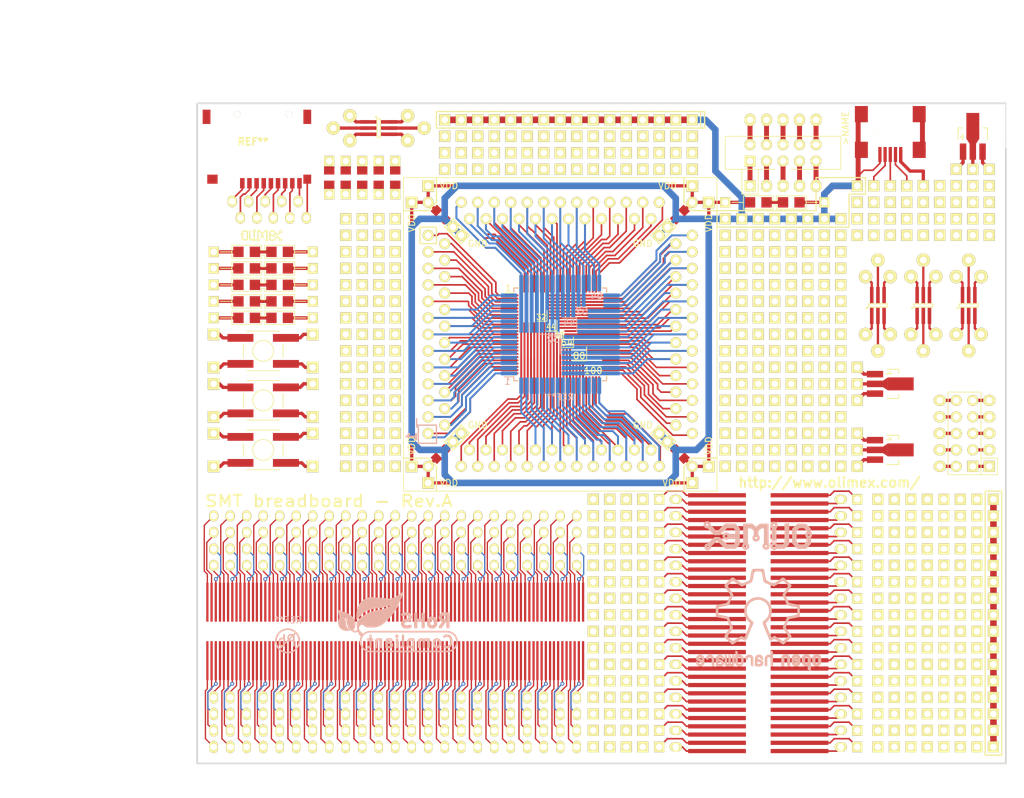
<source format=kicad_pcb>
(kicad_pcb (version 20221018) (generator pcbnew)
  (layers (0 "F.Cu" signal) (31 "B.Cu" signal) (34 "B.Paste" user) (35 "F.Paste" user) (36 "B.SilkS" user "B.Silkscreen") (37 "F.SilkS" user "F.Silkscreen") (38 "B.Mask" user) (39 "F.Mask" user) (44 "Edge.Cuts" user))
  (net 0 "")
  (footprint "kicad_wrk:PROTO-TQFP-upto100-0.50" (layer "F.Cu") (at 137.16 83.82)
    (fp_text reference "")
    (fp_text value "")
  )
  (footprint "kicad_wrk:PROTO-TACTILE" (layer "F.Cu") (at 91.44 101.6)
    (fp_text reference "")
    (fp_text value "")
  )
  (footprint "kicad_wrk:PROTO-GRID4X4-100-SQUARE" (layer "F.Cu") (at 119.38 58.42)
    (fp_text reference "" hide)
    (fp_text value "")
  )
  (footprint "kicad_wrk:PROTO-GRID4X4-100-SQUARE" (layer "F.Cu") (at 129.54 58.42)
    (fp_text reference "" hide)
    (fp_text value "")
  )
  (footprint "kicad_wrk:PROTO-GRID4X4-100-SQUARE" (layer "F.Cu") (at 139.7 58.42)
    (fp_text reference "" hide)
    (fp_text value "")
  )
  (footprint "kicad_wrk:PROTO-GRID4X4-100-SQUARE" (layer "F.Cu") (at 149.86 58.42)
    (fp_text reference "" hide)
    (fp_text value "")
  )
  (footprint "kicad_wrk:PROTO-GRID4X4-100-SQUARE" (layer "F.Cu") (at 162.56 73.66)
    (fp_text reference "" hide)
    (fp_text value "")
  )
  (footprint "kicad_wrk:PROTO-GRID4X4-100-SQUARE" (layer "F.Cu") (at 162.56 83.82)
    (fp_text reference "" hide)
    (fp_text value "")
  )
  (footprint "kicad_wrk:PROTO-GRID4X4-100-SQUARE" (layer "F.Cu") (at 162.56 93.98)
    (fp_text reference "" hide)
    (fp_text value "")
  )
  (footprint "kicad_wrk:PROTO-GRID4X4-100-SQUARE" (layer "F.Cu") (at 162.56 104.14)
    (fp_text reference "" hide)
    (fp_text value "")
  )
  (footprint "kicad_wrk:PROTO-GRID4X4-100-SQUARE" (layer "F.Cu") (at 104.14 73.66)
    (fp_text reference "" hide)
    (fp_text value "")
  )
  (footprint "kicad_wrk:PROTO-GRID4X4-100-SQUARE" (layer "F.Cu") (at 104.14 83.82)
    (fp_text reference "" hide)
    (fp_text value "")
  )
  (footprint "kicad_wrk:PROTO-GRID4X4-100-SQUARE" (layer "F.Cu") (at 104.14 93.98)
    (fp_text reference "" hide)
    (fp_text value "")
  )
  (footprint "kicad_wrk:PROTO-GRID4X4-100-SQUARE" (layer "F.Cu") (at 104.14 104.14)
    (fp_text reference "" hide)
    (fp_text value "")
  )
  (footprint "kicad_wrk:PROTO-GRID4X4-100-SQUARE" (layer "F.Cu") (at 186.055 147.32)
    (fp_text reference "" hide)
    (fp_text value "")
  )
  (footprint "kicad_wrk:PROTO-GRID4X4-100-SQUARE" (layer "F.Cu") (at 186.055 137.16)
    (fp_text reference "" hide)
    (fp_text value "")
  )
  (footprint "kicad_wrk:PROTO-GRID4X4-100-SQUARE" (layer "F.Cu") (at 186.055 127)
    (fp_text reference "" hide)
    (fp_text value "")
  )
  (footprint "kicad_wrk:PROTO-GRID4X4-100-SQUARE" (layer "F.Cu") (at 186.055 116.84)
    (fp_text reference "" hide)
    (fp_text value "")
  )
  (footprint "kicad_wrk:PROTO-LED" (layer "F.Cu") (at 91.44 81.28)
    (fp_text reference "")
    (fp_text value "")
  )
  (footprint "kicad_wrk:PROTO-0805" (layer "F.Cu") (at 101.6 59.69 90)
    (fp_text reference "")
    (fp_text value "")
  )
  (footprint "kicad_wrk:PROTO-0805" (layer "F.Cu") (at 104.14 59.69 -90)
    (fp_text reference "")
    (fp_text value "")
  )
  (footprint "kicad_wrk:PROTO-0805" (layer "F.Cu") (at 106.68 59.69 90)
    (fp_text reference "")
    (fp_text value "")
  )
  (footprint "kicad_wrk:PROTO-0805" (layer "F.Cu") (at 109.22 59.69 90)
    (fp_text reference "")
    (fp_text value "")
  )
  (footprint "kicad_wrk:PROTO-0805" (layer "F.Cu") (at 111.76 59.69 90)
    (fp_text reference "")
    (fp_text value "")
  )
  (footprint "PROTO-SOIC-50" (layer "F.Cu") (at 167.64 109.22)
    (fp_text reference "")
    (fp_text value "")
  )
  (footprint "PROTO-SOIC-50" (layer "F.Cu") (at 167.64 111.76)
    (fp_text reference "")
    (fp_text value "")
  )
  (footprint "PROTO-SOIC-50" (layer "F.Cu") (at 167.64 116.84)
    (fp_text reference "")
    (fp_text value "")
  )
  (footprint "PROTO-SOIC-50" (layer "F.Cu") (at 167.64 114.3)
    (fp_text reference "")
    (fp_text value "")
  )
  (footprint "PROTO-SOIC-50" (layer "F.Cu") (at 167.64 124.46)
    (fp_text reference "")
    (fp_text value "")
  )
  (footprint "PROTO-SOIC-50" (layer "F.Cu") (at 167.64 127)
    (fp_text reference "")
    (fp_text value "")
  )
  (footprint "PROTO-SOIC-50" (layer "F.Cu") (at 167.64 121.92)
    (fp_text reference "")
    (fp_text value "")
  )
  (footprint "PROTO-SOIC-50" (layer "F.Cu") (at 167.64 119.38)
    (fp_text reference "")
    (fp_text value "")
  )
  (footprint "PROTO-SOIC-50" (layer "F.Cu") (at 167.64 139.7)
    (fp_text reference "")
    (fp_text value "")
  )
  (footprint "PROTO-SOIC-50" (layer "F.Cu") (at 167.64 142.24)
    (fp_text reference "")
    (fp_text value "")
  )
  (footprint "PROTO-SOIC-50" (layer "F.Cu") (at 167.64 147.32)
    (fp_text reference "")
    (fp_text value "")
  )
  (footprint "PROTO-SOIC-50" (layer "F.Cu") (at 167.64 144.78)
    (fp_text reference "")
    (fp_text value "")
  )
  (footprint "PROTO-SOIC-50" (layer "F.Cu") (at 167.64 134.62)
    (fp_text reference "")
    (fp_text value "")
  )
  (footprint "PROTO-SOIC-50" (layer "F.Cu") (at 167.64 137.16)
    (fp_text reference "")
    (fp_text value "")
  )
  (footprint "PROTO-SOIC-50" (layer "F.Cu") (at 167.64 132.08)
    (fp_text reference "")
    (fp_text value "")
  )
  (footprint "PROTO-SOIC-50" (layer "F.Cu") (at 167.64 129.54)
    (fp_text reference "")
    (fp_text value "")
  )
  (footprint "kicad_wrk:PROTO-SSOP-0.65" (layer "F.Cu") (at 86.36 129.54 90)
    (fp_text reference "")
    (fp_text value "")
  )
  (footprint "kicad_wrk:PROTO-SSOP-0.65" (layer "F.Cu") (at 83.82 129.54 90)
    (fp_text reference "")
    (fp_text value "")
  )
  (footprint "kicad_wrk:PROTO-SSOP-0.65" (layer "F.Cu") (at 88.9 129.54 90)
    (fp_text reference "")
    (fp_text value "")
  )
  (footprint "kicad_wrk:PROTO-SSOP-0.65" (layer "F.Cu") (at 91.44 129.54 90)
    (fp_text reference "")
    (fp_text value "")
  )
  (footprint "kicad_wrk:PROTO-SSOP-0.65" (layer "F.Cu") (at 101.6 129.54 90)
    (fp_text reference "")
    (fp_text value "")
  )
  (footprint "kicad_wrk:PROTO-SSOP-0.65" (layer "F.Cu") (at 99.06 129.54 90)
    (fp_text reference "")
    (fp_text value "")
  )
  (footprint "kicad_wrk:PROTO-SSOP-0.65" (layer "F.Cu") (at 93.98 129.54 90)
    (fp_text reference "")
    (fp_text value "")
  )
  (footprint "kicad_wrk:PROTO-SSOP-0.65" (layer "F.Cu") (at 96.52 129.54 90)
    (fp_text reference "")
    (fp_text value "")
  )
  (footprint "kicad_wrk:PROTO-SSOP-0.65" (layer "F.Cu") (at 116.84 129.54 90)
    (fp_text reference "")
    (fp_text value "")
  )
  (footprint "kicad_wrk:PROTO-SSOP-0.65" (layer "F.Cu") (at 114.3 129.54 90)
    (fp_text reference "")
    (fp_text value "")
  )
  (footprint "kicad_wrk:PROTO-SSOP-0.65" (layer "F.Cu") (at 119.38 129.54 90)
    (fp_text reference "")
    (fp_text value "")
  )
  (footprint "kicad_wrk:PROTO-SSOP-0.65" (layer "F.Cu") (at 121.92 129.54 90)
    (fp_text reference "")
    (fp_text value "")
  )
  (footprint "kicad_wrk:PROTO-SSOP-0.65" (layer "F.Cu") (at 111.76 129.54 90)
    (fp_text reference "")
    (fp_text value "")
  )
  (footprint "kicad_wrk:PROTO-SSOP-0.65" (layer "F.Cu") (at 109.22 129.54 90)
    (fp_text reference "")
    (fp_text value "")
  )
  (footprint "kicad_wrk:PROTO-SSOP-0.65" (layer "F.Cu") (at 104.14 129.54 90)
    (fp_text reference "")
    (fp_text value "")
  )
  (footprint "kicad_wrk:PROTO-SSOP-0.65" (layer "F.Cu") (at 106.68 129.54 90)
    (fp_text reference "")
    (fp_text value "")
  )
  (footprint "kicad_wrk:PROTO-SSOP-0.65" (layer "F.Cu") (at 137.16 129.54 90)
    (fp_text reference "")
    (fp_text value "")
  )
  (footprint "kicad_wrk:PROTO-SSOP-0.65" (layer "F.Cu") (at 134.62 129.54 90)
    (fp_text reference "")
    (fp_text value "")
  )
  (footprint "kicad_wrk:PROTO-SSOP-0.65" (layer "F.Cu") (at 139.7 129.54 90)
    (fp_text reference "")
    (fp_text value "")
  )
  (footprint "kicad_wrk:PROTO-SSOP-0.65" (layer "F.Cu") (at 132.08 129.54 90)
    (fp_text reference "")
    (fp_text value "")
  )
  (footprint "kicad_wrk:PROTO-SSOP-0.65" (layer "F.Cu") (at 129.54 129.54 90)
    (fp_text reference "")
    (fp_text value "")
  )
  (footprint "kicad_wrk:PROTO-SSOP-0.65" (layer "F.Cu") (at 124.46 129.54 90)
    (fp_text reference "")
    (fp_text value "")
  )
  (footprint "kicad_wrk:PROTO-SSOP-0.65" (layer "F.Cu") (at 127 129.54 90)
    (fp_text reference "")
    (fp_text value "")
  )
  (footprint "kicad_wrk:PROTO-TACTILE" (layer "F.Cu") (at 91.44 93.98)
    (fp_text reference "")
    (fp_text value "")
  )
  (footprint "kicad_wrk:PROTO-TACTILE" (layer "F.Cu") (at 91.44 86.36)
    (fp_text reference "")
    (fp_text value "")
  )
  (footprint "kicad_wrk:PROTO-LED" (layer "F.Cu") (at 91.44 78.74)
    (fp_text reference "")
    (fp_text value "")
  )
  (footprint "kicad_wrk:PROTO-LED" (layer "F.Cu") (at 91.44 73.66)
    (fp_text reference "")
    (fp_text value "")
  )
  (footprint "kicad_wrk:PROTO-LED" (layer "F.Cu") (at 91.44 76.2)
    (fp_text reference "")
    (fp_text value "")
  )
  (footprint "kicad_wrk:PROTO-SOT-23-6" (layer "F.Cu") (at 200.025 79.375 90)
    (fp_text reference "")
    (fp_text value "")
  )
  (footprint "kicad_wrk:PROTO-SOT-23-6" (layer "F.Cu") (at 186.055 79.375 90)
    (fp_text reference "")
    (fp_text value "")
  )
  (footprint "kicad_wrk:USB_Mini-B-NOSILK" (layer "F.Cu") (at 187.96 52.07 -90)
    (fp_text reference ">NAME")
    (fp_text value ">VALUE")
  )
  (footprint "kicad_wrk:PROTO-LED" (layer "F.Cu") (at 170.18 63.5)
    (fp_text reference "")
    (fp_text value "")
  )
  (footprint "kicad_wrk:PROTO-SOT89-3" (layer "F.Cu") (at 200.66 53.34)
    (fp_text reference "")
    (fp_text value "")
  )
  (footprint "kicad_wrk:PROTO-SOT89-3" (layer "F.Cu") (at 187.96 101.6 -90)
    (fp_text reference "")
    (fp_text value "")
  )
  (footprint "kicad_wrk:PROTO-SOT89-3" (layer "F.Cu") (at 187.96 91.44 -90)
    (fp_text reference "")
    (fp_text value "")
  )
  (footprint "kicad_wrk:PROTO-SOT-23-6" (layer "F.Cu") (at 193.04 79.375 90)
    (fp_text reference "")
    (fp_text value "")
  )
  (footprint "kicad_wrk:PROTO-GRID4X4-100-SQUARE" (layer "F.Cu") (at 172.72 73.66)
    (fp_text reference "" hide)
    (fp_text value "")
  )
  (footprint "kicad_wrk:PROTO-GRID4X4-100-SQUARE" (layer "F.Cu") (at 172.72 83.82)
    (fp_text reference "" hide)
    (fp_text value "")
  )
  (footprint "kicad_wrk:PROTO-GRID4X4-100-SQUARE" (layer "F.Cu") (at 172.72 93.98)
    (fp_text reference "" hide)
    (fp_text value "")
  )
  (footprint "kicad_wrk:PROTO-GRID4X4-100-SQUARE" (layer "F.Cu") (at 172.72 104.14)
    (fp_text reference "" hide)
    (fp_text value "")
  )
  (footprint "kicad_wrk:PROTO-JTAG" (layer "F.Cu") (at 200.66 104.14 90)
    (fp_text reference "" hide)
    (fp_text value "")
  )
  (footprint "kicad_wrk:PROTO-UEXT-M" (layer "F.Cu") (at 166.37 57.15)
    (fp_text reference "" hide)
    (fp_text value "")
  )
  (footprint "OLIMEX_LOGOs-FP:OLIMEX_LOGO_SMALL_TB" (layer "F.Cu") (at 91.1733 68.58)
    (fp_text reference "REF**")
    (fp_text value "OLIMEX_LOGO_SMALL_TB")
  )
  (footprint "kicad_wrk:PROTO-SOT-23-6" (layer "F.Cu") (at 109.22 52.07)
    (fp_text reference "")
    (fp_text value "")
  )
  (footprint "kicad_wrk:PROTO-OLIMEX_CONNECTORS-TFC-WPAPR-08-NOSILK" (layer "F.Cu") (at 90.4748 53.1876 90)
    (fp_text reference "")
    (fp_text value "")
  )
  (footprint "kicad_wrk:PROTO-LED" (layer "F.Cu") (at 91.44 71.12)
    (fp_text reference "")
    (fp_text value "")
  )
  (footprint "kicad_wrk:PROTO-GRID4X4-100-SQUARE" (layer "F.Cu") (at 195.58 68.58)
    (fp_text reference "" hide)
    (fp_text value "")
  )
  (footprint "kicad_wrk:PROTO-GRID5X4-100-SQUARE" (layer "F.Cu") (at 182.88 60.96 -90)
    (fp_text reference "" hide)
    (fp_text value "")
  )
  (footprint "kicad_wrk:PROTO-GRID4X4-100-SQUARE" (layer "F.Cu") (at 142.24 116.84)
    (fp_text reference "" hide)
    (fp_text value "")
  )
  (footprint "kicad_wrk:PROTO-GRID4X4-100-SQUARE" (layer "F.Cu") (at 142.24 127)
    (fp_text reference "" hide)
    (fp_text value "")
  )
  (footprint "kicad_wrk:PROTO-GRID4X4-100-SQUARE" (layer "F.Cu") (at 142.24 137.16)
    (fp_text reference "" hide)
    (fp_text value "")
  )
  (footprint "kicad_wrk:PROTO-GRID4X4-100-SQUARE" (layer "F.Cu") (at 142.24 147.32)
    (fp_text reference "" hide)
    (fp_text value "")
  )
  (footprint "kicad_wrk:PROTO-GRID4X4-100-SQUARE" (layer "F.Cu") (at 196.215 147.32)
    (fp_text reference "" hide)
    (fp_text value "")
  )
  (footprint "kicad_wrk:PROTO-GRID4X4-100-SQUARE" (layer "F.Cu") (at 196.215 137.16)
    (fp_text reference "" hide)
    (fp_text value "")
  )
  (footprint "kicad_wrk:PROTO-GRID4X4-100-SQUARE" (layer "F.Cu") (at 196.215 127)
    (fp_text reference "" hide)
    (fp_text value "")
  )
  (footprint "kicad_wrk:PROTO-GRID4X4-100-SQUARE" (layer "F.Cu") (at 196.215 116.84)
    (fp_text reference "" hide)
    (fp_text value "")
  )
  (footprint "kicad_wrk:LQFP-upto64_0.8mm" (layer "B.Cu") (at 137.16 83.82)
    (fp_text reference "REF**")
    (fp_text value "LQFP-64_14x14mm_0.8mm")
  )
  (footprint "kicad_wrk:LOGO_OPHW_600" (layer "B.Cu") (at 167.6908 127.7366 180)
    (fp_text reference "G***" hide)
    (fp_text value "LOGO" hide)
  )
  (footprint "OLIMEX_LOGOs-FP:OLIMEX_LOGO_TB" (layer "B.Cu") (at 167.4114 114.7953 180)
    (fp_text reference "OLIMEX_LOGO**" hide)
    (fp_text value "OLIMEX_LOGO_TB" hide)
  )
  (footprint "OLIMEX_LOGOs-FP:LOGO_ROHS_1" (layer "B.Cu") (at 120.2563 131.9911 180)
    (fp_text reference "RoHS" hide)
    (fp_text value "Compliant" hide)
  )
  (footprint "OLIMEX_LOGOs-FP:LOGO_PBFREE" (layer "B.Cu") (at 94.996 131.318 180)
    (fp_text reference "REF**")
    (fp_text value "LOGO_PBFREE")
  )
  (gr_line (start 115.316 98.044) (end 115.062 98.044) (stroke (width 0.2)) (layer "B.SilkS"))
  (gr_line (start 115.316 97.79) (end 118.11 97.79) (stroke (width 0.2)) (layer "B.SilkS"))
  (gr_line (start 118.11 100.584) (end 115.316 100.584) (stroke (width 0.2)) (layer "B.SilkS"))
  (gr_line (start 115.062 97.79) (end 115.062 98.044) (stroke (width 0.2)) (layer "B.SilkS"))
  (gr_line (start 115.062 97.79) (end 115.316 97.79) (stroke (width 0.2)) (layer "B.SilkS"))
  (gr_line (start 115.316 100.584) (end 115.316 98.044) (stroke (width 0.2)) (layer "B.SilkS"))
  (gr_line (start 118.11 97.79) (end 118.11 100.584) (stroke (width 0.2)) (layer "B.SilkS"))
  (gr_line (start 115.062 97.79) (end 115.062 96.774) (stroke (width 0.2)) (layer "B.SilkS"))
  (gr_line (start 118.11 63.5) (end 116.84 64.77) (stroke (width 0.2)) (layer "F.SilkS"))
  (gr_line (start 118.11 49.53) (end 159.385 49.53) (stroke (width 0.2)) (layer "F.SilkS"))
  (gr_line (start 157.48 64.77) (end 161.29 64.77) (stroke (width 0.2)) (layer "F.SilkS"))
  (gr_line (start 153.67 66.04) (end 154.94 67.31) (stroke (width 0.2)) (layer "F.SilkS"))
  (gr_line (start 156.21 63.5) (end 157.48 64.77) (stroke (width 0.2)) (layer "F.SilkS"))
  (gr_line (start 118.11 52.07) (end 118.11 49.53) (stroke (width 0.2)) (layer "F.SilkS"))
  (gr_line (start 118.11 59.69) (end 118.11 63.5) (stroke (width 0.2)) (layer "F.SilkS"))
  (gr_line (start 159.385 52.07) (end 118.11 52.07) (stroke (width 0.2)) (layer "F.SilkS"))
  (gr_line (start 123.19 68.58) (end 121.92 69.85) (stroke (width 0.2)) (layer "F.SilkS"))
  (gr_line (start 115.57 67.31) (end 118.11 67.31) (stroke (width 0.2)) (layer "F.SilkS"))
  (gr_line (start 121.92 69.85) (end 119.38 67.31) (stroke (width 0.2)) (layer "F.SilkS"))
  (gr_line (start 176.53 64.77) (end 176.53 59.69) (stroke (width 0.2)) (layer "F.SilkS"))
  (gr_line (start 184.15 62.23) (end 181.61 62.23) (stroke (width 0.2)) (layer "F.SilkS"))
  (gr_line (start 154.94 100.33) (end 153.67 101.6) (stroke (width 0.2)) (layer "F.SilkS"))
  (gr_line (start 154.94 67.31) (end 152.4 69.85) (stroke (width 0.2)) (layer "F.SilkS"))
  (gr_line (start 115.57 69.85) (end 115.57 67.31) (stroke (width 0.2)) (layer "F.SilkS"))
  (gr_line (start 151.13 99.06) (end 152.4 97.79) (stroke (width 0.2)) (layer "F.SilkS"))
  (gr_line (start 156.21 107.95) (end 156.21 104.14) (stroke (width 0.2)) (layer "F.SilkS"))
  (gr_line (start 181.61 67.31) (end 161.29 67.31) (stroke (width 0.2)) (layer "F.SilkS"))
  (gr_line (start 161.29 67.31) (end 161.29 64.77) (stroke (width 0.2)) (layer "F.SilkS"))
  (gr_line (start 118.11 67.31) (end 118.11 69.85) (stroke (width 0.2)) (layer "F.SilkS"))
  (gr_line (start 205.105 107.95) (end 205.105 148.59) (stroke (width 0.2)) (layer "F.SilkS"))
  (gr_line (start 121.92 97.79) (end 119.38 100.33) (stroke (width 0.2)) (layer "F.SilkS"))
  (gr_line (start 156.21 59.69) (end 156.21 63.5) (stroke (width 0.2)) (layer "F.SilkS"))
  (gr_line (start 205.105 148.59) (end 202.565 148.59) (stroke (width 0.2)) (layer "F.SilkS"))
  (gr_line (start 156.21 104.14) (end 157.48 102.87) (stroke (width 0.2)) (layer "F.SilkS"))
  (gr_line (start 116.84 64.77) (end 113.03 64.77) (stroke (width 0.2)) (layer "F.SilkS"))
  (gr_line (start 159.385 49.53) (end 159.385 52.07) (stroke (width 0.2)) (layer "F.SilkS"))
  (gr_line (start 119.38 100.33) (end 120.65 101.6) (stroke (width 0.2)) (layer "F.SilkS"))
  (gr_line (start 116.84 102.87) (end 118.11 104.14) (stroke (width 0.2)) (layer "F.SilkS"))
  (gr_line (start 123.19 99.06) (end 121.92 97.79) (stroke (width 0.2)) (layer "F.SilkS"))
  (gr_line (start 113.03 102.87) (end 116.84 102.87) (stroke (width 0.2)) (layer "F.SilkS"))
  (gr_line (start 202.565 107.95) (end 205.105 107.95) (stroke (width 0.2)) (layer "F.SilkS"))
  (gr_line (start 152.4 97.79) (end 154.94 100.33) (stroke (width 0.2)) (layer "F.SilkS"))
  (gr_line (start 161.29 64.77) (end 176.53 64.77) (stroke (width 0.2)) (layer "F.SilkS"))
  (gr_line (start 157.48 102.87) (end 161.29 102.87) (stroke (width 0.2)) (layer "F.SilkS"))
  (gr_line (start 151.13 68.58) (end 153.67 66.04) (stroke (width 0.2)) (layer "F.SilkS"))
  (gr_line (start 153.67 101.6) (end 151.13 99.06) (stroke (width 0.2)) (layer "F.SilkS"))
  (gr_line (start 176.53 59.69) (end 184.15 59.69) (stroke (width 0.2)) (layer "F.SilkS"))
  (gr_line (start 158.75 49.53) (end 158.75 52.07) (stroke (width 0.2)) (layer "F.SilkS"))
  (gr_line (start 202.565 148.59) (end 202.565 107.95) (stroke (width 0.2)) (layer "F.SilkS"))
  (gr_line (start 119.38 67.31) (end 120.65 66.04) (stroke (width 0.2)) (layer "F.SilkS"))
  (gr_line (start 181.61 62.23) (end 181.61 67.31) (stroke (width 0.2)) (layer "F.SilkS"))
  (gr_line (start 120.65 101.6) (end 123.19 99.06) (stroke (width 0.2)) (layer "F.SilkS"))
  (gr_line (start 118.11 69.85) (end 115.57 69.85) (stroke (width 0.2)) (layer "F.SilkS"))
  (gr_line (start 120.65 66.04) (end 123.19 68.58) (stroke (width 0.2)) (layer "F.SilkS"))
  (gr_line (start 118.11 104.14) (end 118.11 107.95) (stroke (width 0.2)) (layer "F.SilkS"))
  (gr_line (start 152.4 69.85) (end 151.13 68.58) (stroke (width 0.2)) (layer "F.SilkS"))
  (gr_line (start 184.15 59.69) (end 184.15 62.23) (stroke (width 0.2)) (layer "F.SilkS"))
  (gr_line (start 205.74 149.86) (end 81.28 149.86) (stroke (width 0.254)) (layer "Edge.Cuts"))
  (gr_line (start 81.28 48.26) (end 205.74 48.26) (stroke (width 0.254)) (layer "Edge.Cuts"))
  (gr_line (start 81.28 149.86) (end 81.28 48.26) (stroke (width 0.254)) (layer "Edge.Cuts"))
  (gr_line (start 205.74 48.26) (end 205.74 53.34) (stroke (width 0.1)) (layer "Edge.Cuts"))
  (gr_line (start 205.74 55.245) (end 205.74 149.86) (stroke (width 0.254)) (layer "Edge.Cuts"))
  (gr_line (start 205.74 53.34) (end 205.74 55.245) (stroke (width 0.1)) (layer "Edge.Cuts"))
  (gr_text "1" (at 114.3 99.568 90) (layer "B.SilkS") (effects (font (size 1.5 1.5) (thickness 0.3)) (justify mirror)))
  (gr_text "SMT breadboard - Rev.A" (at 101.5365 109.474) (layer "F.SilkS") (effects (font (size 1.778 2.032) (thickness 0.3))))
  (gr_text "http://www.olimex.com/" (at 178.5874 106.6165) (layer "F.SilkS") (effects (font (size 1.5 1.5) (thickness 0.3))))
  (segment (start 155.956 109.22) (end 156.591 109.855) (width 0.254) (layer "F.Cu") (net 0))
  (segment (start 156.591 109.855) (end 161.29 109.855) (width 0.254) (layer "F.Cu") (net 0))
  (segment (start 153.67 107.95) (end 155.956 107.95) (width 0.254) (layer "F.Cu") (net 0))
  (segment (start 155.956 107.95) (end 156.591 108.585) (width 0.254) (layer "F.Cu") (net 0))
  (segment (start 156.591 108.585) (end 161.29 108.585) (width 0.254) (layer "F.Cu") (net 0))
  (segment (start 179.705 109.855) (end 180.34 109.22) (width 0.254) (layer "F.Cu") (net 0))
  (segment (start 178.689 108.585) (end 179.324 107.95) (width 0.254) (layer "F.Cu") (net 0))
  (segment (start 179.324 107.95) (end 181.61 107.95) (width 0.254) (layer "F.Cu") (net 0))
  (segment (start 181.61 107.95) (end 182.88 109.22) (width 0.254) (layer "F.Cu") (net 0))
  (segment (start 173.99 111.125) (end 178.689 111.125) (width 0.254) (layer "F.Cu") (net 0))
  (segment (start 181.61 110.49) (end 182.88 111.76) (width 0.254) (layer "F.Cu") (net 0))
  (segment (start 179.324 110.49) (end 181.61 110.49) (width 0.254) (layer "F.Cu") (net 0))
  (segment (start 178.689 111.125) (end 179.324 110.49) (width 0.254) (layer "F.Cu") (net 0))
  (segment (start 173.99 112.395) (end 179.705 112.395) (width 0.254) (layer "F.Cu") (net 0))
  (segment (start 179.705 112.395) (end 180.34 111.76) (width 0.254) (layer "F.Cu") (net 0))
  (segment (start 152.4 111.76) (end 153.67 110.49) (width 0.254) (layer "F.Cu") (net 0))
  (segment (start 156.591 111.125) (end 161.29 111.125) (width 0.254) (layer "F.Cu") (net 0))
  (segment (start 155.956 110.49) (end 156.591 111.125) (width 0.254) (layer "F.Cu") (net 0))
  (segment (start 153.67 110.49) (end 155.956 110.49) (width 0.254) (layer "F.Cu") (net 0))
  (segment (start 154.94 111.76) (end 155.956 111.76) (width 0.254) (layer "F.Cu") (net 0))
  (segment (start 156.591 112.395) (end 161.29 112.395) (width 0.254) (layer "F.Cu") (net 0))
  (segment (start 155.956 111.76) (end 156.591 112.395) (width 0.254) (layer "F.Cu") (net 0))
  (segment (start 155.956 116.84) (end 156.591 117.475) (width 0.254) (layer "F.Cu") (net 0))
  (segment (start 156.591 117.475) (end 161.29 117.475) (width 0.254) (layer "F.Cu") (net 0))
  (segment (start 154.94 116.84) (end 155.956 116.84) (width 0.254) (layer "F.Cu") (net 0))
  (segment (start 153.67 115.57) (end 155.956 115.57) (width 0.254) (layer "F.Cu") (net 0))
  (segment (start 155.956 115.57) (end 156.591 116.205) (width 0.254) (layer "F.Cu") (net 0))
  (segment (start 156.591 116.205) (end 161.29 116.205) (width 0.254) (layer "F.Cu") (net 0))
  (segment (start 152.4 116.84) (end 153.67 115.57) (width 0.254) (layer "F.Cu") (net 0))
  (segment (start 179.705 117.475) (end 180.34 116.84) (width 0.254) (layer "F.Cu") (net 0))
  (segment (start 173.99 117.475) (end 179.705 117.475) (width 0.254) (layer "F.Cu") (net 0))
  (segment (start 178.689 116.205) (end 179.324 115.57) (width 0.254) (layer "F.Cu") (net 0))
  (segment (start 179.324 115.57) (end 181.61 115.57) (width 0.254) (layer "F.Cu") (net 0))
  (segment (start 181.61 115.57) (end 182.88 116.84) (width 0.254) (layer "F.Cu") (net 0))
  (segment (start 173.99 116.205) (end 178.689 116.205) (width 0.254) (layer "F.Cu") (net 0))
  (segment (start 173.99 113.665) (end 178.689 113.665) (width 0.254) (layer "F.Cu") (net 0))
  (segment (start 181.61 113.03) (end 182.88 114.3) (width 0.254) (layer "F.Cu") (net 0))
  (segment (start 179.324 113.03) (end 181.61 113.03) (width 0.254) (layer "F.Cu") (net 0))
  (segment (start 178.689 113.665) (end 179.324 113.03) (width 0.254) (layer "F.Cu") (net 0))
  (segment (start 173.99 114.935) (end 179.705 114.935) (width 0.254) (layer "F.Cu") (net 0))
  (segment (start 179.705 114.935) (end 180.34 114.3) (width 0.254) (layer "F.Cu") (net 0))
  (segment (start 152.4 114.3) (end 153.67 113.03) (width 0.254) (layer "F.Cu") (net 0))
  (segment (start 156.591 113.665) (end 161.29 113.665) (width 0.254) (layer "F.Cu") (net 0))
  (segment (start 155.956 113.03) (end 156.591 113.665) (width 0.254) (layer "F.Cu") (net 0))
  (segment (start 153.67 113.03) (end 155.956 113.03) (width 0.254) (layer "F.Cu") (net 0))
  (segment (start 154.94 114.3) (end 155.956 114.3) (width 0.254) (layer "F.Cu") (net 0))
  (segment (start 156.591 114.935) (end 161.29 114.935) (width 0.254) (layer "F.Cu") (net 0))
  (segment (start 155.956 114.3) (end 156.591 114.935) (width 0.254) (layer "F.Cu") (net 0))
  (segment (start 155.956 124.46) (end 156.591 125.095) (width 0.254) (layer "F.Cu") (net 0))
  (segment (start 156.591 125.095) (end 161.29 125.095) (width 0.254) (layer "F.Cu") (net 0))
  (segment (start 154.94 124.46) (end 155.956 124.46) (width 0.254) (layer "F.Cu") (net 0))
  (segment (start 153.67 123.19) (end 155.956 123.19) (width 0.254) (layer "F.Cu") (net 0))
  (segment (start 155.956 123.19) (end 156.591 123.825) (width 0.254) (layer "F.Cu") (net 0))
  (segment (start 156.591 123.825) (end 161.29 123.825) (width 0.254) (layer "F.Cu") (net 0))
  (segment (start 152.4 124.46) (end 153.67 123.19) (width 0.254) (layer "F.Cu") (net 0))
  (segment (start 179.705 125.095) (end 180.34 124.46) (width 0.254) (layer "F.Cu") (net 0))
  (segment (start 173.99 125.095) (end 179.705 125.095) (width 0.254) (layer "F.Cu") (net 0))
  (segment (start 178.689 123.825) (end 179.324 123.19) (width 0.254) (layer "F.Cu") (net 0))
  (segment (start 179.324 123.19) (end 181.61 123.19) (width 0.254) (layer "F.Cu") (net 0))
  (segment (start 181.61 123.19) (end 182.88 124.46) (width 0.254) (layer "F.Cu") (net 0))
  (segment (start 173.99 123.825) (end 178.689 123.825) (width 0.254) (layer "F.Cu") (net 0))
  (segment (start 173.99 126.365) (end 178.689 126.365) (width 0.254) (layer "F.Cu") (net 0))
  (segment (start 181.61 125.73) (end 182.88 127) (width 0.254) (layer "F.Cu") (net 0))
  (segment (start 179.324 125.73) (end 181.61 125.73) (width 0.254) (layer "F.Cu") (net 0))
  (segment (start 178.689 126.365) (end 179.324 125.73) (width 0.254) (layer "F.Cu") (net 0))
  (segment (start 173.99 127.635) (end 179.705 127.635) (width 0.254) (layer "F.Cu") (net 0))
  (segment (start 179.705 127.635) (end 180.34 127) (width 0.254) (layer "F.Cu") (net 0))
  (segment (start 152.4 127) (end 153.67 125.73) (width 0.254) (layer "F.Cu") (net 0))
  (segment (start 156.591 126.365) (end 161.29 126.365) (width 0.254) (layer "F.Cu") (net 0))
  (segment (start 155.956 125.73) (end 156.591 126.365) (width 0.254) (layer "F.Cu") (net 0))
  (segment (start 153.67 125.73) (end 155.956 125.73) (width 0.254) (layer "F.Cu") (net 0))
  (segment (start 154.94 127) (end 155.956 127) (width 0.254) (layer "F.Cu") (net 0))
  (segment (start 156.591 127.635) (end 161.29 127.635) (width 0.254) (layer "F.Cu") (net 0))
  (segment (start 155.956 127) (end 156.591 127.635) (width 0.254) (layer "F.Cu") (net 0))
  (segment (start 155.956 121.92) (end 156.591 122.555) (width 0.254) (layer "F.Cu") (net 0))
  (segment (start 156.591 122.555) (end 161.29 122.555) (width 0.254) (layer "F.Cu") (net 0))
  (segment (start 154.94 121.92) (end 155.956 121.92) (width 0.254) (layer "F.Cu") (net 0))
  (segment (start 153.67 120.65) (end 155.956 120.65) (width 0.254) (layer "F.Cu") (net 0))
  (segment (start 155.956 120.65) (end 156.591 121.285) (width 0.254) (layer "F.Cu") (net 0))
  (segment (start 156.591 121.285) (end 161.29 121.285) (width 0.254) (layer "F.Cu") (net 0))
  (segment (start 152.4 121.92) (end 153.67 120.65) (width 0.254) (layer "F.Cu") (net 0))
  (segment (start 179.705 122.555) (end 180.34 121.92) (width 0.254) (layer "F.Cu") (net 0))
  (segment (start 173.99 122.555) (end 179.705 122.555) (width 0.254) (layer "F.Cu") (net 0))
  (segment (start 178.689 121.285) (end 179.324 120.65) (width 0.254) (layer "F.Cu") (net 0))
  (segment (start 179.324 120.65) (end 181.61 120.65) (width 0.254) (layer "F.Cu") (net 0))
  (segment (start 181.61 120.65) (end 182.88 121.92) (width 0.254) (layer "F.Cu") (net 0))
  (segment (start 173.99 121.285) (end 178.689 121.285) (width 0.254) (layer "F.Cu") (net 0))
  (segment (start 173.99 118.745) (end 178.689 118.745) (width 0.254) (layer "F.Cu") (net 0))
  (segment (start 181.61 118.11) (end 182.88 119.38) (width 0.254) (layer "F.Cu") (net 0))
  (segment (start 179.324 118.11) (end 181.61 118.11) (width 0.254) (layer "F.Cu") (net 0))
  (segment (start 178.689 118.745) (end 179.324 118.11) (width 0.254) (layer "F.Cu") (net 0))
  (segment (start 173.99 120.015) (end 179.705 120.015) (width 0.254) (layer "F.Cu") (net 0))
  (segment (start 179.705 120.015) (end 180.34 119.38) (width 0.254) (layer "F.Cu") (net 0))
  (segment (start 152.4 119.38) (end 153.67 118.11) (width 0.254) (layer "F.Cu") (net 0))
  (segment (start 156.591 118.745) (end 161.29 118.745) (width 0.254) (layer "F.Cu") (net 0))
  (segment (start 155.956 118.11) (end 156.591 118.745) (width 0.254) (layer "F.Cu") (net 0))
  (segment (start 153.67 118.11) (end 155.956 118.11) (width 0.254) (layer "F.Cu") (net 0))
  (segment (start 154.94 119.38) (end 155.956 119.38) (width 0.254) (layer "F.Cu") (net 0))
  (segment (start 156.591 120.015) (end 161.29 120.015) (width 0.254) (layer "F.Cu") (net 0))
  (segment (start 155.956 119.38) (end 156.591 120.015) (width 0.254) (layer "F.Cu") (net 0))
  (segment (start 155.956 139.7) (end 156.591 140.335) (width 0.254) (layer "F.Cu") (net 0))
  (segment (start 156.591 140.335) (end 161.29 140.335) (width 0.254) (layer "F.Cu") (net 0))
  (segment (start 154.94 139.7) (end 155.956 139.7) (width 0.254) (layer "F.Cu") (net 0))
  (segment (start 153.67 138.43) (end 155.956 138.43) (width 0.254) (layer "F.Cu") (net 0))
  (segment (start 155.956 138.43) (end 156.591 139.065) (width 0.254) (layer "F.Cu") (net 0))
  (segment (start 156.591 139.065) (end 161.29 139.065) (width 0.254) (layer "F.Cu") (net 0))
  (segment (start 152.4 139.7) (end 153.67 138.43) (width 0.254) (layer "F.Cu") (net 0))
  (segment (start 179.705 140.335) (end 180.34 139.7) (width 0.254) (layer "F.Cu") (net 0))
  (segment (start 173.99 140.335) (end 179.705 140.335) (width 0.254) (layer "F.Cu") (net 0))
  (segment (start 178.689 139.065) (end 179.324 138.43) (width 0.254) (layer "F.Cu") (net 0))
  (segment (start 179.324 138.43) (end 181.61 138.43) (width 0.254) (layer "F.Cu") (net 0))
  (segment (start 181.61 138.43) (end 182.88 139.7) (width 0.254) (layer "F.Cu") (net 0))
  (segment (start 173.99 139.065) (end 178.689 139.065) (width 0.254) (layer "F.Cu") (net 0))
  (segment (start 173.99 141.605) (end 178.689 141.605) (width 0.254) (layer "F.Cu") (net 0))
  (segment (start 181.61 140.97) (end 182.88 142.24) (width 0.254) (layer "F.Cu") (net 0))
  (segment (start 179.324 140.97) (end 181.61 140.97) (width 0.254) (layer "F.Cu") (net 0))
  (segment (start 178.689 141.605) (end 179.324 140.97) (width 0.254) (layer "F.Cu") (net 0))
  (segment (start 173.99 142.875) (end 179.705 142.875) (width 0.254) (layer "F.Cu") (net 0))
  (segment (start 179.705 142.875) (end 180.34 142.24) (width 0.254) (layer "F.Cu") (net 0))
  (segment (start 152.4 142.24) (end 153.67 140.97) (width 0.254) (layer "F.Cu") (net 0))
  (segment (start 156.591 141.605) (end 161.29 141.605) (width 0.254) (layer "F.Cu") (net 0))
  (segment (start 155.956 140.97) (end 156.591 141.605) (width 0.254) (layer "F.Cu") (net 0))
  (segment (start 153.67 140.97) (end 155.956 140.97) (width 0.254) (layer "F.Cu") (net 0))
  (segment (start 154.94 142.24) (end 155.956 142.24) (width 0.254) (layer "F.Cu") (net 0))
  (segment (start 156.591 142.875) (end 161.29 142.875) (width 0.254) (layer "F.Cu") (net 0))
  (segment (start 155.956 142.24) (end 156.591 142.875) (width 0.254) (layer "F.Cu") (net 0))
  (segment (start 155.956 147.32) (end 156.591 147.955) (width 0.254) (layer "F.Cu") (net 0))
  (segment (start 156.591 147.955) (end 161.29 147.955) (width 0.254) (layer "F.Cu") (net 0))
  (segment (start 154.94 147.32) (end 155.956 147.32) (width 0.254) (layer "F.Cu") (net 0))
  (segment (start 153.67 146.05) (end 155.956 146.05) (width 0.254) (layer "F.Cu") (net 0))
  (segment (start 155.956 146.05) (end 156.591 146.685) (width 0.254) (layer "F.Cu") (net 0))
  (segment (start 156.591 146.685) (end 161.29 146.685) (width 0.254) (layer "F.Cu") (net 0))
  (segment (start 152.4 147.32) (end 153.67 146.05) (width 0.254) (layer "F.Cu") (net 0))
  (segment (start 179.705 147.955) (end 180.34 147.32) (width 0.254) (layer "F.Cu") (net 0))
  (segment (start 173.99 147.955) (end 179.705 147.955) (width 0.254) (layer "F.Cu") (net 0))
  (segment (start 178.689 146.685) (end 179.324 146.05) (width 0.254) (layer "F.Cu") (net 0))
  (segment (start 179.324 146.05) (end 181.61 146.05) (width 0.254) (layer "F.Cu") (net 0))
  (segment (start 181.61 146.05) (end 182.88 147.32) (width 0.254) (layer "F.Cu") (net 0))
  (segment (start 173.99 146.685) (end 178.689 146.685) (width 0.254) (layer "F.Cu") (net 0))
  (segment (start 173.99 144.145) (end 178.689 144.145) (width 0.254) (layer "F.Cu") (net 0))
  (segment (start 181.61 143.51) (end 182.88 144.78) (width 0.254) (layer "F.Cu") (net 0))
  (segment (start 179.324 143.51) (end 181.61 143.51) (width 0.254) (layer "F.Cu") (net 0))
  (segment (start 178.689 144.145) (end 179.324 143.51) (width 0.254) (layer "F.Cu") (net 0))
  (segment (start 173.99 145.415) (end 179.705 145.415) (width 0.254) (layer "F.Cu") (net 0))
  (segment (start 179.705 145.415) (end 180.34 144.78) (width 0.254) (layer "F.Cu") (net 0))
  (segment (start 152.4 144.78) (end 153.67 143.51) (width 0.254) (layer "F.Cu") (net 0))
  (segment (start 156.591 144.145) (end 161.29 144.145) (width 0.254) (layer "F.Cu") (net 0))
  (segment (start 155.956 143.51) (end 156.591 144.145) (width 0.254) (layer "F.Cu") (net 0))
  (segment (start 153.67 143.51) (end 155.956 143.51) (width 0.254) (layer "F.Cu") (net 0))
  (segment (start 154.94 144.78) (end 155.956 144.78) (width 0.254) (layer "F.Cu") (net 0))
  (segment (start 156.591 145.415) (end 161.29 145.415) (width 0.254) (layer "F.Cu") (net 0))
  (segment (start 155.956 144.78) (end 156.591 145.415) (width 0.254) (layer "F.Cu") (net 0))
  (segment (start 155.956 134.62) (end 156.591 135.255) (width 0.254) (layer "F.Cu") (net 0))
  (segment (start 156.591 135.255) (end 161.29 135.255) (width 0.254) (layer "F.Cu") (net 0))
  (segment (start 154.94 134.62) (end 155.956 134.62) (width 0.254) (layer "F.Cu") (net 0))
  (segment (start 153.67 133.35) (end 155.956 133.35) (width 0.254) (layer "F.Cu") (net 0))
  (segment (start 155.956 133.35) (end 156.591 133.985) (width 0.254) (layer "F.Cu") (net 0))
  (segment (start 156.591 133.985) (end 161.29 133.985) (width 0.254) (layer "F.Cu") (net 0))
  (segment (start 152.4 134.62) (end 153.67 133.35) (width 0.254) (layer "F.Cu") (net 0))
  (segment (start 179.705 135.255) (end 180.34 134.62) (width 0.254) (layer "F.Cu") (net 0))
  (segment (start 173.99 135.255) (end 179.705 135.255) (width 0.254) (layer "F.Cu") (net 0))
  (segment (start 178.689 133.985) (end 179.324 133.35) (width 0.254) (layer "F.Cu") (net 0))
  (segment (start 179.324 133.35) (end 181.61 133.35) (width 0.254) (layer "F.Cu") (net 0))
  (segment (start 181.61 133.35) (end 182.88 134.62) (width 0.254) (layer "F.Cu") (net 0))
  (segment (start 173.99 133.985) (end 178.689 133.985) (width 0.254) (layer "F.Cu") (net 0))
  (segment (start 173.99 136.525) (end 178.689 136.525) (width 0.254) (layer "F.Cu") (net 0))
  (segment (start 181.61 135.89) (end 182.88 137.16) (width 0.254) (layer "F.Cu") (net 0))
  (segment (start 179.324 135.89) (end 181.61 135.89) (width 0.254) (layer "F.Cu") (net 0))
  (segment (start 178.689 136.525) (end 179.324 135.89) (width 0.254) (layer "F.Cu") (net 0))
  (segment (start 173.99 137.795) (end 179.705 137.795) (width 0.254) (layer "F.Cu") (net 0))
  (segment (start 179.705 137.795) (end 180.34 137.16) (width 0.254) (layer "F.Cu") (net 0))
  (segment (start 152.4 137.16) (end 153.67 135.89) (width 0.254) (layer "F.Cu") (net 0))
  (segment (start 156.591 136.525) (end 161.29 136.525) (width 0.254) (layer "F.Cu") (net 0))
  (segment (start 155.956 135.89) (end 156.591 136.525) (width 0.254) (layer "F.Cu") (net 0))
  (segment (start 153.67 135.89) (end 155.956 135.89) (width 0.254) (layer "F.Cu") (net 0))
  (segment (start 154.94 137.16) (end 155.956 137.16) (width 0.254) (layer "F.Cu") (net 0))
  (segment (start 156.591 137.795) (end 161.29 137.795) (width 0.254) (layer "F.Cu") (net 0))
  (segment (start 155.956 137.16) (end 156.591 137.795) (width 0.254) (layer "F.Cu") (net 0))
  (segment (start 155.956 132.08) (end 156.591 132.715) (width 0.254) (layer "F.Cu") (net 0))
  (segment (start 156.591 132.715) (end 161.29 132.715) (width 0.254) (layer "F.Cu") (net 0))
  (segment (start 154.94 132.08) (end 155.956 132.08) (width 0.254) (layer "F.Cu") (net 0))
  (segment (start 153.67 130.81) (end 155.956 130.81) (width 0.254) (layer "F.Cu") (net 0))
  (segment (start 155.956 130.81) (end 156.591 131.445) (width 0.254) (layer "F.Cu") (net 0))
  (segment (start 156.591 131.445) (end 161.29 131.445) (width 0.254) (layer "F.Cu") (net 0))
  (segment (start 152.4 132.08) (end 153.67 130.81) (width 0.254) (layer "F.Cu") (net 0))
  (segment (start 179.705 132.715) (end 180.34 132.08) (width 0.254) (layer "F.Cu") (net 0))
  (segment (start 173.99 132.715) (end 179.705 132.715) (width 0.254) (layer "F.Cu") (net 0))
  (segment (start 178.689 131.445) (end 179.324 130.81) (width 0.254) (layer "F.Cu") (net 0))
  (segment (start 179.324 130.81) (end 181.61 130.81) (width 0.254) (layer "F.Cu") (net 0))
  (segment (start 181.61 130.81) (end 182.88 132.08) (width 0.254) (layer "F.Cu") (net 0))
  (segment (start 173.99 131.445) (end 178.689 131.445) (width 0.254) (layer "F.Cu") (net 0))
  (segment (start 173.99 128.905) (end 178.689 128.905) (width 0.254) (layer "F.Cu") (net 0))
  (segment (start 181.61 128.27) (end 182.88 129.54) (width 0.254) (layer "F.Cu") (net 0))
  (segment (start 179.324 128.27) (end 181.61 128.27) (width 0.254) (layer "F.Cu") (net 0))
  (segment (start 178.689 128.905) (end 179.324 128.27) (width 0.254) (layer "F.Cu") (net 0))
  (segment (start 173.99 130.175) (end 179.705 130.175) (width 0.254) (layer "F.Cu") (net 0))
  (segment (start 179.705 130.175) (end 180.34 129.54) (width 0.254) (layer "F.Cu") (net 0))
  (segment (start 152.4 129.54) (end 153.67 128.27) (width 0.254) (layer "F.Cu") (net 0))
  (segment (start 156.591 128.905) (end 161.29 128.905) (width 0.254) (layer "F.Cu") (net 0))
  (segment (start 155.956 128.27) (end 156.591 128.905) (width 0.254) (layer "F.Cu") (net 0))
  (segment (start 153.67 128.27) (end 155.956 128.27) (width 0.254) (layer "F.Cu") (net 0))
  (segment (start 154.94 129.54) (end 155.956 129.54) (width 0.254) (layer "F.Cu") (net 0))
  (segment (start 156.591 130.175) (end 161.29 130.175) (width 0.254) (layer "F.Cu") (net 0))
  (segment (start 155.956 129.54) (end 156.591 130.175) (width 0.254) (layer "F.Cu") (net 0))
  (segment (start 87.335 137.8868) (end 86.36 138.8618) (width 0.2032) (layer "F.Cu") (net 0))
  (segment (start 86.035 138.374) (end 85.471 138.938) (width 0.2032) (layer "F.Cu") (net 0))
  (segment (start 85.471 138.938) (end 85.471 143.891) (width 0.2032) (layer "F.Cu") (net 0))
  (segment (start 85.471 143.891) (end 86.36 144.78) (width 0.2032) (layer "F.Cu") (net 0))
  (segment (start 85.385 138.389) (end 85.09 138.684) (width 0.2032) (layer "F.Cu") (net 0))
  (segment (start 85.09 138.684) (end 85.09 146.05) (width 0.2032) (layer "F.Cu") (net 0))
  (segment (start 85.09 146.05) (end 86.36 147.32) (width 0.2032) (layer "F.Cu") (net 0))
  (segment (start 86.685 137.5866) (end 86.6902 137.5918) (width 0.2032) (layer "F.Cu") (net 0))
  (segment (start 86.685 121.4934) (end 86.6902 121.4882) (width 0.2032) (layer "F.Cu") (net 0))
  (segment (start 87.335 121.244) (end 86.3854 120.2944) (width 0.2032) (layer "F.Cu") (net 0))
  (segment (start 86.3854 119.4054) (end 86.36 119.38) (width 0.2032) (layer "F.Cu") (net 0))
  (segment (start 86.36 114.7826) (end 85.2932 115.8494) (width 0.2032) (layer "F.Cu") (net 0))
  (segment (start 85.2932 115.8494) (end 85.2932 120.0658) (width 0.2032) (layer "F.Cu") (net 0))
  (segment (start 85.2932 120.0658) (end 86.035 120.8076) (width 0.2032) (layer "F.Cu") (net 0))
  (segment (start 86.035 120.8076) (end 86.035 125.04) (width 0.2032) (layer "F.Cu") (net 0))
  (segment (start 85.385 120.7164) (end 84.9122 120.2436) (width 0.2032) (layer "F.Cu") (net 0))
  (segment (start 84.9122 120.2436) (end 84.9122 113.2078) (width 0.2032) (layer "F.Cu") (net 0))
  (segment (start 84.9122 113.2078) (end 86.36 111.76) (width 0.2032) (layer "F.Cu") (net 0))
  (segment (start 82.845 125.04) (end 82.845 120.7164) (width 0.2032) (layer "F.Cu") (net 0))
  (segment (start 82.3722 113.2078) (end 83.82 111.76) (width 0.2032) (layer "F.Cu") (net 0))
  (segment (start 82.3722 120.2436) (end 82.3722 113.2078) (width 0.2032) (layer "F.Cu") (net 0))
  (segment (start 82.845 120.7164) (end 82.3722 120.2436) (width 0.2032) (layer "F.Cu") (net 0))
  (segment (start 83.82 114.3) (end 83.82 114.7826) (width 0.2032) (layer "F.Cu") (net 0))
  (segment (start 83.82 114.7826) (end 82.7532 115.8494) (width 0.2032) (layer "F.Cu") (net 0))
  (segment (start 82.7532 115.8494) (end 82.7532 120.0658) (width 0.2032) (layer "F.Cu") (net 0))
  (segment (start 82.7532 120.0658) (end 83.495 120.8076) (width 0.2032) (layer "F.Cu") (net 0))
  (segment (start 83.495 120.8076) (end 83.495 125.04) (width 0.2032) (layer "F.Cu") (net 0))
  (segment (start 83.8454 119.4054) (end 83.8454 120.2944) (width 0.2032) (layer "F.Cu") (net 0))
  (segment (start 84.795 121.244) (end 83.8454 120.2944) (width 0.2032) (layer "F.Cu") (net 0))
  (segment (start 84.795 121.244) (end 84.795 125.04) (width 0.2032) (layer "F.Cu") (net 0))
  (segment (start 83.8454 119.4054) (end 83.82 119.38) (width 0.2032) (layer "F.Cu") (net 0))
  (segment (start 84.145 125.04) (end 84.145 121.4934) (width 0.2032) (layer "F.Cu") (net 0))
  (segment (start 84.145 121.4934) (end 84.1502 121.4882) (width 0.2032) (layer "F.Cu") (net 0))
  (segment (start 84.145 134.04) (end 84.145 137.5866) (width 0.2032) (layer "F.Cu") (net 0))
  (segment (start 84.145 137.5866) (end 84.1502 137.5918) (width 0.2032) (layer "F.Cu") (net 0))
  (segment (start 82.845 134.04) (end 82.845 138.389) (width 0.2032) (layer "F.Cu") (net 0))
  (segment (start 82.55 146.05) (end 83.82 147.32) (width 0.2032) (layer "F.Cu") (net 0))
  (segment (start 82.55 138.684) (end 82.55 146.05) (width 0.2032) (layer "F.Cu") (net 0))
  (segment (start 82.845 138.389) (end 82.55 138.684) (width 0.2032) (layer "F.Cu") (net 0))
  (segment (start 83.495 134.04) (end 83.495 138.374) (width 0.2032) (layer "F.Cu") (net 0))
  (segment (start 82.931 143.891) (end 83.82 144.78) (width 0.2032) (layer "F.Cu") (net 0))
  (segment (start 82.931 138.938) (end 82.931 143.891) (width 0.2032) (layer "F.Cu") (net 0))
  (segment (start 83.495 138.374) (end 82.931 138.938) (width 0.2032) (layer "F.Cu") (net 0))
  (segment (start 84.795 134.04) (end 84.795 137.8868) (width 0.2032) (layer "F.Cu") (net 0))
  (segment (start 84.795 137.8868) (end 83.82 138.8618) (width 0.2032) (layer "F.Cu") (net 0))
  (segment (start 89.875 137.8868) (end 88.9 138.8618) (width 0.2032) (layer "F.Cu") (net 0))
  (segment (start 89.875 134.04) (end 89.875 137.8868) (width 0.2032) (layer "F.Cu") (net 0))
  (segment (start 88.575 138.374) (end 88.011 138.938) (width 0.2032) (layer "F.Cu") (net 0))
  (segment (start 88.011 138.938) (end 88.011 143.891) (width 0.2032) (layer "F.Cu") (net 0))
  (segment (start 88.011 143.891) (end 88.9 144.78) (width 0.2032) (layer "F.Cu") (net 0))
  (segment (start 88.575 134.04) (end 88.575 138.374) (width 0.2032) (layer "F.Cu") (net 0))
  (segment (start 87.925 138.389) (end 87.63 138.684) (width 0.2032) (layer "F.Cu") (net 0))
  (segment (start 87.63 138.684) (end 87.63 146.05) (width 0.2032) (layer "F.Cu") (net 0))
  (segment (start 87.63 146.05) (end 88.9 147.32) (width 0.2032) (layer "F.Cu") (net 0))
  (segment (start 87.925 134.04) (end 87.925 138.389) (width 0.2032) (layer "F.Cu") (net 0))
  (segment (start 89.225 137.5866) (end 89.2302 137.5918) (width 0.2032) (layer "F.Cu") (net 0))
  (segment (start 89.225 134.04) (end 89.225 137.5866) (width 0.2032) (layer "F.Cu") (net 0))
  (segment (start 89.225 121.4934) (end 89.2302 121.4882) (width 0.2032) (layer "F.Cu") (net 0))
  (segment (start 89.225 125.04) (end 89.225 121.4934) (width 0.2032) (layer "F.Cu") (net 0))
  (segment (start 88.9254 119.4054) (end 88.9 119.38) (width 0.2032) (layer "F.Cu") (net 0))
  (segment (start 89.875 121.244) (end 89.875 125.04) (width 0.2032) (layer "F.Cu") (net 0))
  (segment (start 89.875 121.244) (end 88.9254 120.2944) (width 0.2032) (layer "F.Cu") (net 0))
  (segment (start 88.9254 119.4054) (end 88.9254 120.2944) (width 0.2032) (layer "F.Cu") (net 0))
  (segment (start 88.575 120.8076) (end 88.575 125.04) (width 0.2032) (layer "F.Cu") (net 0))
  (segment (start 87.8332 120.0658) (end 88.575 120.8076) (width 0.2032) (layer "F.Cu") (net 0))
  (segment (start 87.8332 115.8494) (end 87.8332 120.0658) (width 0.2032) (layer "F.Cu") (net 0))
  (segment (start 88.9 114.7826) (end 87.8332 115.8494) (width 0.2032) (layer "F.Cu") (net 0))
  (segment (start 88.9 114.3) (end 88.9 114.7826) (width 0.2032) (layer "F.Cu") (net 0))
  (segment (start 87.925 120.7164) (end 87.4522 120.2436) (width 0.2032) (layer "F.Cu") (net 0))
  (segment (start 87.4522 120.2436) (end 87.4522 113.2078) (width 0.2032) (layer "F.Cu") (net 0))
  (segment (start 87.4522 113.2078) (end 88.9 111.76) (width 0.2032) (layer "F.Cu") (net 0))
  (segment (start 87.925 125.04) (end 87.925 120.7164) (width 0.2032) (layer "F.Cu") (net 0))
  (segment (start 90.465 125.04) (end 90.465 120.7164) (width 0.2032) (layer "F.Cu") (net 0))
  (segment (start 89.9922 113.2078) (end 91.44 111.76) (width 0.2032) (layer "F.Cu") (net 0))
  (segment (start 89.9922 120.2436) (end 89.9922 113.2078) (width 0.2032) (layer "F.Cu") (net 0))
  (segment (start 90.465 120.7164) (end 89.9922 120.2436) (width 0.2032) (layer "F.Cu") (net 0))
  (segment (start 91.44 114.3) (end 91.44 114.7826) (width 0.2032) (layer "F.Cu") (net 0))
  (segment (start 91.44 114.7826) (end 90.3732 115.8494) (width 0.2032) (layer "F.Cu") (net 0))
  (segment (start 90.3732 115.8494) (end 90.3732 120.0658) (width 0.2032) (layer "F.Cu") (net 0))
  (segment (start 90.3732 120.0658) (end 91.115 120.8076) (width 0.2032) (layer "F.Cu") (net 0))
  (segment (start 91.115 120.8076) (end 91.115 125.04) (width 0.2032) (layer "F.Cu") (net 0))
  (segment (start 91.4654 119.4054) (end 91.4654 120.2944) (width 0.2032) (layer "F.Cu") (net 0))
  (segment (start 92.415 121.244) (end 91.4654 120.2944) (width 0.2032) (layer "F.Cu") (net 0))
  (segment (start 92.415 121.244) (end 92.415 125.04) (width 0.2032) (layer "F.Cu") (net 0))
  (segment (start 91.4654 119.4054) (end 91.44 119.38) (width 0.2032) (layer "F.Cu") (net 0))
  (segment (start 91.765 125.04) (end 91.765 121.4934) (width 0.2032) (layer "F.Cu") (net 0))
  (segment (start 91.765 121.4934) (end 91.7702 121.4882) (width 0.2032) (layer "F.Cu") (net 0))
  (segment (start 91.765 134.04) (end 91.765 137.5866) (width 0.2032) (layer "F.Cu") (net 0))
  (segment (start 91.765 137.5866) (end 91.7702 137.5918) (width 0.2032) (layer "F.Cu") (net 0))
  (segment (start 90.465 134.04) (end 90.465 138.389) (width 0.2032) (layer "F.Cu") (net 0))
  (segment (start 90.17 146.05) (end 91.44 147.32) (width 0.2032) (layer "F.Cu") (net 0))
  (segment (start 90.17 138.684) (end 90.17 146.05) (width 0.2032) (layer "F.Cu") (net 0))
  (segment (start 90.465 138.389) (end 90.17 138.684) (width 0.2032) (layer "F.Cu") (net 0))
  (segment (start 91.115 134.04) (end 91.115 138.374) (width 0.2032) (layer "F.Cu") (net 0))
  (segment (start 90.551 143.891) (end 91.44 144.78) (width 0.2032) (layer "F.Cu") (net 0))
  (segment (start 90.551 138.938) (end 90.551 143.891) (width 0.2032) (layer "F.Cu") (net 0))
  (segment (start 91.115 138.374) (end 90.551 138.938) (width 0.2032) (layer "F.Cu") (net 0))
  (segment (start 92.415 134.04) (end 92.415 137.8868) (width 0.2032) (layer "F.Cu") (net 0))
  (segment (start 92.415 137.8868) (end 91.44 138.8618) (width 0.2032) (layer "F.Cu") (net 0))
  (segment (start 102.575 137.8868) (end 101.6 138.8618) (width 0.2032) (layer "F.Cu") (net 0))
  (segment (start 102.575 134.04) (end 102.575 137.8868) (width 0.2032) (layer "F.Cu") (net 0))
  (segment (start 101.275 138.374) (end 100.711 138.938) (width 0.2032) (layer "F.Cu") (net 0))
  (segment (start 100.711 138.938) (end 100.711 143.891) (width 0.2032) (layer "F.Cu") (net 0))
  (segment (start 100.711 143.891) (end 101.6 144.78) (width 0.2032) (layer "F.Cu") (net 0))
  (segment (start 101.275 134.04) (end 101.275 138.374) (width 0.2032) (layer "F.Cu") (net 0))
  (segment (start 100.625 138.389) (end 100.33 138.684) (width 0.2032) (layer "F.Cu") (net 0))
  (segment (start 100.33 138.684) (end 100.33 146.05) (width 0.2032) (layer "F.Cu") (net 0))
  (segment (start 100.33 146.05) (end 101.6 147.32) (width 0.2032) (layer "F.Cu") (net 0))
  (segment (start 100.625 134.04) (end 100.625 138.389) (width 0.2032) (layer "F.Cu") (net 0))
  (segment (start 101.925 137.5866) (end 101.9302 137.5918) (width 0.2032) (layer "F.Cu") (net 0))
  (segment (start 101.925 134.04) (end 101.925 137.5866) (width 0.2032) (layer "F.Cu") (net 0))
  (segment (start 101.925 121.4934) (end 101.9302 121.4882) (width 0.2032) (layer "F.Cu") (net 0))
  (segment (start 101.925 125.04) (end 101.925 121.4934) (width 0.2032) (layer "F.Cu") (net 0))
  (segment (start 101.6254 119.4054) (end 101.6 119.38) (width 0.2032) (layer "F.Cu") (net 0))
  (segment (start 102.575 121.244) (end 102.575 125.04) (width 0.2032) (layer "F.Cu") (net 0))
  (segment (start 102.575 121.244) (end 101.6254 120.2944) (width 0.2032) (layer "F.Cu") (net 0))
  (segment (start 101.6254 119.4054) (end 101.6254 120.2944) (width 0.2032) (layer "F.Cu") (net 0))
  (segment (start 101.275 120.8076) (end 101.275 125.04) (width 0.2032) (layer "F.Cu") (net 0))
  (segment (start 100.5332 120.0658) (end 101.275 120.8076) (width 0.2032) (layer "F.Cu") (net 0))
  (segment (start 100.5332 115.8494) (end 100.5332 120.0658) (width 0.2032) (layer "F.Cu") (net 0))
  (segment (start 101.6 114.7826) (end 100.5332 115.8494) (width 0.2032) (layer "F.Cu") (net 0))
  (segment (start 101.6 114.3) (end 101.6 114.7826) (width 0.2032) (layer "F.Cu") (net 0))
  (segment (start 100.625 120.7164) (end 100.1522 120.2436) (width 0.2032) (layer "F.Cu") (net 0))
  (segment (start 100.1522 120.2436) (end 100.1522 113.2078) (width 0.2032) (layer "F.Cu") (net 0))
  (segment (start 100.1522 113.2078) (end 101.6 111.76) (width 0.2032) (layer "F.Cu") (net 0))
  (segment (start 100.625 125.04) (end 100.625 120.7164) (width 0.2032) (layer "F.Cu") (net 0))
  (segment (start 98.085 125.04) (end 98.085 120.7164) (width 0.2032) (layer "F.Cu") (net 0))
  (segment (start 97.6122 113.2078) (end 99.06 111.76) (width 0.2032) (layer "F.Cu") (net 0))
  (segment (start 97.6122 120.2436) (end 97.6122 113.2078) (width 0.2032) (layer "F.Cu") (net 0))
  (segment (start 98.085 120.7164) (end 97.6122 120.2436) (width 0.2032) (layer "F.Cu") (net 0))
  (segment (start 99.06 114.3) (end 99.06 114.7826) (width 0.2032) (layer "F.Cu") (net 0))
  (segment (start 99.06 114.7826) (end 97.9932 115.8494) (width 0.2032) (layer "F.Cu") (net 0))
  (segment (start 97.9932 115.8494) (end 97.9932 120.0658) (width 0.2032) (layer "F.Cu") (net 0))
  (segment (start 97.9932 120.0658) (end 98.735 120.8076) (width 0.2032) (layer "F.Cu") (net 0))
  (segment (start 98.735 120.8076) (end 98.735 125.04) (width 0.2032) (layer "F.Cu") (net 0))
  (segment (start 99.0854 119.4054) (end 99.0854 120.2944) (width 0.2032) (layer "F.Cu") (net 0))
  (segment (start 100.035 121.244) (end 99.0854 120.2944) (width 0.2032) (layer "F.Cu") (net 0))
  (segment (start 100.035 121.244) (end 100.035 125.04) (width 0.2032) (layer "F.Cu") (net 0))
  (segment (start 99.0854 119.4054) (end 99.06 119.38) (width 0.2032) (layer "F.Cu") (net 0))
  (segment (start 99.385 125.04) (end 99.385 121.4934) (width 0.2032) (layer "F.Cu") (net 0))
  (segment (start 99.385 121.4934) (end 99.3902 121.4882) (width 0.2032) (layer "F.Cu") (net 0))
  (segment (start 99.385 134.04) (end 99.385 137.5866) (width 0.2032) (layer "F.Cu") (net 0))
  (segment (start 99.385 137.5866) (end 99.3902 137.5918) (width 0.2032) (layer "F.Cu") (net 0))
  (segment (start 98.085 134.04) (end 98.085 138.389) (width 0.2032) (layer "F.Cu") (net 0))
  (segment (start 97.79 146.05) (end 99.06 147.32) (width 0.2032) (layer "F.Cu") (net 0))
  (segment (start 97.79 138.684) (end 97.79 146.05) (width 0.2032) (layer "F.Cu") (net 0))
  (segment (start 98.085 138.389) (end 97.79 138.684) (width 0.2032) (layer "F.Cu") (net 0))
  (segment (start 98.735 134.04) (end 98.735 138.374) (width 0.2032) (layer "F.Cu") (net 0))
  (segment (start 98.171 143.891) (end 99.06 144.78) (width 0.2032) (layer "F.Cu") (net 0))
  (segment (start 98.171 138.938) (end 98.171 143.891) (width 0.2032) (layer "F.Cu") (net 0))
  (segment (start 98.735 138.374) (end 98.171 138.938) (width 0.2032) (layer "F.Cu") (net 0))
  (segment (start 100.035 134.04) (end 100.035 137.8868) (width 0.2032) (layer "F.Cu") (net 0))
  (segment (start 100.035 137.8868) (end 99.06 138.8618) (width 0.2032) (layer "F.Cu") (net 0))
  (segment (start 94.955 137.8868) (end 93.98 138.8618) (width 0.2032) (layer "F.Cu") (net 0))
  (segment (start 94.955 134.04) (end 94.955 137.8868) (width 0.2032) (layer "F.Cu") (net 0))
  (segment (start 93.655 138.374) (end 93.091 138.938) (width 0.2032) (layer "F.Cu") (net 0))
  (segment (start 93.091 138.938) (end 93.091 143.891) (width 0.2032) (layer "F.Cu") (net 0))
  (segment (start 93.091 143.891) (end 93.98 144.78) (width 0.2032) (layer "F.Cu") (net 0))
  (segment (start 93.655 134.04) (end 93.655 138.374) (width 0.2032) (layer "F.Cu") (net 0))
  (segment (start 93.005 138.389) (end 92.71 138.684) (width 0.2032) (layer "F.Cu") (net 0))
  (segment (start 92.71 138.684) (end 92.71 146.05) (width 0.2032) (layer "F.Cu") (net 0))
  (segment (start 92.71 146.05) (end 93.98 147.32) (width 0.2032) (layer "F.Cu") (net 0))
  (segment (start 93.005 134.04) (end 93.005 138.389) (width 0.2032) (layer "F.Cu") (net 0))
  (segment (start 94.305 137.5866) (end 94.3102 137.5918) (width 0.2032) (layer "F.Cu") (net 0))
  (segment (start 94.305 134.04) (end 94.305 137.5866) (width 0.2032) (layer "F.Cu") (net 0))
  (segment (start 94.305 121.4934) (end 94.3102 121.4882) (width 0.2032) (layer "F.Cu") (net 0))
  (segment (start 94.305 125.04) (end 94.305 121.4934) (width 0.2032) (layer "F.Cu") (net 0))
  (segment (start 94.0054 119.4054) (end 93.98 119.38) (width 0.2032) (layer "F.Cu") (net 0))
  (segment (start 94.955 121.244) (end 94.955 125.04) (width 0.2032) (layer "F.Cu") (net 0))
  (segment (start 94.955 121.244) (end 94.0054 120.2944) (width 0.2032) (layer "F.Cu") (net 0))
  (segment (start 94.0054 119.4054) (end 94.0054 120.2944) (width 0.2032) (layer "F.Cu") (net 0))
  (segment (start 93.655 120.8076) (end 93.655 125.04) (width 0.2032) (layer "F.Cu") (net 0))
  (segment (start 92.9132 120.0658) (end 93.655 120.8076) (width 0.2032) (layer "F.Cu") (net 0))
  (segment (start 92.9132 115.8494) (end 92.9132 120.0658) (width 0.2032) (layer "F.Cu") (net 0))
  (segment (start 93.98 114.7826) (end 92.9132 115.8494) (width 0.2032) (layer "F.Cu") (net 0))
  (segment (start 93.98 114.3) (end 93.98 114.7826) (width 0.2032) (layer "F.Cu") (net 0))
  (segment (start 93.005 120.7164) (end 92.5322 120.2436) (width 0.2032) (layer "F.Cu") (net 0))
  (segment (start 92.5322 120.2436) (end 92.5322 113.2078) (width 0.2032) (layer "F.Cu") (net 0))
  (segment (start 92.5322 113.2078) (end 93.98 111.76) (width 0.2032) (layer "F.Cu") (net 0))
  (segment (start 93.005 125.04) (end 93.005 120.7164) (width 0.2032) (layer "F.Cu") (net 0))
  (segment (start 95.545 125.04) (end 95.545 120.7164) (width 0.2032) (layer "F.Cu") (net 0))
  (segment (start 95.0722 113.2078) (end 96.52 111.76) (width 0.2032) (layer "F.Cu") (net 0))
  (segment (start 95.0722 120.2436) (end 95.0722 113.2078) (width 0.2032) (layer "F.Cu") (net 0))
  (segment (start 95.545 120.7164) (end 95.0722 120.2436) (width 0.2032) (layer "F.Cu") (net 0))
  (segment (start 96.52 114.3) (end 96.52 114.7826) (width 0.2032) (layer "F.Cu") (net 0))
  (segment (start 96.52 114.7826) (end 95.4532 115.8494) (width 0.2032) (layer "F.Cu") (net 0))
  (segment (start 95.4532 115.8494) (end 95.4532 120.0658) (width 0.2032) (layer "F.Cu") (net 0))
  (segment (start 95.4532 120.0658) (end 96.195 120.8076) (width 0.2032) (layer "F.Cu") (net 0))
  (segment (start 96.195 120.8076) (end 96.195 125.04) (width 0.2032) (layer "F.Cu") (net 0))
  (segment (start 96.5454 119.4054) (end 96.5454 120.2944) (width 0.2032) (layer "F.Cu") (net 0))
  (segment (start 97.495 121.244) (end 96.5454 120.2944) (width 0.2032) (layer "F.Cu") (net 0))
  (segment (start 97.495 121.244) (end 97.495 125.04) (width 0.2032) (layer "F.Cu") (net 0))
  (segment (start 96.5454 119.4054) (end 96.52 119.38) (width 0.2032) (layer "F.Cu") (net 0))
  (segment (start 96.845 125.04) (end 96.845 121.4934) (width 0.2032) (layer "F.Cu") (net 0))
  (segment (start 96.845 121.4934) (end 96.8502 121.4882) (width 0.2032) (layer "F.Cu") (net 0))
  (segment (start 96.845 134.04) (end 96.845 137.5866) (width 0.2032) (layer "F.Cu") (net 0))
  (segment (start 96.845 137.5866) (end 96.8502 137.5918) (width 0.2032) (layer "F.Cu") (net 0))
  (segment (start 95.545 134.04) (end 95.545 138.389) (width 0.2032) (layer "F.Cu") (net 0))
  (segment (start 95.25 146.05) (end 96.52 147.32) (width 0.2032) (layer "F.Cu") (net 0))
  (segment (start 95.25 138.684) (end 95.25 146.05) (width 0.2032) (layer "F.Cu") (net 0))
  (segment (start 95.545 138.389) (end 95.25 138.684) (width 0.2032) (layer "F.Cu") (net 0))
  (segment (start 96.195 134.04) (end 96.195 138.374) (width 0.2032) (layer "F.Cu") (net 0))
  (segment (start 95.631 143.891) (end 96.52 144.78) (width 0.2032) (layer "F.Cu") (net 0))
  (segment (start 95.631 138.938) (end 95.631 143.891) (width 0.2032) (layer "F.Cu") (net 0))
  (segment (start 96.195 138.374) (end 95.631 138.938) (width 0.2032) (layer "F.Cu") (net 0))
  (segment (start 97.495 134.04) (end 97.495 137.8868) (width 0.2032) (layer "F.Cu") (net 0))
  (segment (start 97.495 137.8868) (end 96.52 138.8618) (width 0.2032) (layer "F.Cu") (net 0))
  (segment (start 117.815 137.8868) (end 116.84 138.8618) (width 0.2032) (layer "F.Cu") (net 0))
  (segment (start 117.815 134.04) (end 117.815 137.8868) (width 0.2032) (layer "F.Cu") (net 0))
  (segment (start 116.515 138.374) (end 115.951 138.938) (width 0.2032) (layer "F.Cu") (net 0))
  (segment (start 115.951 138.938) (end 115.951 143.891) (width 0.2032) (layer "F.Cu") (net 0))
  (segment (start 115.951 143.891) (end 116.84 144.78) (width 0.2032) (layer "F.Cu") (net 0))
  (segment (start 116.515 134.04) (end 116.515 138.374) (width 0.2032) (layer "F.Cu") (net 0))
  (segment (start 115.865 138.389) (end 115.57 138.684) (width 0.2032) (layer "F.Cu") (net 0))
  (segment (start 115.57 138.684) (end 115.57 146.05) (width 0.2032) (layer "F.Cu") (net 0))
  (segment (start 115.57 146.05) (end 116.84 147.32) (width 0.2032) (layer "F.Cu") (net 0))
  (segment (start 115.865 134.04) (end 115.865 138.389) (width 0.2032) (layer "F.Cu") (net 0))
  (segment (start 117.165 137.5866) (end 117.1702 137.5918) (width 0.2032) (layer "F.Cu") (net 0))
  (segment (start 117.165 134.04) (end 117.165 137.5866) (width 0.2032) (layer "F.Cu") (net 0))
  (segment (start 117.165 121.4934) (end 117.1702 121.4882) (width 0.2032) (layer "F.Cu") (net 0))
  (segment (start 117.165 125.04) (end 117.165 121.4934) (width 0.2032) (layer "F.Cu") (net 0))
  (segment (start 116.8654 119.4054) (end 116.84 119.38) (width 0.2032) (layer "F.Cu") (net 0))
  (segment (start 117.815 121.244) (end 117.815 125.04) (width 0.2032) (layer "F.Cu") (net 0))
  (segment (start 117.815 121.244) (end 116.8654 120.2944) (width 0.2032) (layer "F.Cu") (net 0))
  (segment (start 116.8654 119.4054) (end 116.8654 120.2944) (width 0.2032) (layer "F.Cu") (net 0))
  (segment (start 116.515 120.8076) (end 116.515 125.04) (width 0.2032) (layer "F.Cu") (net 0))
  (segment (start 115.7732 120.0658) (end 116.515 120.8076) (width 0.2032) (layer "F.Cu") (net 0))
  (segment (start 115.7732 115.8494) (end 115.7732 120.0658) (width 0.2032) (layer "F.Cu") (net 0))
  (segment (start 116.84 114.7826) (end 115.7732 115.8494) (width 0.2032) (layer "F.Cu") (net 0))
  (segment (start 116.84 114.3) (end 116.84 114.7826) (width 0.2032) (layer "F.Cu") (net 0))
  (segment (start 115.865 120.7164) (end 115.3922 120.2436) (width 0.2032) (layer "F.Cu") (net 0))
  (segment (start 115.3922 120.2436) (end 115.3922 113.2078) (width 0.2032) (layer "F.Cu") (net 0))
  (segment (start 115.3922 113.2078) (end 116.84 111.76) (width 0.2032) (layer "F.Cu") (net 0))
  (segment (start 115.865 125.04) (end 115.865 120.7164) (width 0.2032) (layer "F.Cu") (net 0))
  (segment (start 113.325 125.04) (end 113.325 120.7164) (width 0.2032) (layer "F.Cu") (net 0))
  (segment (start 112.8522 113.2078) (end 114.3 111.76) (width 0.2032) (layer "F.Cu") (net 0))
  (segment (start 112.8522 120.2436) (end 112.8522 113.2078) (width 0.2032) (layer "F.Cu") (net 0))
  (segment (start 113.325 120.7164) (end 112.8522 120.2436) (width 0.2032) (layer "F.Cu") (net 0))
  (segment (start 114.3 114.3) (end 114.3 114.7826) (width 0.2032) (layer "F.Cu") (net 0))
  (segment (start 114.3 114.7826) (end 113.2332 115.8494) (width 0.2032) (layer "F.Cu") (net 0))
  (segment (start 113.2332 115.8494) (end 113.2332 120.0658) (width 0.2032) (layer "F.Cu") (net 0))
  (segment (start 113.2332 120.0658) (end 113.975 120.8076) (width 0.2032) (layer "F.Cu") (net 0))
  (segment (start 113.975 120.8076) (end 113.975 125.04) (width 0.2032) (layer "F.Cu") (net 0))
  (segment (start 114.3254 119.4054) (end 114.3254 120.2944) (width 0.2032) (layer "F.Cu") (net 0))
  (segment (start 115.275 121.244) (end 114.3254 120.2944) (width 0.2032) (layer "F.Cu") (net 0))
  (segment (start 115.275 121.244) (end 115.275 125.04) (width 0.2032) (layer "F.Cu") (net 0))
  (segment (start 114.3254 119.4054) (end 114.3 119.38) (width 0.2032) (layer "F.Cu") (net 0))
  (segment (start 114.625 125.04) (end 114.625 121.4934) (width 0.2032) (layer "F.Cu") (net 0))
  (segment (start 114.625 121.4934) (end 114.6302 121.4882) (width 0.2032) (layer "F.Cu") (net 0))
  (segment (start 114.625 134.04) (end 114.625 137.5866) (width 0.2032) (layer "F.Cu") (net 0))
  (segment (start 114.625 137.5866) (end 114.6302 137.5918) (width 0.2032) (layer "F.Cu") (net 0))
  (segment (start 113.325 134.04) (end 113.325 138.389) (width 0.2032) (layer "F.Cu") (net 0))
  (segment (start 113.03 146.05) (end 114.3 147.32) (width 0.2032) (layer "F.Cu") (net 0))
  (segment (start 113.03 138.684) (end 113.03 146.05) (width 0.2032) (layer "F.Cu") (net 0))
  (segment (start 113.325 138.389) (end 113.03 138.684) (width 0.2032) (layer "F.Cu") (net 0))
  (segment (start 113.975 134.04) (end 113.975 138.374) (width 0.2032) (layer "F.Cu") (net 0))
  (segment (start 113.411 143.891) (end 114.3 144.78) (width 0.2032) (layer "F.Cu") (net 0))
  (segment (start 113.411 138.938) (end 113.411 143.891) (width 0.2032) (layer "F.Cu") (net 0))
  (segment (start 113.975 138.374) (end 113.411 138.938) (width 0.2032) (layer "F.Cu") (net 0))
  (segment (start 115.275 134.04) (end 115.275 137.8868) (width 0.2032) (layer "F.Cu") (net 0))
  (segment (start 115.275 137.8868) (end 114.3 138.8618) (width 0.2032) (layer "F.Cu") (net 0))
  (segment (start 120.355 137.8868) (end 119.38 138.8618) (width 0.2032) (layer "F.Cu") (net 0))
  (segment (start 120.355 134.04) (end 120.355 137.8868) (width 0.2032) (layer "F.Cu") (net 0))
  (segment (start 119.055 138.374) (end 118.491 138.938) (width 0.2032) (layer "F.Cu") (net 0))
  (segment (start 118.491 138.938) (end 118.491 143.891) (width 0.2032) (layer "F.Cu") (net 0))
  (segment (start 118.491 143.891) (end 119.38 144.78) (width 0.2032) (layer "F.Cu") (net 0))
  (segment (start 119.055 134.04) (end 119.055 138.374) (width 0.2032) (layer "F.Cu") (net 0))
  (segment (start 118.405 138.389) (end 118.11 138.684) (width 0.2032) (layer "F.Cu") (net 0))
  (segment (start 118.11 138.684) (end 118.11 146.05) (width 0.2032) (layer "F.Cu") (net 0))
  (segment (start 118.11 146.05) (end 119.38 147.32) (width 0.2032) (layer "F.Cu") (net 0))
  (segment (start 118.405 134.04) (end 118.405 138.389) (width 0.2032) (layer "F.Cu") (net 0))
  (segment (start 119.705 137.5866) (end 119.7102 137.5918) (width 0.2032) (layer "F.Cu") (net 0))
  (segment (start 119.705 134.04) (end 119.705 137.5866) (width 0.2032) (layer "F.Cu") (net 0))
  (segment (start 119.705 121.4934) (end 119.7102 121.4882) (width 0.2032) (layer "F.Cu") (net 0))
  (segment (start 119.705 125.04) (end 119.705 121.4934) (width 0.2032) (layer "F.Cu") (net 0))
  (segment (start 119.4054 119.4054) (end 119.38 119.38) (width 0.2032) (layer "F.Cu") (net 0))
  (segment (start 120.355 121.244) (end 120.355 125.04) (width 0.2032) (layer "F.Cu") (net 0))
  (segment (start 120.355 121.244) (end 119.4054 120.2944) (width 0.2032) (layer "F.Cu") (net 0))
  (segment (start 119.4054 119.4054) (end 119.4054 120.2944) (width 0.2032) (layer "F.Cu") (net 0))
  (segment (start 119.055 120.8076) (end 119.055 125.04) (width 0.2032) (layer "F.Cu") (net 0))
  (segment (start 118.3132 120.0658) (end 119.055 120.8076) (width 0.2032) (layer "F.Cu") (net 0))
  (segment (start 118.3132 115.8494) (end 118.3132 120.0658) (width 0.2032) (layer "F.Cu") (net 0))
  (segment (start 119.38 114.7826) (end 118.3132 115.8494) (width 0.2032) (layer "F.Cu") (net 0))
  (segment (start 119.38 114.3) (end 119.38 114.7826) (width 0.2032) (layer "F.Cu") (net 0))
  (segment (start 118.405 120.7164) (end 117.9322 120.2436) (width 0.2032) (layer "F.Cu") (net 0))
  (segment (start 117.9322 120.2436) (end 117.9322 113.2078) (width 0.2032) (layer "F.Cu") (net 0))
  (segment (start 117.9322 113.2078) (end 119.38 111.76) (width 0.2032) (layer "F.Cu") (net 0))
  (segment (start 118.405 125.04) (end 118.405 120.7164) (width 0.2032) (layer "F.Cu") (net 0))
  (segment (start 120.945 125.04) (end 120.945 120.7164) (width 0.2032) (layer "F.Cu") (net 0))
  (segment (start 120.4722 113.2078) (end 121.92 111.76) (width 0.2032) (layer "F.Cu") (net 0))
  (segment (start 120.4722 120.2436) (end 120.4722 113.2078) (width 0.2032) (layer "F.Cu") (net 0))
  (segment (start 120.945 120.7164) (end 120.4722 120.2436) (width 0.2032) (layer "F.Cu") (net 0))
  (segment (start 121.92 114.3) (end 121.92 114.7826) (width 0.2032) (layer "F.Cu") (net 0))
  (segment (start 121.92 114.7826) (end 120.8532 115.8494) (width 0.2032) (layer "F.Cu") (net 0))
  (segment (start 120.8532 115.8494) (end 120.8532 120.0658) (width 0.2032) (layer "F.Cu") (net 0))
  (segment (start 120.8532 120.0658) (end 121.595 120.8076) (width 0.2032) (layer "F.Cu") (net 0))
  (segment (start 121.595 120.8076) (end 121.595 125.04) (width 0.2032) (layer "F.Cu") (net 0))
  (segment (start 121.9454 119.4054) (end 121.9454 120.2944) (width 0.2032) (layer "F.Cu") (net 0))
  (segment (start 122.895 121.244) (end 121.9454 120.2944) (width 0.2032) (layer "F.Cu") (net 0))
  (segment (start 122.895 121.244) (end 122.895 125.04) (width 0.2032) (layer "F.Cu") (net 0))
  (segment (start 121.9454 119.4054) (end 121.92 119.38) (width 0.2032) (layer "F.Cu") (net 0))
  (segment (start 122.245 125.04) (end 122.245 121.4934) (width 0.2032) (layer "F.Cu") (net 0))
  (segment (start 122.245 121.4934) (end 122.2502 121.4882) (width 0.2032) (layer "F.Cu") (net 0))
  (segment (start 122.245 134.04) (end 122.245 137.5866) (width 0.2032) (layer "F.Cu") (net 0))
  (segment (start 122.245 137.5866) (end 122.2502 137.5918) (width 0.2032) (layer "F.Cu") (net 0))
  (segment (start 120.945 134.04) (end 120.945 138.389) (width 0.2032) (layer "F.Cu") (net 0))
  (segment (start 120.65 146.05) (end 121.92 147.32) (width 0.2032) (layer "F.Cu") (net 0))
  (segment (start 120.65 138.684) (end 120.65 146.05) (width 0.2032) (layer "F.Cu") (net 0))
  (segment (start 120.945 138.389) (end 120.65 138.684) (width 0.2032) (layer "F.Cu") (net 0))
  (segment (start 121.595 134.04) (end 121.595 138.374) (width 0.2032) (layer "F.Cu") (net 0))
  (segment (start 121.031 143.891) (end 121.92 144.78) (width 0.2032) (layer "F.Cu") (net 0))
  (segment (start 121.031 138.938) (end 121.031 143.891) (width 0.2032) (layer "F.Cu") (net 0))
  (segment (start 121.595 138.374) (end 121.031 138.938) (width 0.2032) (layer "F.Cu") (net 0))
  (segment (start 122.895 134.04) (end 122.895 137.8868) (width 0.2032) (layer "F.Cu") (net 0))
  (segment (start 122.895 137.8868) (end 121.92 138.8618) (width 0.2032) (layer "F.Cu") (net 0))
  (segment (start 112.735 137.8868) (end 111.76 138.8618) (width 0.2032) (layer "F.Cu") (net 0))
  (segment (start 112.735 134.04) (end 112.735 137.8868) (width 0.2032) (layer "F.Cu") (net 0))
  (segment (start 111.435 138.374) (end 110.871 138.938) (width 0.2032) (layer "F.Cu") (net 0))
  (segment (start 110.871 138.938) (end 110.871 143.891) (width 0.2032) (layer "F.Cu") (net 0))
  (segment (start 110.871 143.891) (end 111.76 144.78) (width 0.2032) (layer "F.Cu") (net 0))
  (segment (start 111.435 134.04) (end 111.435 138.374) (width 0.2032) (layer "F.Cu") (net 0))
  (segment (start 110.785 138.389) (end 110.49 138.684) (width 0.2032) (layer "F.Cu") (net 0))
  (segment (start 110.49 138.684) (end 110.49 146.05) (width 0.2032) (layer "F.Cu") (net 0))
  (segment (start 110.49 146.05) (end 111.76 147.32) (width 0.2032) (layer "F.Cu") (net 0))
  (segment (start 110.785 134.04) (end 110.785 138.389) (width 0.2032) (layer "F.Cu") (net 0))
  (segment (start 112.085 137.5866) (end 112.0902 137.5918) (width 0.2032) (layer "F.Cu") (net 0))
  (segment (start 112.085 134.04) (end 112.085 137.5866) (width 0.2032) (layer "F.Cu") (net 0))
  (segment (start 112.085 121.4934) (end 112.0902 121.4882) (width 0.2032) (layer "F.Cu") (net 0))
  (segment (start 112.085 125.04) (end 112.085 121.4934) (width 0.2032) (layer "F.Cu") (net 0))
  (segment (start 111.7854 119.4054) (end 111.76 119.38) (width 0.2032) (layer "F.Cu") (net 0))
  (segment (start 112.735 121.244) (end 112.735 125.04) (width 0.2032) (layer "F.Cu") (net 0))
  (segment (start 112.735 121.244) (end 111.7854 120.2944) (width 0.2032) (layer "F.Cu") (net 0))
  (segment (start 111.7854 119.4054) (end 111.7854 120.2944) (width 0.2032) (layer "F.Cu") (net 0))
  (segment (start 111.435 120.8076) (end 111.435 125.04) (width 0.2032) (layer "F.Cu") (net 0))
  (segment (start 110.6932 120.0658) (end 111.435 120.8076) (width 0.2032) (layer "F.Cu") (net 0))
  (segment (start 110.6932 115.8494) (end 110.6932 120.0658) (width 0.2032) (layer "F.Cu") (net 0))
  (segment (start 111.76 114.7826) (end 110.6932 115.8494) (width 0.2032) (layer "F.Cu") (net 0))
  (segment (start 111.76 114.3) (end 111.76 114.7826) (width 0.2032) (layer "F.Cu") (net 0))
  (segment (start 110.785 120.7164) (end 110.3122 120.2436) (width 0.2032) (layer "F.Cu") (net 0))
  (segment (start 110.3122 120.2436) (end 110.3122 113.2078) (width 0.2032) (layer "F.Cu") (net 0))
  (segment (start 110.3122 113.2078) (end 111.76 111.76) (width 0.2032) (layer "F.Cu") (net 0))
  (segment (start 110.785 125.04) (end 110.785 120.7164) (width 0.2032) (layer "F.Cu") (net 0))
  (segment (start 108.245 125.04) (end 108.245 120.7164) (width 0.2032) (layer "F.Cu") (net 0))
  (segment (start 107.7722 113.2078) (end 109.22 111.76) (width 0.2032) (layer "F.Cu") (net 0))
  (segment (start 107.7722 120.2436) (end 107.7722 113.2078) (width 0.2032) (layer "F.Cu") (net 0))
  (segment (start 108.245 120.7164) (end 107.7722 120.2436) (width 0.2032) (layer "F.Cu") (net 0))
  (segment (start 109.22 114.3) (end 109.22 114.7826) (width 0.2032) (layer "F.Cu") (net 0))
  (segment (start 109.22 114.7826) (end 108.1532 115.8494) (width 0.2032) (layer "F.Cu") (net 0))
  (segment (start 108.1532 115.8494) (end 108.1532 120.0658) (width 0.2032) (layer "F.Cu") (net 0))
  (segment (start 108.1532 120.0658) (end 108.895 120.8076) (width 0.2032) (layer "F.Cu") (net 0))
  (segment (start 108.895 120.8076) (end 108.895 125.04) (width 0.2032) (layer "F.Cu") (net 0))
  (segment (start 109.2454 119.4054) (end 109.2454 120.2944) (width 0.2032) (layer "F.Cu") (net 0))
  (segment (start 110.195 121.244) (end 109.2454 120.2944) (width 0.2032) (layer "F.Cu") (net 0))
  (segment (start 110.195 121.244) (end 110.195 125.04) (width 0.2032) (layer "F.Cu") (net 0))
  (segment (start 109.2454 119.4054) (end 109.22 119.38) (width 0.2032) (layer "F.Cu") (net 0))
  (segment (start 109.545 125.04) (end 109.545 121.4934) (width 0.2032) (layer "F.Cu") (net 0))
  (segment (start 109.545 121.4934) (end 109.5502 121.4882) (width 0.2032) (layer "F.Cu") (net 0))
  (segment (start 109.545 134.04) (end 109.545 137.5866) (width 0.2032) (layer "F.Cu") (net 0))
  (segment (start 109.545 137.5866) (end 109.5502 137.5918) (width 0.2032) (layer "F.Cu") (net 0))
  (segment (start 108.245 134.04) (end 108.245 138.389) (width 0.2032) (layer "F.Cu") (net 0))
  (segment (start 107.95 146.05) (end 109.22 147.32) (width 0.2032) (layer "F.Cu") (net 0))
  (segment (start 107.95 138.684) (end 107.95 146.05) (width 0.2032) (layer "F.Cu") (net 0))
  (segment (start 108.245 138.389) (end 107.95 138.684) (width 0.2032) (layer "F.Cu") (net 0))
  (segment (start 108.895 134.04) (end 108.895 138.374) (width 0.2032) (layer "F.Cu") (net 0))
  (segment (start 108.331 143.891) (end 109.22 144.78) (width 0.2032) (layer "F.Cu") (net 0))
  (segment (start 108.331 138.938) (end 108.331 143.891) (width 0.2032) (layer "F.Cu") (net 0))
  (segment (start 108.895 138.374) (end 108.331 138.938) (width 0.2032) (layer "F.Cu") (net 0))
  (segment (start 110.195 134.04) (end 110.195 137.8868) (width 0.2032) (layer "F.Cu") (net 0))
  (segment (start 110.195 137.8868) (end 109.22 138.8618) (width 0.2032) (layer "F.Cu") (net 0))
  (segment (start 105.115 137.8868) (end 104.14 138.8618) (width 0.2032) (layer "F.Cu") (net 0))
  (segment (start 105.115 134.04) (end 105.115 137.8868) (width 0.2032) (layer "F.Cu") (net 0))
  (segment (start 103.815 138.374) (end 103.251 138.938) (width 0.2032) (layer "F.Cu") (net 0))
  (segment (start 103.251 138.938) (end 103.251 143.891) (width 0.2032) (layer "F.Cu") (net 0))
  (segment (start 103.251 143.891) (end 104.14 144.78) (width 0.2032) (layer "F.Cu") (net 0))
  (segment (start 103.815 134.04) (end 103.815 138.374) (width 0.2032) (layer "F.Cu") (net 0))
  (segment (start 103.165 138.389) (end 102.87 138.684) (width 0.2032) (layer "F.Cu") (net 0))
  (segment (start 102.87 138.684) (end 102.87 146.05) (width 0.2032) (layer "F.Cu") (net 0))
  (segment (start 102.87 146.05) (end 104.14 147.32) (width 0.2032) (layer "F.Cu") (net 0))
  (segment (start 103.165 134.04) (end 103.165 138.389) (width 0.2032) (layer "F.Cu") (net 0))
  (segment (start 104.465 137.5866) (end 104.4702 137.5918) (width 0.2032) (layer "F.Cu") (net 0))
  (segment (start 104.465 134.04) (end 104.465 137.5866) (width 0.2032) (layer "F.Cu") (net 0))
  (segment (start 104.465 121.4934) (end 104.4702 121.4882) (width 0.2032) (layer "F.Cu") (net 0))
  (segment (start 104.465 125.04) (end 104.465 121.4934) (width 0.2032) (layer "F.Cu") (net 0))
  (segment (start 104.1654 119.4054) (end 104.14 119.38) (width 0.2032) (layer "F.Cu") (net 0))
  (segment (start 105.115 121.244) (end 105.115 125.04) (width 0.2032) (layer "F.Cu") (net 0))
  (segment (start 105.115 121.244) (end 104.1654 120.2944) (width 0.2032) (layer "F.Cu") (net 0))
  (segment (start 104.1654 119.4054) (end 104.1654 120.2944) (width 0.2032) (layer "F.Cu") (net 0))
  (segment (start 103.815 120.8076) (end 103.815 125.04) (width 0.2032) (layer "F.Cu") (net 0))
  (segment (start 103.0732 120.0658) (end 103.815 120.8076) (width 0.2032) (layer "F.Cu") (net 0))
  (segment (start 103.0732 115.8494) (end 103.0732 120.0658) (width 0.2032) (layer "F.Cu") (net 0))
  (segment (start 104.14 114.7826) (end 103.0732 115.8494) (width 0.2032) (layer "F.Cu") (net 0))
  (segment (start 104.14 114.3) (end 104.14 114.7826) (width 0.2032) (layer "F.Cu") (net 0))
  (segment (start 103.165 120.7164) (end 102.6922 120.2436) (width 0.2032) (layer "F.Cu") (net 0))
  (segment (start 102.6922 120.2436) (end 102.6922 113.2078) (width 0.2032) (layer "F.Cu") (net 0))
  (segment (start 102.6922 113.2078) (end 104.14 111.76) (width 0.2032) (layer "F.Cu") (net 0))
  (segment (start 103.165 125.04) (end 103.165 120.7164) (width 0.2032) (layer "F.Cu") (net 0))
  (segment (start 105.705 125.04) (end 105.705 120.7164) (width 0.2032) (layer "F.Cu") (net 0))
  (segment (start 105.2322 113.2078) (end 106.68 111.76) (width 0.2032) (layer "F.Cu") (net 0))
  (segment (start 105.2322 120.2436) (end 105.2322 113.2078) (width 0.2032) (layer "F.Cu") (net 0))
  (segment (start 105.705 120.7164) (end 105.2322 120.2436) (width 0.2032) (layer "F.Cu") (net 0))
  (segment (start 106.68 114.3) (end 106.68 114.7826) (width 0.2032) (layer "F.Cu") (net 0))
  (segment (start 106.68 114.7826) (end 105.6132 115.8494) (width 0.2032) (layer "F.Cu") (net 0))
  (segment (start 105.6132 115.8494) (end 105.6132 120.0658) (width 0.2032) (layer "F.Cu") (net 0))
  (segment (start 105.6132 120.0658) (end 106.355 120.8076) (width 0.2032) (layer "F.Cu") (net 0))
  (segment (start 106.355 120.8076) (end 106.355 125.04) (width 0.2032) (layer "F.Cu") (net 0))
  (segment (start 106.7054 119.4054) (end 106.7054 120.2944) (width 0.2032) (layer "F.Cu") (net 0))
  (segment (start 107.655 121.244) (end 106.7054 120.2944) (width 0.2032) (layer "F.Cu") (net 0))
  (segment (start 107.655 121.244) (end 107.655 125.04) (width 0.2032) (layer "F.Cu") (net 0))
  (segment (start 106.7054 119.4054) (end 106.68 119.38) (width 0.2032) (layer "F.Cu") (net 0))
  (segment (start 107.005 125.04) (end 107.005 121.4934) (width 0.2032) (layer "F.Cu") (net 0))
  (segment (start 107.005 121.4934) (end 107.0102 121.4882) (width 0.2032) (layer "F.Cu") (net 0))
  (segment (start 107.005 134.04) (end 107.005 137.5866) (width 0.2032) (layer "F.Cu") (net 0))
  (segment (start 107.005 137.5866) (end 107.0102 137.5918) (width 0.2032) (layer "F.Cu") (net 0))
  (segment (start 105.705 134.04) (end 105.705 138.389) (width 0.2032) (layer "F.Cu") (net 0))
  (segment (start 105.41 146.05) (end 106.68 147.32) (width 0.2032) (layer "F.Cu") (net 0))
  (segment (start 105.41 138.684) (end 105.41 146.05) (width 0.2032) (layer "F.Cu") (net 0))
  (segment (start 105.705 138.389) (end 105.41 138.684) (width 0.2032) (layer "F.Cu") (net 0))
  (segment (start 106.355 134.04) (end 106.355 138.374) (width 0.2032) (layer "F.Cu") (net 0))
  (segment (start 105.791 143.891) (end 106.68 144.78) (width 0.2032) (layer "F.Cu") (net 0))
  (segment (start 105.791 138.938) (end 105.791 143.891) (width 0.2032) (layer "F.Cu") (net 0))
  (segment (start 106.355 138.374) (end 105.791 138.938) (width 0.2032) (layer "F.Cu") (net 0))
  (segment (start 107.655 134.04) (end 107.655 137.8868) (width 0.2032) (layer "F.Cu") (net 0))
  (segment (start 107.655 137.8868) (end 106.68 138.8618) (width 0.2032) (layer "F.Cu") (net 0))
  (segment (start 138.135 137.8868) (end 137.16 138.8618) (width 0.2032) (layer "F.Cu") (net 0))
  (segment (start 138.135 134.04) (end 138.135 137.8868) (width 0.2032) (layer "F.Cu") (net 0))
  (segment (start 136.835 138.374) (end 136.271 138.938) (width 0.2032) (layer "F.Cu") (net 0))
  (segment (start 136.271 138.938) (end 136.271 143.891) (width 0.2032) (layer "F.Cu") (net 0))
  (segment (start 136.271 143.891) (end 137.16 144.78) (width 0.2032) (layer "F.Cu") (net 0))
  (segment (start 136.835 134.04) (end 136.835 138.374) (width 0.2032) (layer "F.Cu") (net 0))
  (segment (start 136.185 138.389) (end 135.89 138.684) (width 0.2032) (layer "F.Cu") (net 0))
  (segment (start 135.89 138.684) (end 135.89 146.05) (width 0.2032) (layer "F.Cu") (net 0))
  (segment (start 135.89 146.05) (end 137.16 147.32) (width 0.2032) (layer "F.Cu") (net 0))
  (segment (start 136.185 134.04) (end 136.185 138.389) (width 0.2032) (layer "F.Cu") (net 0))
  (segment (start 137.485 137.5866) (end 137.4902 137.5918) (width 0.2032) (layer "F.Cu") (net 0))
  (segment (start 137.485 134.04) (end 137.485 137.5866) (width 0.2032) (layer "F.Cu") (net 0))
  (segment (start 137.485 121.4934) (end 137.4902 121.4882) (width 0.2032) (layer "F.Cu") (net 0))
  (segment (start 137.485 125.04) (end 137.485 121.4934) (width 0.2032) (layer "F.Cu") (net 0))
  (segment (start 137.1854 119.4054) (end 137.16 119.38) (width 0.2032) (layer "F.Cu") (net 0))
  (segment (start 138.135 121.244) (end 138.135 125.04) (width 0.2032) (layer "F.Cu") (net 0))
  (segment (start 138.135 121.244) (end 137.1854 120.2944) (width 0.2032) (layer "F.Cu") (net 0))
  (segment (start 137.1854 119.4054) (end 137.1854 120.2944) (width 0.2032) (layer "F.Cu") (net 0))
  (segment (start 136.835 120.8076) (end 136.835 125.04) (width 0.2032) (layer "F.Cu") (net 0))
  (segment (start 136.0932 120.0658) (end 136.835 120.8076) (width 0.2032) (layer "F.Cu") (net 0))
  (segment (start 136.0932 115.8494) (end 136.0932 120.0658) (width 0.2032) (layer "F.Cu") (net 0))
  (segment (start 137.16 114.7826) (end 136.0932 115.8494) (width 0.2032) (layer "F.Cu") (net 0))
  (segment (start 137.16 114.3) (end 137.16 114.7826) (width 0.2032) (layer "F.Cu") (net 0))
  (segment (start 136.185 120.7164) (end 135.7122 120.2436) (width 0.2032) (layer "F.Cu") (net 0))
  (segment (start 135.7122 120.2436) (end 135.7122 113.2078) (width 0.2032) (layer "F.Cu") (net 0))
  (segment (start 135.7122 113.2078) (end 137.16 111.76) (width 0.2032) (layer "F.Cu") (net 0))
  (segment (start 136.185 125.04) (end 136.185 120.7164) (width 0.2032) (layer "F.Cu") (net 0))
  (segment (start 133.645 125.04) (end 133.645 120.7164) (width 0.2032) (layer "F.Cu") (net 0))
  (segment (start 133.1722 113.2078) (end 134.62 111.76) (width 0.2032) (layer "F.Cu") (net 0))
  (segment (start 133.1722 120.2436) (end 133.1722 113.2078) (width 0.2032) (layer "F.Cu") (net 0))
  (segment (start 133.645 120.7164) (end 133.1722 120.2436) (width 0.2032) (layer "F.Cu") (net 0))
  (segment (start 134.62 114.3) (end 134.62 114.7826) (width 0.2032) (layer "F.Cu") (net 0))
  (segment (start 134.62 114.7826) (end 133.5532 115.8494) (width 0.2032) (layer "F.Cu") (net 0))
  (segment (start 133.5532 115.8494) (end 133.5532 120.0658) (width 0.2032) (layer "F.Cu") (net 0))
  (segment (start 133.5532 120.0658) (end 134.295 120.8076) (width 0.2032) (layer "F.Cu") (net 0))
  (segment (start 134.295 120.8076) (end 134.295 125.04) (width 0.2032) (layer "F.Cu") (net 0))
  (segment (start 134.6454 119.4054) (end 134.6454 120.2944) (width 0.2032) (layer "F.Cu") (net 0))
  (segment (start 135.595 121.244) (end 134.6454 120.2944) (width 0.2032) (layer "F.Cu") (net 0))
  (segment (start 135.595 121.244) (end 135.595 125.04) (width 0.2032) (layer "F.Cu") (net 0))
  (segment (start 134.6454 119.4054) (end 134.62 119.38) (width 0.2032) (layer "F.Cu") (net 0))
  (segment (start 134.945 125.04) (end 134.945 121.4934) (width 0.2032) (layer "F.Cu") (net 0))
  (segment (start 134.945 121.4934) (end 134.9502 121.4882) (width 0.2032) (layer "F.Cu") (net 0))
  (segment (start 134.945 134.04) (end 134.945 137.5866) (width 0.2032) (layer "F.Cu") (net 0))
  (segment (start 134.945 137.5866) (end 134.9502 137.5918) (width 0.2032) (layer "F.Cu") (net 0))
  (segment (start 133.645 134.04) (end 133.645 138.389) (width 0.2032) (layer "F.Cu") (net 0))
  (segment (start 133.35 146.05) (end 134.62 147.32) (width 0.2032) (layer "F.Cu") (net 0))
  (segment (start 133.35 138.684) (end 133.35 146.05) (width 0.2032) (layer "F.Cu") (net 0))
  (segment (start 133.645 138.389) (end 133.35 138.684) (width 0.2032) (layer "F.Cu") (net 0))
  (segment (start 134.295 134.04) (end 134.295 138.374) (width 0.2032) (layer "F.Cu") (net 0))
  (segment (start 133.731 143.891) (end 134.62 144.78) (width 0.2032) (layer "F.Cu") (net 0))
  (segment (start 133.731 138.938) (end 133.731 143.891) (width 0.2032) (layer "F.Cu") (net 0))
  (segment (start 134.295 138.374) (end 133.731 138.938) (width 0.2032) (layer "F.Cu") (net 0))
  (segment (start 135.595 134.04) (end 135.595 137.8868) (width 0.2032) (layer "F.Cu") (net 0))
  (segment (start 135.595 137.8868) (end 134.62 138.8618) (width 0.2032) (layer "F.Cu") (net 0))
  (segment (start 140.675 137.8868) (end 139.7 138.8618) (width 0.2032) (layer "F.Cu") (net 0))
  (segment (start 140.675 134.04) (end 140.675 137.8868) (width 0.2032) (layer "F.Cu") (net 0))
  (segment (start 139.375 138.374) (end 138.811 138.938) (width 0.2032) (layer "F.Cu") (net 0))
  (segment (start 138.811 138.938) (end 138.811 143.891) (width 0.2032) (layer "F.Cu") (net 0))
  (segment (start 138.811 143.891) (end 139.7 144.78) (width 0.2032) (layer "F.Cu") (net 0))
  (segment (start 139.375 134.04) (end 139.375 138.374) (width 0.2032) (layer "F.Cu") (net 0))
  (segment (start 138.725 138.389) (end 138.43 138.684) (width 0.2032) (layer "F.Cu") (net 0))
  (segment (start 138.43 138.684) (end 138.43 146.05) (width 0.2032) (layer "F.Cu") (net 0))
  (segment (start 138.43 146.05) (end 139.7 147.32) (width 0.2032) (layer "F.Cu") (net 0))
  (segment (start 138.725 134.04) (end 138.725 138.389) (width 0.2032) (layer "F.Cu") (net 0))
  (segment (start 140.025 137.5866) (end 140.0302 137.5918) (width 0.2032) (layer "F.Cu") (net 0))
  (segment (start 140.025 134.04) (end 140.025 137.5866) (width 0.2032) (layer "F.Cu") (net 0))
  (segment (start 140.025 121.4934) (end 140.0302 121.4882) (width 0.2032) (layer "F.Cu") (net 0))
  (segment (start 140.025 125.04) (end 140.025 121.4934) (width 0.2032) (layer "F.Cu") (net 0))
  (segment (start 139.7254 119.4054) (end 139.7 119.38) (width 0.2032) (layer "F.Cu") (net 0))
  (segment (start 140.675 121.244) (end 140.675 125.04) (width 0.2032) (layer "F.Cu") (net 0))
  (segment (start 140.675 121.244) (end 139.7254 120.2944) (width 0.2032) (layer "F.Cu") (net 0))
  (segment (start 139.7254 119.4054) (end 139.7254 120.2944) (width 0.2032) (layer "F.Cu") (net 0))
  (segment (start 139.375 120.8076) (end 139.375 125.04) (width 0.2032) (layer "F.Cu") (net 0))
  (segment (start 138.6332 120.0658) (end 139.375 120.8076) (width 0.2032) (layer "F.Cu") (net 0))
  (segment (start 138.6332 115.8494) (end 138.6332 120.0658) (width 0.2032) (layer "F.Cu") (net 0))
  (segment (start 139.7 114.7826) (end 138.6332 115.8494) (width 0.2032) (layer "F.Cu") (net 0))
  (segment (start 139.7 114.3) (end 139.7 114.7826) (width 0.2032) (layer "F.Cu") (net 0))
  (segment (start 138.725 120.7164) (end 138.2522 120.2436) (width 0.2032) (layer "F.Cu") (net 0))
  (segment (start 138.2522 120.2436) (end 138.2522 113.2078) (width 0.2032) (layer "F.Cu") (net 0))
  (segment (start 138.2522 113.2078) (end 139.7 111.76) (width 0.2032) (layer "F.Cu") (net 0))
  (segment (start 138.725 125.04) (end 138.725 120.7164) (width 0.2032) (layer "F.Cu") (net 0))
  (segment (start 133.055 137.8868) (end 132.08 138.8618) (width 0.2032) (layer "F.Cu") (net 0))
  (segment (start 133.055 134.04) (end 133.055 137.8868) (width 0.2032) (layer "F.Cu") (net 0))
  (segment (start 131.755 138.374) (end 131.191 138.938) (width 0.2032) (layer "F.Cu") (net 0))
  (segment (start 131.191 138.938) (end 131.191 143.891) (width 0.2032) (layer "F.Cu") (net 0))
  (segment (start 131.191 143.891) (end 132.08 144.78) (width 0.2032) (layer "F.Cu") (net 0))
  (segment (start 131.755 134.04) (end 131.755 138.374) (width 0.2032) (layer "F.Cu") (net 0))
  (segment (start 131.105 138.389) (end 130.81 138.684) (width 0.2032) (layer "F.Cu") (net 0))
  (segment (start 130.81 138.684) (end 130.81 146.05) (width 0.2032) (layer "F.Cu") (net 0))
  (segment (start 130.81 146.05) (end 132.08 147.32) (width 0.2032) (layer "F.Cu") (net 0))
  (segment (start 131.105 134.04) (end 131.105 138.389) (width 0.2032) (layer "F.Cu") (net 0))
  (segment (start 132.405 137.5866) (end 132.4102 137.5918) (width 0.2032) (layer "F.Cu") (net 0))
  (segment (start 132.405 134.04) (end 132.405 137.5866) (width 0.2032) (layer "F.Cu") (net 0))
  (segment (start 132.405 121.4934) (end 132.4102 121.4882) (width 0.2032) (layer "F.Cu") (net 0))
  (segment (start 132.405 125.04) (end 132.405 121.4934) (width 0.2032) (layer "F.Cu") (net 0))
  (segment (start 132.1054 119.4054) (end 132.08 119.38) (width 0.2032) (layer "F.Cu") (net 0))
  (segment (start 133.055 121.244) (end 133.055 125.04) (width 0.2032) (layer "F.Cu") (net 0))
  (segment (start 133.055 121.244) (end 132.1054 120.2944) (width 0.2032) (layer "F.Cu") (net 0))
  (segment (start 132.1054 119.4054) (end 132.1054 120.2944) (width 0.2032) (layer "F.Cu") (net 0))
  (segment (start 131.755 120.8076) (end 131.755 125.04) (width 0.2032) (layer "F.Cu") (net 0))
  (segment (start 131.0132 120.0658) (end 131.755 120.8076) (width 0.2032) (layer "F.Cu") (net 0))
  (segment (start 131.0132 115.8494) (end 131.0132 120.0658) (width 0.2032) (layer "F.Cu") (net 0))
  (segment (start 132.08 114.7826) (end 131.0132 115.8494) (width 0.2032) (layer "F.Cu") (net 0))
  (segment (start 132.08 114.3) (end 132.08 114.7826) (width 0.2032) (layer "F.Cu") (net 0))
  (segment (start 131.105 120.7164) (end 130.6322 120.2436) (width 0.2032) (layer "F.Cu") (net 0))
  (segment (start 130.6322 120.2436) (end 130.6322 113.2078) (width 0.2032) (layer "F.Cu") (net 0))
  (segment (start 130.6322 113.2078) (end 132.08 111.76) (width 0.2032) (layer "F.Cu") (net 0))
  (segment (start 131.105 125.04) (end 131.105 120.7164) (width 0.2032) (layer "F.Cu") (net 0))
  (segment (start 128.565 125.04) (end 128.565 120.7164) (width 0.2032) (layer "F.Cu") (net 0))
  (segment (start 128.0922 113.2078) (end 129.54 111.76) (width 0.2032) (layer "F.Cu") (net 0))
  (segment (start 128.0922 120.2436) (end 128.0922 113.2078) (width 0.2032) (layer "F.Cu") (net 0))
  (segment (start 128.565 120.7164) (end 128.0922 120.2436) (width 0.2032) (layer "F.Cu") (net 0))
  (segment (start 129.54 114.3) (end 129.54 114.7826) (width 0.2032) (layer "F.Cu") (net 0))
  (segment (start 129.54 114.7826) (end 128.4732 115.8494) (width 0.2032) (layer "F.Cu") (net 0))
  (segment (start 128.4732 115.8494) (end 128.4732 120.0658) (width 0.2032) (layer "F.Cu") (net 0))
  (segment (start 128.4732 120.0658) (end 129.215 120.8076) (width 0.2032) (layer "F.Cu") (net 0))
  (segment (start 129.215 120.8076) (end 129.215 125.04) (width 0.2032) (layer "F.Cu") (net 0))
  (segment (start 129.5654 119.4054) (end 129.5654 120.2944) (width 0.2032) (layer "F.Cu") (net 0))
  (segment (start 130.515 121.244) (end 129.5654 120.2944) (width 0.2032) (layer "F.Cu") (net 0))
  (segment (start 130.515 121.244) (end 130.515 125.04) (width 0.2032) (layer "F.Cu") (net 0))
  (segment (start 129.5654 119.4054) (end 129.54 119.38) (width 0.2032) (layer "F.Cu") (net 0))
  (segment (start 129.865 125.04) (end 129.865 121.4934) (width 0.2032) (layer "F.Cu") (net 0))
  (segment (start 129.865 121.4934) (end 129.8702 121.4882) (width 0.2032) (layer "F.Cu") (net 0))
  (segment (start 129.865 134.04) (end 129.865 137.5866) (width 0.2032) (layer "F.Cu") (net 0))
  (segment (start 129.865 137.5866) (end 129.8702 137.5918) (width 0.2032) (layer "F.Cu") (net 0))
  (segment (start 128.565 134.04) (end 128.565 138.389) (width 0.2032) (layer "F.Cu") (net 0))
  (segment (start 128.27 146.05) (end 129.54 147.32) (width 0.2032) (layer "F.Cu") (net 0))
  (segment (start 128.27 138.684) (end 128.27 146.05) (width 0.2032) (layer "F.Cu") (net 0))
  (segment (start 128.565 138.389) (end 128.27 138.684) (width 0.2032) (layer "F.Cu") (net 0))
  (segment (start 129.215 134.04) (end 129.215 138.374) (width 0.2032) (layer "F.Cu") (net 0))
  (segment (start 128.651 143.891) (end 129.54 144.78) (width 0.2032) (layer "F.Cu") (net 0))
  (segment (start 128.651 138.938) (end 128.651 143.891) (width 0.2032) (layer "F.Cu") (net 0))
  (segment (start 129.215 138.374) (end 128.651 138.938) (width 0.2032) (layer "F.Cu") (net 0))
  (segment (start 130.515 134.04) (end 130.515 137.8868) (width 0.2032) (layer "F.Cu") (net 0))
  (segment (start 130.515 137.8868) (end 129.54 138.8618) (width 0.2032) (layer "F.Cu") (net 0))
  (segment (start 125.435 137.8868) (end 124.46 138.8618) (width 0.2032) (layer "F.Cu") (net 0))
  (segment (start 125.435 134.04) (end 125.435 137.8868) (width 0.2032) (layer "F.Cu") (net 0))
  (segment (start 124.135 138.374) (end 123.571 138.938) (width 0.2032) (layer "F.Cu") (net 0))
  (segment (start 123.571 138.938) (end 123.571 143.891) (width 0.2032) (layer "F.Cu") (net 0))
  (segment (start 123.571 143.891) (end 124.46 144.78) (width 0.2032) (layer "F.Cu") (net 0))
  (segment (start 124.135 134.04) (end 124.135 138.374) (width 0.2032) (layer "F.Cu") (net 0))
  (segment (start 123.485 138.389) (end 123.19 138.684) (width 0.2032) (layer "F.Cu") (net 0))
  (segment (start 123.19 138.684) (end 123.19 146.05) (width 0.2032) (layer "F.Cu") (net 0))
  (segment (start 123.19 146.05) (end 124.46 147.32) (width 0.2032) (layer "F.Cu") (net 0))
  (segment (start 123.485 134.04) (end 123.485 138.389) (width 0.2032) (layer "F.Cu") (net 0))
  (segment (start 124.785 137.5866) (end 124.7902 137.5918) (width 0.2032) (layer "F.Cu") (net 0))
  (segment (start 124.785 134.04) (end 124.785 137.5866) (width 0.2032) (layer "F.Cu") (net 0))
  (segment (start 124.785 121.4934) (end 124.7902 121.4882) (width 0.2032) (layer "F.Cu") (net 0))
  (segment (start 124.785 125.04) (end 124.785 121.4934) (width 0.2032) (layer "F.Cu") (net 0))
  (segment (start 124.4854 119.4054) (end 124.46 119.38) (width 0.2032) (layer "F.Cu") (net 0))
  (segment (start 125.435 121.244) (end 125.435 125.04) (width 0.2032) (layer "F.Cu") (net 0))
  (segment (start 125.435 121.244) (end 124.4854 120.2944) (width 0.2032) (layer "F.Cu") (net 0))
  (segment (start 124.4854 119.4054) (end 124.4854 120.2944) (width 0.2032) (layer "F.Cu") (net 0))
  (segment (start 124.135 120.8076) (end 124.135 125.04) (width 0.2032) (layer "F.Cu") (net 0))
  (segment (start 123.3932 120.0658) (end 124.135 120.8076) (width 0.2032) (layer "F.Cu") (net 0))
  (segment (start 123.3932 115.8494) (end 123.3932 120.0658) (width 0.2032) (layer "F.Cu") (net 0))
  (segment (start 124.46 114.7826) (end 123.3932 115.8494) (width 0.2032) (layer "F.Cu") (net 0))
  (segment (start 124.46 114.3) (end 124.46 114.7826) (width 0.2032) (layer "F.Cu") (net 0))
  (segment (start 123.485 120.7164) (end 123.0122 120.2436) (width 0.2032) (layer "F.Cu") (net 0))
  (segment (start 123.0122 120.2436) (end 123.0122 113.2078) (width 0.2032) (layer "F.Cu") (net 0))
  (segment (start 123.0122 113.2078) (end 124.46 111.76) (width 0.2032) (layer "F.Cu") (net 0))
  (segment (start 123.485 125.04) (end 123.485 120.7164) (width 0.2032) (layer "F.Cu") (net 0))
  (segment (start 126.025 125.04) (end 126.025 120.7164) (width 0.2032) (layer "F.Cu") (net 0))
  (segment (start 125.5522 113.2078) (end 127 111.76) (width 0.2032) (layer "F.Cu") (net 0))
  (segment (start 125.5522 120.2436) (end 125.5522 113.2078) (width 0.2032) (layer "F.Cu") (net 0))
  (segment (start 126.025 120.7164) (end 125.5522 120.2436) (width 0.2032) (layer "F.Cu") (net 0))
  (segment (start 127 114.3) (end 127 114.7826) (width 0.2032) (layer "F.Cu") (net 0))
  (segment (start 127 114.7826) (end 125.9332 115.8494) (width 0.2032) (layer "F.Cu") (net 0))
  (segment (start 125.9332 115.8494) (end 125.9332 120.0658) (width 0.2032) (layer "F.Cu") (net 0))
  (segment (start 125.9332 120.0658) (end 126.675 120.8076) (width 0.2032) (layer "F.Cu") (net 0))
  (segment (start 126.675 120.8076) (end 126.675 125.04) (width 0.2032) (layer "F.Cu") (net 0))
  (segment (start 127.0254 119.4054) (end 127.0254 120.2944) (width 0.2032) (layer "F.Cu") (net 0))
  (segment (start 127.975 121.244) (end 127.0254 120.2944) (width 0.2032) (layer "F.Cu") (net 0))
  (segment (start 127.975 121.244) (end 127.975 125.04) (width 0.2032) (layer "F.Cu") (net 0))
  (segment (start 127.0254 119.4054) (end 127 119.38) (width 0.2032) (layer "F.Cu") (net 0))
  (segment (start 127.325 125.04) (end 127.325 121.4934) (width 0.2032) (layer "F.Cu") (net 0))
  (segment (start 127.325 121.4934) (end 127.3302 121.4882) (width 0.2032) (layer "F.Cu") (net 0))
  (segment (start 127.325 134.04) (end 127.325 137.5866) (width 0.2032) (layer "F.Cu") (net 0))
  (segment (start 127.325 137.5866) (end 127.3302 137.5918) (width 0.2032) (layer "F.Cu") (net 0))
  (segment (start 126.025 134.04) (end 126.025 138.389) (width 0.2032) (layer "F.Cu") (net 0))
  (segment (start 125.73 146.05) (end 127 147.32) (width 0.2032) (layer "F.Cu") (net 0))
  (segment (start 125.73 138.684) (end 125.73 146.05) (width 0.2032) (layer "F.Cu") (net 0))
  (segment (start 126.025 138.389) (end 125.73 138.684) (width 0.2032) (layer "F.Cu") (net 0))
  (segment (start 126.675 134.04) (end 126.675 138.374) (width 0.2032) (layer "F.Cu") (net 0))
  (segment (start 126.111 143.891) (end 127 144.78) (width 0.2032) (layer "F.Cu") (net 0))
  (segment (start 126.111 138.938) (end 126.111 143.891) (width 0.2032) (layer "F.Cu") (net 0))
  (segment (start 126.675 138.374) (end 126.111 138.938) (width 0.2032) (layer "F.Cu") (net 0))
  (segment (start 127.975 134.04) (end 127.975 137.8868) (width 0.2032) (layer "F.Cu") (net 0))
  (segment (start 127.975 137.8868) (end 127 138.8618) (width 0.2032) (layer "F.Cu") (net 0))
  (segment (start 189.55766 57.23636) (end 191.008 58.6867) (width 0.508) (layer "F.Cu") (net 0))
  (segment (start 191.008 58.6867) (end 193.04 58.6867) (width 0.508) (layer "F.Cu") (net 0))
  (segment (start 193.04 58.6867) (end 193.04 60.7187) (width 0.508) (layer "F.Cu") (net 0))
  (segment (start 188.75756 57.70626) (end 190.5 59.4487) (width 0.254) (layer "F.Cu") (net 0))
  (segment (start 190.5 59.4487) (end 190.5 60.7187) (width 0.254) (layer "F.Cu") (net 0))
  (segment (start 187.16244 57.83326) (end 185.42 59.5757) (width 0.254) (layer "F.Cu") (net 0))
  (segment (start 185.42 59.5757) (end 185.42 60.7187) (width 0.254) (layer "F.Cu") (net 0))
  (segment (start 186.36234 57.49036) (end 185.293 58.5597) (width 0.254) (layer "F.Cu") (net 0))
  (segment (start 185.293 58.5597) (end 183.896 58.5597) (width 0.254) (layer "F.Cu") (net 0))
  (segment (start 183.896 58.5597) (end 182.88 59.5757) (width 0.254) (layer "F.Cu") (net 0))
  (segment (start 182.88 59.5757) (end 182.88 60.7187) (width 0.254) (layer "F.Cu") (net 0))
  (segment (start 183.01208 60.58662) (end 182.88 60.7187) (width 0.254) (layer "F.Cu") (net 0))
  (segment (start 193.04 55.58028) (end 192.90792 55.4482) (width 0.762) (layer "F.Cu") (net 0))
  (segment (start 192.90792 55.4482) (end 192.90792 51.19878) (width 0.762) (layer "F.Cu") (net 0))
  (segment (start 183.01208 60.58662) (end 182.88 60.7187) (width 0.762) (layer "F.Cu") (net 0))
  (segment (start 84.709 99.06) (end 85.249 99.6) (width 0.508) (layer "F.Cu") (net 0))
  (segment (start 85.249 99.6) (end 87.94 99.6) (width 0.508) (layer "F.Cu") (net 0))
  (segment (start 84.836 104.14) (end 85.376 103.6) (width 0.508) (layer "F.Cu") (net 0))
  (segment (start 85.376 103.6) (end 87.94 103.6) (width 0.508) (layer "F.Cu") (net 0))
  (segment (start 97.123 99.6) (end 97.663 99.06) (width 0.508) (layer "F.Cu") (net 0))
  (segment (start 97.663 99.06) (end 99.06 99.06) (width 0.508) (layer "F.Cu") (net 0))
  (segment (start 97.377 103.6) (end 97.917 104.14) (width 0.508) (layer "F.Cu") (net 0))
  (segment (start 97.917 104.14) (end 99.06 104.14) (width 0.508) (layer "F.Cu") (net 0))
  (segment (start 94.94 95.98) (end 97.377 95.98) (width 0.508) (layer "F.Cu") (net 0))
  (segment (start 97.917 96.52) (end 99.06 96.52) (width 0.508) (layer "F.Cu") (net 0))
  (segment (start 97.377 95.98) (end 97.917 96.52) (width 0.508) (layer "F.Cu") (net 0))
  (segment (start 94.94 91.98) (end 97.123 91.98) (width 0.508) (layer "F.Cu") (net 0))
  (segment (start 97.663 91.44) (end 99.06 91.44) (width 0.508) (layer "F.Cu") (net 0))
  (segment (start 97.123 91.98) (end 97.663 91.44) (width 0.508) (layer "F.Cu") (net 0))
  (segment (start 83.82 96.52) (end 84.836 96.52) (width 0.508) (layer "F.Cu") (net 0))
  (segment (start 85.376 95.98) (end 87.94 95.98) (width 0.508) (layer "F.Cu") (net 0))
  (segment (start 84.836 96.52) (end 85.376 95.98) (width 0.508) (layer "F.Cu") (net 0))
  (segment (start 83.82 91.44) (end 84.709 91.44) (width 0.508) (layer "F.Cu") (net 0))
  (segment (start 84.709 91.44) (end 85.249 91.98) (width 0.508) (layer "F.Cu") (net 0))
  (segment (start 85.249 91.98) (end 87.94 91.98) (width 0.508) (layer "F.Cu") (net 0))
  (segment (start 85.249 84.36) (end 87.94 84.36) (width 0.508) (layer "F.Cu") (net 0))
  (segment (start 84.709 83.82) (end 85.249 84.36) (width 0.508) (layer "F.Cu") (net 0))
  (segment (start 83.82 83.82) (end 84.709 83.82) (width 0.508) (layer "F.Cu") (net 0))
  (segment (start 84.836 88.9) (end 85.376 88.36) (width 0.508) (layer "F.Cu") (net 0))
  (segment (start 85.376 88.36) (end 87.94 88.36) (width 0.508) (layer "F.Cu") (net 0))
  (segment (start 83.82 88.9) (end 84.836 88.9) (width 0.508) (layer "F.Cu") (net 0))
  (segment (start 97.123 84.36) (end 97.663 83.82) (width 0.508) (layer "F.Cu") (net 0))
  (segment (start 97.663 83.82) (end 99.06 83.82) (width 0.508) (layer "F.Cu") (net 0))
  (segment (start 94.94 84.36) (end 97.123 84.36) (width 0.508) (layer "F.Cu") (net 0))
  (segment (start 97.377 88.36) (end 97.917 88.9) (width 0.508) (layer "F.Cu") (net 0))
  (segment (start 97.917 88.9) (end 99.06 88.9) (width 0.508) (layer "F.Cu") (net 0))
  (segment (start 94.94 88.36) (end 97.377 88.36) (width 0.508) (layer "F.Cu") (net 0))
  (segment (start 97.663 91.44) (end 99.06 91.44) (width 0.508) (layer "F.Cu") (net 0))
  (segment (start 97.123 91.98) (end 97.663 91.44) (width 0.508) (layer "F.Cu") (net 0))
  (segment (start 83.82 91.44) (end 84.709 91.44) (width 0.508) (layer "F.Cu") (net 0))
  (segment (start 84.709 91.44) (end 85.249 91.98) (width 0.508) (layer "F.Cu") (net 0))
  (segment (start 95.25 78.74) (end 99.06 78.74) (width 0.508) (layer "F.Cu") (net 0))
  (segment (start 90.17 78.74) (end 92.71 78.74) (width 0.508) (layer "F.Cu") (net 0))
  (segment (start 83.82 78.74) (end 87.63 78.74) (width 0.508) (layer "F.Cu") (net 0))
  (segment (start 83.82 73.66) (end 87.63 73.66) (width 0.508) (layer "F.Cu") (net 0))
  (segment (start 90.17 73.66) (end 92.71 73.66) (width 0.508) (layer "F.Cu") (net 0))
  (segment (start 95.25 73.66) (end 99.06 73.66) (width 0.508) (layer "F.Cu") (net 0))
  (segment (start 95.25 76.2) (end 99.06 76.2) (width 0.508) (layer "F.Cu") (net 0))
  (segment (start 90.17 76.2) (end 92.71 76.2) (width 0.508) (layer "F.Cu") (net 0))
  (segment (start 83.82 76.2) (end 87.63 76.2) (width 0.508) (layer "F.Cu") (net 0))
  (segment (start 157.48 63.5) (end 160.02 63.5) (width 0.508) (layer "F.Cu") (net 0))
  (segment (start 116.84 104.14) (end 116.84 106.68) (width 0.508) (layer "F.Cu") (net 0))
  (segment (start 157.48 104.14) (end 160.02 104.14) (width 0.508) (layer "F.Cu") (net 0))
  (segment (start 118.237 68.58) (end 118.491 68.326) (width 0.254) (layer "F.Cu") (net 0))
  (segment (start 118.491 68.326) (end 119.761 68.326) (width 0.254) (layer "F.Cu") (net 0))
  (segment (start 119.761 68.326) (end 127.254 75.819) (width 0.254) (layer "F.Cu") (net 0))
  (segment (start 127.254 75.819) (end 127.254 77.343) (width 0.254) (layer "F.Cu") (net 0))
  (segment (start 127.254 77.343) (end 127.731 77.82) (width 0.254) (layer "F.Cu") (net 0))
  (segment (start 127.731 77.82) (end 129.46 77.82) (width 0.254) (layer "F.Cu") (net 0))
  (segment (start 120.396 69.85) (end 126.619 76.073) (width 0.254) (layer "F.Cu") (net 0))
  (segment (start 126.619 76.073) (end 126.619 77.47) (width 0.254) (layer "F.Cu") (net 0))
  (segment (start 126.619 77.47) (end 127.469 78.32) (width 0.254) (layer "F.Cu") (net 0))
  (segment (start 127.469 78.32) (end 129.46 78.32) (width 0.254) (layer "F.Cu") (net 0))
  (segment (start 120.523 71.12) (end 120.777 71.12) (width 0.254) (layer "F.Cu") (net 0))
  (segment (start 120.777 71.12) (end 120.777 71.12) (width 0.254) (layer "F.Cu") (net 0))
  (segment (start 120.777 71.12) (end 126.111 76.454) (width 0.254) (layer "F.Cu") (net 0))
  (segment (start 126.111 76.454) (end 126.111 77.724) (width 0.254) (layer "F.Cu") (net 0))
  (segment (start 126.111 77.724) (end 127.207 78.82) (width 0.254) (layer "F.Cu") (net 0))
  (segment (start 127.207 78.82) (end 129.46 78.82) (width 0.254) (layer "F.Cu") (net 0))
  (segment (start 126.945 79.32) (end 125.603 77.978) (width 0.254) (layer "F.Cu") (net 0))
  (segment (start 125.603 77.978) (end 125.603 76.835) (width 0.254) (layer "F.Cu") (net 0))
  (segment (start 125.603 76.835) (end 121.158 72.39) (width 0.254) (layer "F.Cu") (net 0))
  (segment (start 121.158 72.39) (end 119.38 72.39) (width 0.254) (layer "F.Cu") (net 0))
  (segment (start 121.539 73.66) (end 125.095 77.216) (width 0.254) (layer "F.Cu") (net 0))
  (segment (start 125.095 77.216) (end 125.095 78.232) (width 0.254) (layer "F.Cu") (net 0))
  (segment (start 125.095 78.232) (end 126.683 79.82) (width 0.254) (layer "F.Cu") (net 0))
  (segment (start 126.683 79.82) (end 129.46 79.82) (width 0.254) (layer "F.Cu") (net 0))
  (segment (start 122.047 74.93) (end 124.587 77.47) (width 0.254) (layer "F.Cu") (net 0))
  (segment (start 124.587 77.47) (end 124.587 78.486) (width 0.254) (layer "F.Cu") (net 0))
  (segment (start 124.587 78.486) (end 126.421 80.32) (width 0.254) (layer "F.Cu") (net 0))
  (segment (start 126.421 80.32) (end 129.46 80.32) (width 0.254) (layer "F.Cu") (net 0))
  (segment (start 122.555 76.2) (end 124.079 77.724) (width 0.254) (layer "F.Cu") (net 0))
  (segment (start 124.079 77.724) (end 124.079 78.867) (width 0.254) (layer "F.Cu") (net 0))
  (segment (start 124.079 78.867) (end 126.032 80.82) (width 0.254) (layer "F.Cu") (net 0))
  (segment (start 126.032 80.82) (end 129.46 80.82) (width 0.254) (layer "F.Cu") (net 0))
  (segment (start 123.063 77.47) (end 123.571 77.978) (width 0.254) (layer "F.Cu") (net 0))
  (segment (start 123.571 77.978) (end 123.571 79.121) (width 0.254) (layer "F.Cu") (net 0))
  (segment (start 123.571 79.121) (end 125.77 81.32) (width 0.254) (layer "F.Cu") (net 0))
  (segment (start 125.77 81.32) (end 129.46 81.32) (width 0.254) (layer "F.Cu") (net 0))
  (segment (start 122.936 78.74) (end 123.063 78.867) (width 0.254) (layer "F.Cu") (net 0))
  (segment (start 123.063 78.867) (end 123.063 79.375) (width 0.254) (layer "F.Cu") (net 0))
  (segment (start 123.063 79.375) (end 125.508 81.82) (width 0.254) (layer "F.Cu") (net 0))
  (segment (start 125.508 81.82) (end 129.46 81.82) (width 0.254) (layer "F.Cu") (net 0))
  (segment (start 123.063 80.01) (end 125.349 82.296) (width 0.254) (layer "F.Cu") (net 0))
  (segment (start 125.349 82.296) (end 129.436 82.296) (width 0.254) (layer "F.Cu") (net 0))
  (segment (start 129.436 82.296) (end 129.46 82.32) (width 0.254) (layer "F.Cu") (net 0))
  (segment (start 123.571 81.28) (end 125.095 82.804) (width 0.254) (layer "F.Cu") (net 0))
  (segment (start 125.095 82.804) (end 129.444 82.804) (width 0.254) (layer "F.Cu") (net 0))
  (segment (start 129.444 82.804) (end 129.46 82.82) (width 0.254) (layer "F.Cu") (net 0))
  (segment (start 124.976 83.32) (end 124.206 82.55) (width 0.254) (layer "F.Cu") (net 0))
  (segment (start 124.206 82.55) (end 119.38 82.55) (width 0.254) (layer "F.Cu") (net 0))
  (segment (start 120.15 84.32) (end 119.38 85.09) (width 0.254) (layer "F.Cu") (net 0))
  (segment (start 121.809 84.82) (end 120.269 86.36) (width 0.254) (layer "F.Cu") (net 0))
  (segment (start 120.269 86.36) (end 116.84 86.36) (width 0.254) (layer "F.Cu") (net 0))
  (segment (start 122.198 85.32) (end 119.888 87.63) (width 0.254) (layer "F.Cu") (net 0))
  (segment (start 119.888 87.63) (end 119.38 87.63) (width 0.254) (layer "F.Cu") (net 0))
  (segment (start 123.2474 85.82) (end 121.031 88.0364) (width 0.254) (layer "F.Cu") (net 0))
  (segment (start 121.031 88.0364) (end 121.031 88.0364) (width 0.254) (layer "F.Cu") (net 0))
  (segment (start 121.031 88.0364) (end 120.1674 88.9) (width 0.254) (layer "F.Cu") (net 0))
  (segment (start 120.1674 88.9) (end 116.84 88.9) (width 0.254) (layer "F.Cu") (net 0))
  (segment (start 124.1063 86.32) (end 121.539 88.8873) (width 0.254) (layer "F.Cu") (net 0))
  (segment (start 121.539 88.8873) (end 121.539 88.8873) (width 0.254) (layer "F.Cu") (net 0))
  (segment (start 121.539 88.8873) (end 120.2563 90.17) (width 0.254) (layer "F.Cu") (net 0))
  (segment (start 120.2563 90.17) (end 119.38 90.17) (width 0.254) (layer "F.Cu") (net 0))
  (segment (start 124.5207 86.82) (end 122.174 89.1667) (width 0.254) (layer "F.Cu") (net 0))
  (segment (start 122.174 89.1667) (end 122.174 89.1667) (width 0.254) (layer "F.Cu") (net 0))
  (segment (start 122.174 89.1667) (end 119.9007 91.44) (width 0.254) (layer "F.Cu") (net 0))
  (segment (start 119.9007 91.44) (end 116.84 91.44) (width 0.254) (layer "F.Cu") (net 0))
  (segment (start 124.7446 87.32) (end 122.809 89.2556) (width 0.254) (layer "F.Cu") (net 0))
  (segment (start 122.809 89.2556) (end 122.809 89.281) (width 0.254) (layer "F.Cu") (net 0))
  (segment (start 122.809 89.281) (end 119.38 92.71) (width 0.254) (layer "F.Cu") (net 0))
  (segment (start 125.159 87.82) (end 123.444 89.535) (width 0.254) (layer "F.Cu") (net 0))
  (segment (start 123.444 89.535) (end 123.444 89.535) (width 0.254) (layer "F.Cu") (net 0))
  (segment (start 123.444 89.535) (end 121.031 91.948) (width 0.254) (layer "F.Cu") (net 0))
  (segment (start 121.031 91.948) (end 121.031 93.345) (width 0.254) (layer "F.Cu") (net 0))
  (segment (start 121.031 93.345) (end 120.396 93.98) (width 0.254) (layer "F.Cu") (net 0))
  (segment (start 120.396 93.98) (end 116.84 93.98) (width 0.254) (layer "F.Cu") (net 0))
  (segment (start 125.548 88.32) (end 124.079 89.789) (width 0.254) (layer "F.Cu") (net 0))
  (segment (start 124.079 89.789) (end 124.079 89.789) (width 0.254) (layer "F.Cu") (net 0))
  (segment (start 124.079 89.789) (end 121.539 92.329) (width 0.254) (layer "F.Cu") (net 0))
  (segment (start 121.539 92.329) (end 121.539 94.107) (width 0.254) (layer "F.Cu") (net 0))
  (segment (start 121.539 94.107) (end 120.396 95.25) (width 0.254) (layer "F.Cu") (net 0))
  (segment (start 120.396 95.25) (end 119.38 95.25) (width 0.254) (layer "F.Cu") (net 0))
  (segment (start 126.2926 88.82) (end 124.714 90.3986) (width 0.254) (layer "F.Cu") (net 0))
  (segment (start 124.714 90.3986) (end 124.714 90.3986) (width 0.254) (layer "F.Cu") (net 0))
  (segment (start 124.714 90.3986) (end 122.047 93.0656) (width 0.254) (layer "F.Cu") (net 0))
  (segment (start 122.047 93.0656) (end 122.047 94.742) (width 0.254) (layer "F.Cu") (net 0))
  (segment (start 122.047 94.742) (end 120.269 96.52) (width 0.254) (layer "F.Cu") (net 0))
  (segment (start 120.269 96.52) (end 116.84 96.52) (width 0.254) (layer "F.Cu") (net 0))
  (segment (start 126.7832 89.32) (end 125.349 90.7542) (width 0.254) (layer "F.Cu") (net 0))
  (segment (start 125.349 90.7542) (end 125.349 90.7542) (width 0.254) (layer "F.Cu") (net 0))
  (segment (start 125.349 90.7542) (end 122.67565 93.42755) (width 0.254) (layer "F.Cu") (net 0))
  (segment (start 122.682 93.472) (end 122.682 95.123) (width 0.254) (layer "F.Cu") (net 0))
  (segment (start 122.682 95.123) (end 120.015 97.79) (width 0.254) (layer "F.Cu") (net 0))
  (segment (start 120.015 97.79) (end 119.38 97.79) (width 0.254) (layer "F.Cu") (net 0))
  (segment (start 127.223 89.82) (end 123.317 93.726) (width 0.254) (layer "F.Cu") (net 0))
  (segment (start 123.317 93.726) (end 123.317 95.758) (width 0.254) (layer "F.Cu") (net 0))
  (segment (start 123.317 95.758) (end 120.015 99.06) (width 0.254) (layer "F.Cu") (net 0))
  (segment (start 120.015 99.06) (end 116.84 99.06) (width 0.254) (layer "F.Cu") (net 0))
  (segment (start 200.975 80.975) (end 200.975 82.865) (width 0.3556) (layer "F.Cu") (net 0))
  (segment (start 200.975 82.865) (end 201.93 83.82) (width 0.3556) (layer "F.Cu") (net 0))
  (segment (start 199.075 80.975) (end 199.075 82.865) (width 0.3556) (layer "F.Cu") (net 0))
  (segment (start 199.075 82.865) (end 198.12 83.82) (width 0.3556) (layer "F.Cu") (net 0))
  (segment (start 200.025 77.775) (end 200.025 72.39) (width 0.3556) (layer "F.Cu") (net 0))
  (segment (start 200.975 77.775) (end 200.975 75.885) (width 0.3556) (layer "F.Cu") (net 0))
  (segment (start 200.975 75.885) (end 201.93 74.93) (width 0.3556) (layer "F.Cu") (net 0))
  (segment (start 199.075 77.775) (end 199.075 75.885) (width 0.3556) (layer "F.Cu") (net 0))
  (segment (start 199.075 75.885) (end 198.12 74.93) (width 0.3556) (layer "F.Cu") (net 0))
  (segment (start 199.009 81.041) (end 199.075 80.975) (width 0.3556) (layer "F.Cu") (net 0))
  (segment (start 201.041 81.041) (end 200.975 80.975) (width 0.3556) (layer "F.Cu") (net 0))
  (segment (start 200.025 86.36) (end 200.025 80.975) (width 0.3556) (layer "F.Cu") (net 0))
  (segment (start 193.04 86.36) (end 193.04 80.975) (width 0.3556) (layer "F.Cu") (net 0))
  (segment (start 194.056 81.041) (end 193.99 80.975) (width 0.3556) (layer "F.Cu") (net 0))
  (segment (start 192.024 81.041) (end 192.09 80.975) (width 0.3556) (layer "F.Cu") (net 0))
  (segment (start 192.09 75.885) (end 191.135 74.93) (width 0.3556) (layer "F.Cu") (net 0))
  (segment (start 192.09 77.775) (end 192.09 75.885) (width 0.3556) (layer "F.Cu") (net 0))
  (segment (start 193.99 75.885) (end 194.945 74.93) (width 0.3556) (layer "F.Cu") (net 0))
  (segment (start 193.99 77.775) (end 193.99 75.885) (width 0.3556) (layer "F.Cu") (net 0))
  (segment (start 193.04 77.775) (end 193.04 72.39) (width 0.3556) (layer "F.Cu") (net 0))
  (segment (start 192.09 82.865) (end 191.135 83.82) (width 0.3556) (layer "F.Cu") (net 0))
  (segment (start 192.09 80.975) (end 192.09 82.865) (width 0.3556) (layer "F.Cu") (net 0))
  (segment (start 193.99 82.865) (end 194.945 83.82) (width 0.3556) (layer "F.Cu") (net 0))
  (segment (start 193.99 80.975) (end 193.99 82.865) (width 0.3556) (layer "F.Cu") (net 0))
  (segment (start 187.005 80.975) (end 187.005 82.865) (width 0.3556) (layer "F.Cu") (net 0))
  (segment (start 187.005 82.865) (end 187.96 83.82) (width 0.3556) (layer "F.Cu") (net 0))
  (segment (start 185.105 80.975) (end 185.105 82.865) (width 0.3556) (layer "F.Cu") (net 0))
  (segment (start 185.105 82.865) (end 184.15 83.82) (width 0.3556) (layer "F.Cu") (net 0))
  (segment (start 186.055 77.775) (end 186.055 72.39) (width 0.3556) (layer "F.Cu") (net 0))
  (segment (start 187.005 77.775) (end 187.005 75.885) (width 0.3556) (layer "F.Cu") (net 0))
  (segment (start 187.005 75.885) (end 187.96 74.93) (width 0.3556) (layer "F.Cu") (net 0))
  (segment (start 185.105 77.775) (end 185.105 75.885) (width 0.3556) (layer "F.Cu") (net 0))
  (segment (start 185.105 75.885) (end 184.15 74.93) (width 0.3556) (layer "F.Cu") (net 0))
  (segment (start 185.039 81.041) (end 185.105 80.975) (width 0.3556) (layer "F.Cu") (net 0))
  (segment (start 187.071 81.041) (end 187.005 80.975) (width 0.3556) (layer "F.Cu") (net 0))
  (segment (start 186.055 86.36) (end 186.055 80.975) (width 0.3556) (layer "F.Cu") (net 0))
  (segment (start 131.16 93.122) (end 130.5052 93.7768) (width 0.254) (layer "F.Cu") (net 0))
  (segment (start 130.5052 93.7768) (end 129.1082 93.7768) (width 0.254) (layer "F.Cu") (net 0))
  (segment (start 129.1082 93.7768) (end 121.92 100.965) (width 0.254) (layer "F.Cu") (net 0))
  (segment (start 121.92 100.965) (end 121.92 104.14) (width 0.254) (layer "F.Cu") (net 0))
  (segment (start 131.66 93.384) (end 130.683 94.361) (width 0.254) (layer "F.Cu") (net 0))
  (segment (start 130.683 94.361) (end 129.286 94.361) (width 0.254) (layer "F.Cu") (net 0))
  (segment (start 129.286 94.361) (end 123.19 100.457) (width 0.254) (layer "F.Cu") (net 0))
  (segment (start 123.19 100.457) (end 123.19 101.6) (width 0.254) (layer "F.Cu") (net 0))
  (segment (start 132.16 93.8238) (end 131.064 94.9198) (width 0.254) (layer "F.Cu") (net 0))
  (segment (start 131.064 94.9198) (end 129.54 94.9198) (width 0.254) (layer "F.Cu") (net 0))
  (segment (start 129.54 94.9198) (end 124.46 99.9998) (width 0.254) (layer "F.Cu") (net 0))
  (segment (start 124.46 99.9998) (end 124.46 104.14) (width 0.254) (layer "F.Cu") (net 0))
  (segment (start 132.66 94.1112) (end 131.318 95.4532) (width 0.254) (layer "F.Cu") (net 0))
  (segment (start 131.318 95.4532) (end 129.794 95.4532) (width 0.254) (layer "F.Cu") (net 0))
  (segment (start 129.794 95.4532) (end 125.73 99.5172) (width 0.254) (layer "F.Cu") (net 0))
  (segment (start 125.73 99.5172) (end 125.73 101.6) (width 0.254) (layer "F.Cu") (net 0))
  (segment (start 133.16 94.3732) (end 131.4958 96.0374) (width 0.254) (layer "F.Cu") (net 0))
  (segment (start 131.4958 96.0374) (end 130.048 96.0374) (width 0.254) (layer "F.Cu") (net 0))
  (segment (start 130.048 96.0374) (end 127 99.0854) (width 0.254) (layer "F.Cu") (net 0))
  (segment (start 127 99.0854) (end 127 104.14) (width 0.254) (layer "F.Cu") (net 0))
  (segment (start 133.66 94.6606) (end 131.6482 96.6724) (width 0.254) (layer "F.Cu") (net 0))
  (segment (start 131.6482 96.6724) (end 130.2512 96.6724) (width 0.254) (layer "F.Cu") (net 0))
  (segment (start 130.2512 96.6724) (end 128.27 98.6536) (width 0.254) (layer "F.Cu") (net 0))
  (segment (start 128.27 98.6536) (end 128.27 101.6) (width 0.254) (layer "F.Cu") (net 0))
  (segment (start 134.16 94.948) (end 131.826 97.282) (width 0.254) (layer "F.Cu") (net 0))
  (segment (start 131.826 97.282) (end 131.0132 97.282) (width 0.254) (layer "F.Cu") (net 0))
  (segment (start 131.0132 97.282) (end 129.54 98.7552) (width 0.254) (layer "F.Cu") (net 0))
  (segment (start 129.54 98.7552) (end 129.54 104.14) (width 0.254) (layer "F.Cu") (net 0))
  (segment (start 134.66 95.2608) (end 132.0292 97.8916) (width 0.254) (layer "F.Cu") (net 0))
  (segment (start 132.0292 97.8916) (end 131.5974 97.8916) (width 0.254) (layer "F.Cu") (net 0))
  (segment (start 131.5974 97.8916) (end 130.81 98.679) (width 0.254) (layer "F.Cu") (net 0))
  (segment (start 130.81 98.679) (end 130.81 101.6) (width 0.254) (layer "F.Cu") (net 0))
  (segment (start 135.16 95.5482) (end 132.08 98.6282) (width 0.254) (layer "F.Cu") (net 0))
  (segment (start 132.08 98.6282) (end 132.08 104.14) (width 0.254) (layer "F.Cu") (net 0))
  (segment (start 135.66 95.8864) (end 133.35 98.1964) (width 0.254) (layer "F.Cu") (net 0))
  (segment (start 133.35 98.1964) (end 133.35 101.6) (width 0.254) (layer "F.Cu") (net 0))
  (segment (start 136.16 96.1992) (end 134.62 97.7392) (width 0.254) (layer "F.Cu") (net 0))
  (segment (start 134.62 97.7392) (end 134.62 104.14) (width 0.254) (layer "F.Cu") (net 0))
  (segment (start 136.66 96.6136) (end 135.89 97.3836) (width 0.254) (layer "F.Cu") (net 0))
  (segment (start 135.89 97.3836) (end 135.89 101.6) (width 0.254) (layer "F.Cu") (net 0))
  (segment (start 137.16 97.028) (end 137.16 104.14) (width 0.254) (layer "F.Cu") (net 0))
  (segment (start 137.66 100.83) (end 138.43 101.6) (width 0.254) (layer "F.Cu") (net 0))
  (segment (start 138.16 98.282) (end 139.7 99.822) (width 0.254) (layer "F.Cu") (net 0))
  (segment (start 139.7 99.822) (end 139.7 104.14) (width 0.254) (layer "F.Cu") (net 0))
  (segment (start 138.66 97.4866) (end 140.97 99.7966) (width 0.254) (layer "F.Cu") (net 0))
  (segment (start 140.97 99.7966) (end 140.97 101.6) (width 0.254) (layer "F.Cu") (net 0))
  (segment (start 139.16 97.0722) (end 142.24 100.1522) (width 0.254) (layer "F.Cu") (net 0))
  (segment (start 142.24 100.1522) (end 142.24 104.14) (width 0.254) (layer "F.Cu") (net 0))
  (segment (start 139.66 96.5816) (end 143.51 100.4316) (width 0.254) (layer "F.Cu") (net 0))
  (segment (start 143.51 100.4316) (end 143.51 101.6) (width 0.254) (layer "F.Cu") (net 0))
  (segment (start 140.16 96.1926) (end 144.78 100.8126) (width 0.254) (layer "F.Cu") (net 0))
  (segment (start 144.78 100.8126) (end 144.78 104.14) (width 0.254) (layer "F.Cu") (net 0))
  (segment (start 140.66 95.8544) (end 146.05 101.2444) (width 0.254) (layer "F.Cu") (net 0))
  (segment (start 146.05 101.2444) (end 146.05 101.6) (width 0.254) (layer "F.Cu") (net 0))
  (segment (start 141.16 95.6178) (end 143.8656 98.3234) (width 0.254) (layer "F.Cu") (net 0))
  (segment (start 143.8656 98.3234) (end 145.796 98.3234) (width 0.254) (layer "F.Cu") (net 0))
  (segment (start 145.796 98.3234) (end 147.32 99.8474) (width 0.254) (layer "F.Cu") (net 0))
  (segment (start 147.32 99.8474) (end 147.32 104.14) (width 0.254) (layer "F.Cu") (net 0))
  (segment (start 141.66 95.305) (end 144.0942 97.7392) (width 0.254) (layer "F.Cu") (net 0))
  (segment (start 144.0942 97.7392) (end 146.0246 97.7392) (width 0.254) (layer "F.Cu") (net 0))
  (segment (start 146.0246 97.7392) (end 148.59 100.3046) (width 0.254) (layer "F.Cu") (net 0))
  (segment (start 148.59 100.3046) (end 148.59 101.6) (width 0.254) (layer "F.Cu") (net 0))
  (segment (start 142.16 95.0684) (end 144.2466 97.155) (width 0.254) (layer "F.Cu") (net 0))
  (segment (start 144.2466 97.155) (end 146.4056 97.155) (width 0.254) (layer "F.Cu") (net 0))
  (segment (start 146.4056 97.155) (end 149.86 100.6094) (width 0.254) (layer "F.Cu") (net 0))
  (segment (start 149.86 100.6094) (end 149.86 104.14) (width 0.254) (layer "F.Cu") (net 0))
  (segment (start 142.66 94.7556) (end 144.5006 96.5962) (width 0.254) (layer "F.Cu") (net 0))
  (segment (start 144.5006 96.5962) (end 146.6596 96.5962) (width 0.254) (layer "F.Cu") (net 0))
  (segment (start 146.6596 96.5962) (end 151.13 101.0666) (width 0.254) (layer "F.Cu") (net 0))
  (segment (start 151.13 101.0666) (end 151.13 101.6) (width 0.254) (layer "F.Cu") (net 0))
  (segment (start 143.16 94.392) (end 144.8308 96.0628) (width 0.254) (layer "F.Cu") (net 0))
  (segment (start 144.8308 96.0628) (end 147.5232 96.0628) (width 0.254) (layer "F.Cu") (net 0))
  (segment (start 147.5232 96.0628) (end 152.5524 101.092) (width 0.254) (layer "F.Cu") (net 0))
  (segment (start 152.5524 101.092) (end 152.5524 103.9876) (width 0.254) (layer "F.Cu") (net 0))
  (segment (start 152.5524 103.9876) (end 152.4 104.14) (width 0.254) (layer "F.Cu") (net 0))
  (segment (start 146.5636 89.82) (end 148.971 92.2274) (width 0.254) (layer "F.Cu") (net 0))
  (segment (start 148.971 92.2274) (end 148.971 93.8276) (width 0.254) (layer "F.Cu") (net 0))
  (segment (start 148.971 93.8276) (end 154.4828 99.3394) (width 0.254) (layer "F.Cu") (net 0))
  (segment (start 154.4828 99.3394) (end 157.2006 99.3394) (width 0.254) (layer "F.Cu") (net 0))
  (segment (start 157.2006 99.3394) (end 157.48 99.06) (width 0.254) (layer "F.Cu") (net 0))
  (segment (start 146.8256 89.32) (end 149.5552 92.0496) (width 0.254) (layer "F.Cu") (net 0))
  (segment (start 149.5552 92.0496) (end 149.5552 93.4974) (width 0.254) (layer "F.Cu") (net 0))
  (segment (start 149.5552 93.4974) (end 153.5557 97.4979) (width 0.254) (layer "F.Cu") (net 0))
  (segment (start 154.6479 97.4979) (end 154.94 97.79) (width 0.254) (layer "F.Cu") (net 0))
  (segment (start 147.1892 88.82) (end 150.114 91.7448) (width 0.254) (layer "F.Cu") (net 0))
  (segment (start 150.114 91.7448) (end 150.114 93.1418) (width 0.254) (layer "F.Cu") (net 0))
  (segment (start 150.114 93.1418) (end 153.4922 96.52) (width 0.254) (layer "F.Cu") (net 0))
  (segment (start 153.4922 96.52) (end 157.48 96.52) (width 0.254) (layer "F.Cu") (net 0))
  (segment (start 147.4258 88.32) (end 150.749 91.6432) (width 0.254) (layer "F.Cu") (net 0))
  (segment (start 150.749 91.6432) (end 150.749 93.0402) (width 0.254) (layer "F.Cu") (net 0))
  (segment (start 150.749 93.0402) (end 152.9588 95.25) (width 0.254) (layer "F.Cu") (net 0))
  (segment (start 152.9588 95.25) (end 154.94 95.25) (width 0.254) (layer "F.Cu") (net 0))
  (segment (start 147.6878 87.82) (end 151.4348 91.567) (width 0.254) (layer "F.Cu") (net 0))
  (segment (start 151.4348 91.567) (end 151.4348 92.964) (width 0.254) (layer "F.Cu") (net 0))
  (segment (start 151.4348 92.964) (end 152.4508 93.98) (width 0.254) (layer "F.Cu") (net 0))
  (segment (start 152.4508 93.98) (end 157.48 93.98) (width 0.254) (layer "F.Cu") (net 0))
  (segment (start 147.9752 87.32) (end 152.146 91.4908) (width 0.254) (layer "F.Cu") (net 0))
  (segment (start 152.146 91.4908) (end 152.146 92.1766) (width 0.254) (layer "F.Cu") (net 0))
  (segment (start 152.146 92.1766) (end 152.6794 92.71) (width 0.254) (layer "F.Cu") (net 0))
  (segment (start 152.6794 92.71) (end 154.94 92.71) (width 0.254) (layer "F.Cu") (net 0))
  (segment (start 148.3134 86.82) (end 152.9334 91.44) (width 0.254) (layer "F.Cu") (net 0))
  (segment (start 152.9334 91.44) (end 157.48 91.44) (width 0.254) (layer "F.Cu") (net 0))
  (segment (start 148.5754 86.32) (end 152.4254 90.17) (width 0.254) (layer "F.Cu") (net 0))
  (segment (start 152.4254 90.17) (end 154.94 90.17) (width 0.254) (layer "F.Cu") (net 0))
  (segment (start 148.8882 85.82) (end 151.9682 88.9) (width 0.254) (layer "F.Cu") (net 0))
  (segment (start 151.9682 88.9) (end 157.48 88.9) (width 0.254) (layer "F.Cu") (net 0))
  (segment (start 149.1756 85.32) (end 151.4856 87.63) (width 0.254) (layer "F.Cu") (net 0))
  (segment (start 151.4856 87.63) (end 154.94 87.63) (width 0.254) (layer "F.Cu") (net 0))
  (segment (start 149.4884 84.82) (end 151.0284 86.36) (width 0.254) (layer "F.Cu") (net 0))
  (segment (start 151.0284 86.36) (end 157.48 86.36) (width 0.254) (layer "F.Cu") (net 0))
  (segment (start 149.7758 84.32) (end 150.5458 85.09) (width 0.254) (layer "F.Cu") (net 0))
  (segment (start 150.5458 85.09) (end 154.94 85.09) (width 0.254) (layer "F.Cu") (net 0))
  (segment (start 154.17 83.32) (end 154.94 82.55) (width 0.254) (layer "F.Cu") (net 0))
  (segment (start 152.4856 82.82) (end 154.0256 81.28) (width 0.254) (layer "F.Cu") (net 0))
  (segment (start 154.0256 81.28) (end 157.48 81.28) (width 0.254) (layer "F.Cu") (net 0))
  (segment (start 152.1474 82.32) (end 154.4574 80.01) (width 0.254) (layer "F.Cu") (net 0))
  (segment (start 154.4574 80.01) (end 154.94 80.01) (width 0.254) (layer "F.Cu") (net 0))
  (segment (start 150.971 81.82) (end 154.051 78.74) (width 0.254) (layer "F.Cu") (net 0))
  (segment (start 154.051 78.74) (end 157.48 78.74) (width 0.254) (layer "F.Cu") (net 0))
  (segment (start 150.6582 81.32) (end 154.5082 77.47) (width 0.254) (layer "F.Cu") (net 0))
  (segment (start 154.5082 77.47) (end 154.94 77.47) (width 0.254) (layer "F.Cu") (net 0))
  (segment (start 149.812 80.82) (end 154.432 76.2) (width 0.254) (layer "F.Cu") (net 0))
  (segment (start 154.432 76.2) (end 157.48 76.2) (width 0.254) (layer "F.Cu") (net 0))
  (segment (start 149.4992 80.32) (end 154.8892 74.93) (width 0.254) (layer "F.Cu") (net 0))
  (segment (start 154.8892 74.93) (end 154.94 74.93) (width 0.254) (layer "F.Cu") (net 0))
  (segment (start 147.9164 79.82) (end 154.0764 73.66) (width 0.254) (layer "F.Cu") (net 0))
  (segment (start 154.0764 73.66) (end 157.48 73.66) (width 0.254) (layer "F.Cu") (net 0))
  (segment (start 147.5528 79.32) (end 154.4828 72.39) (width 0.254) (layer "F.Cu") (net 0))
  (segment (start 154.4828 72.39) (end 154.94 72.39) (width 0.254) (layer "F.Cu") (net 0))
  (segment (start 147.1638 78.82) (end 153.035 72.9488) (width 0.254) (layer "F.Cu") (net 0))
  (segment (start 153.035 72.9488) (end 153.035 72.136) (width 0.254) (layer "F.Cu") (net 0))
  (segment (start 153.035 72.136) (end 154.051 71.12) (width 0.254) (layer "F.Cu") (net 0))
  (segment (start 154.051 71.12) (end 157.48 71.12) (width 0.254) (layer "F.Cu") (net 0))
  (segment (start 146.8002 78.32) (end 152.527 72.5932) (width 0.254) (layer "F.Cu") (net 0))
  (segment (start 152.527 72.5932) (end 152.527 71.6534) (width 0.254) (layer "F.Cu") (net 0))
  (segment (start 152.527 71.6534) (end 154.3304 69.85) (width 0.254) (layer "F.Cu") (net 0))
  (segment (start 154.3304 69.85) (end 154.94 69.85) (width 0.254) (layer "F.Cu") (net 0))
  (segment (start 146.5128 77.82) (end 151.9682 72.3646) (width 0.254) (layer "F.Cu") (net 0))
  (segment (start 151.9682 72.3646) (end 151.9682 70.9422) (width 0.254) (layer "F.Cu") (net 0))
  (segment (start 151.9682 70.9422) (end 154.3304 68.58) (width 0.254) (layer "F.Cu") (net 0))
  (segment (start 154.3304 68.58) (end 157.48 68.58) (width 0.254) (layer "F.Cu") (net 0))
  (segment (start 143.16 74.4022) (end 144.7404 72.8218) (width 0.254) (layer "F.Cu") (net 0))
  (segment (start 144.7404 72.8218) (end 146.2786 72.8218) (width 0.254) (layer "F.Cu") (net 0))
  (segment (start 146.2786 72.8218) (end 152.8826 66.2178) (width 0.254) (layer "F.Cu") (net 0))
  (segment (start 152.8826 66.2178) (end 152.8826 63.9826) (width 0.254) (layer "F.Cu") (net 0))
  (segment (start 152.8826 63.9826) (end 152.4 63.5) (width 0.254) (layer "F.Cu") (net 0))
  (segment (start 142.66 74.1036) (end 144.5768 72.1868) (width 0.254) (layer "F.Cu") (net 0))
  (segment (start 144.5768 72.1868) (end 146.0754 72.1868) (width 0.254) (layer "F.Cu") (net 0))
  (segment (start 146.0754 72.1868) (end 151.13 67.1322) (width 0.254) (layer "F.Cu") (net 0))
  (segment (start 151.13 67.1322) (end 151.13 66.04) (width 0.254) (layer "F.Cu") (net 0))
  (segment (start 142.16 73.8162) (end 144.2974 71.6788) (width 0.254) (layer "F.Cu") (net 0))
  (segment (start 144.2974 71.6788) (end 145.5674 71.6788) (width 0.254) (layer "F.Cu") (net 0))
  (segment (start 145.5674 71.6788) (end 149.86 67.3862) (width 0.254) (layer "F.Cu") (net 0))
  (segment (start 149.86 67.3862) (end 149.86 63.5) (width 0.254) (layer "F.Cu") (net 0))
  (segment (start 141.66 73.5542) (end 144.145 71.0692) (width 0.254) (layer "F.Cu") (net 0))
  (segment (start 144.145 71.0692) (end 145.2626 71.0692) (width 0.254) (layer "F.Cu") (net 0))
  (segment (start 145.2626 71.0692) (end 148.59 67.7418) (width 0.254) (layer "F.Cu") (net 0))
  (segment (start 148.59 67.7418) (end 148.59 66.04) (width 0.254) (layer "F.Cu") (net 0))
  (segment (start 141.16 73.216) (end 143.9164 70.4596) (width 0.254) (layer "F.Cu") (net 0))
  (segment (start 143.9164 70.4596) (end 144.78 70.4596) (width 0.254) (layer "F.Cu") (net 0))
  (segment (start 144.78 70.4596) (end 147.32 67.9196) (width 0.254) (layer "F.Cu") (net 0))
  (segment (start 147.32 67.9196) (end 147.32 63.5) (width 0.254) (layer "F.Cu") (net 0))
  (segment (start 140.66 72.8778) (end 143.7132 69.8246) (width 0.254) (layer "F.Cu") (net 0))
  (segment (start 143.7132 69.8246) (end 144.6276 69.8246) (width 0.254) (layer "F.Cu") (net 0))
  (segment (start 144.6276 69.8246) (end 146.05 68.4022) (width 0.254) (layer "F.Cu") (net 0))
  (segment (start 146.05 68.4022) (end 146.05 66.04) (width 0.254) (layer "F.Cu") (net 0))
  (segment (start 140.16 72.565) (end 143.51 69.215) (width 0.254) (layer "F.Cu") (net 0))
  (segment (start 143.51 69.215) (end 144.2466 69.215) (width 0.254) (layer "F.Cu") (net 0))
  (segment (start 144.2466 69.215) (end 144.78 68.6816) (width 0.254) (layer "F.Cu") (net 0))
  (segment (start 144.78 68.6816) (end 144.78 63.5) (width 0.254) (layer "F.Cu") (net 0))
  (segment (start 139.66 72.3284) (end 143.51 68.4784) (width 0.254) (layer "F.Cu") (net 0))
  (segment (start 143.51 68.4784) (end 143.51 66.04) (width 0.254) (layer "F.Cu") (net 0))
  (segment (start 139.16 72.041) (end 142.24 68.961) (width 0.254) (layer "F.Cu") (net 0))
  (segment (start 142.24 68.961) (end 142.24 63.5) (width 0.254) (layer "F.Cu") (net 0))
  (segment (start 138.66 71.7282) (end 140.97 69.4182) (width 0.254) (layer "F.Cu") (net 0))
  (segment (start 140.97 69.4182) (end 140.97 66.04) (width 0.254) (layer "F.Cu") (net 0))
  (segment (start 138.16 71.3646) (end 139.7 69.8246) (width 0.254) (layer "F.Cu") (net 0))
  (segment (start 139.7 69.8246) (end 139.7 63.5) (width 0.254) (layer "F.Cu") (net 0))
  (segment (start 137.66 70.7216) (end 138.43 69.9516) (width 0.254) (layer "F.Cu") (net 0))
  (segment (start 138.43 69.9516) (end 138.43 66.04) (width 0.254) (layer "F.Cu") (net 0))
  (segment (start 137.16 69.342) (end 137.16 63.5) (width 0.254) (layer "F.Cu") (net 0))
  (segment (start 136.66 66.81) (end 135.89 66.04) (width 0.254) (layer "F.Cu") (net 0))
  (segment (start 136.16 68.9008) (end 134.62 67.3608) (width 0.254) (layer "F.Cu") (net 0))
  (segment (start 134.62 67.3608) (end 134.62 63.5) (width 0.254) (layer "F.Cu") (net 0))
  (segment (start 135.66 69.2644) (end 133.35 66.9544) (width 0.254) (layer "F.Cu") (net 0))
  (segment (start 133.35 66.9544) (end 133.35 66.04) (width 0.254) (layer "F.Cu") (net 0))
  (segment (start 135.16 70.1233) (end 132.7531 67.7164) (width 0.254) (layer "F.Cu") (net 0))
  (segment (start 132.7531 67.7164) (end 132.6642 67.7164) (width 0.254) (layer "F.Cu") (net 0))
  (segment (start 132.6642 67.7164) (end 132.08 67.1322) (width 0.254) (layer "F.Cu") (net 0))
  (segment (start 132.08 67.1322) (end 132.08 63.5) (width 0.254) (layer "F.Cu") (net 0))
  (segment (start 134.66 70.7917) (end 132.1435 68.2752) (width 0.254) (layer "F.Cu") (net 0))
  (segment (start 132.1435 68.2752) (end 132.1308 68.2752) (width 0.254) (layer "F.Cu") (net 0))
  (segment (start 132.1308 68.2752) (end 130.81 66.9544) (width 0.254) (layer "F.Cu") (net 0))
  (segment (start 130.81 66.9544) (end 130.81 66.04) (width 0.254) (layer "F.Cu") (net 0))
  (segment (start 134.16 72.057) (end 129.54 67.437) (width 0.254) (layer "F.Cu") (net 0))
  (segment (start 129.54 67.437) (end 129.54 63.5) (width 0.254) (layer "F.Cu") (net 0))
  (segment (start 133.66 72.3698) (end 128.27 66.9798) (width 0.254) (layer "F.Cu") (net 0))
  (segment (start 128.27 66.9798) (end 128.27 66.04) (width 0.254) (layer "F.Cu") (net 0))
  (segment (start 133.16 72.7588) (end 127 66.5988) (width 0.254) (layer "F.Cu") (net 0))
  (segment (start 127 66.5988) (end 127 63.5) (width 0.254) (layer "F.Cu") (net 0))
  (segment (start 132.66 73.1224) (end 125.73 66.1924) (width 0.254) (layer "F.Cu") (net 0))
  (segment (start 125.73 66.1924) (end 125.73 66.04) (width 0.254) (layer "F.Cu") (net 0))
  (segment (start 132.16 73.486) (end 127.1016 68.4276) (width 0.254) (layer "F.Cu") (net 0))
  (segment (start 127.1016 68.4276) (end 125.7554 68.4276) (width 0.254) (layer "F.Cu") (net 0))
  (segment (start 125.7554 68.4276) (end 124.46 67.1322) (width 0.254) (layer "F.Cu") (net 0))
  (segment (start 124.46 67.1322) (end 124.46 63.5) (width 0.254) (layer "F.Cu") (net 0))
  (segment (start 131.66 73.7734) (end 126.873 68.9864) (width 0.254) (layer "F.Cu") (net 0))
  (segment (start 126.873 68.9864) (end 125.4252 68.9864) (width 0.254) (layer "F.Cu") (net 0))
  (segment (start 125.4252 68.9864) (end 123.19 66.7512) (width 0.254) (layer "F.Cu") (net 0))
  (segment (start 123.19 66.7512) (end 123.19 66.04) (width 0.254) (layer "F.Cu") (net 0))
  (segment (start 131.16 74.4672) (end 127.2032 70.5104) (width 0.254) (layer "F.Cu") (net 0))
  (segment (start 127.2032 70.5104) (end 125.7554 70.5104) (width 0.254) (layer "F.Cu") (net 0))
  (segment (start 125.7554 70.5104) (end 121.158 65.913) (width 0.254) (layer "F.Cu") (net 0))
  (segment (start 121.158 65.913) (end 121.158 64.262) (width 0.254) (layer "F.Cu") (net 0))
  (segment (start 121.158 64.262) (end 121.92 63.5) (width 0.254) (layer "F.Cu") (net 0))
  (segment (start 173.99 63.5) (end 177.8 63.5) (width 0.508) (layer "F.Cu") (net 0))
  (segment (start 168.91 63.5) (end 171.45 63.5) (width 0.508) (layer "F.Cu") (net 0))
  (segment (start 162.56 63.5) (end 166.37 63.5) (width 0.508) (layer "F.Cu") (net 0))
  (segment (start 179.07 60.96) (end 177.8 62.23) (width 1.016) (layer "F.Cu") (net 0))
  (segment (start 177.8 62.23) (end 177.8 63.5) (width 1.016) (layer "F.Cu") (net 0))
  (segment (start 183.91886 92.94114) (end 182.88 93.98) (width 0.508) (layer "F.Cu") (net 0))
  (segment (start 183.91886 89.93886) (end 182.88 88.9) (width 0.508) (layer "F.Cu") (net 0))
  (segment (start 183.91886 100.09886) (end 182.88 99.06) (width 0.508) (layer "F.Cu") (net 0))
  (segment (start 183.91886 103.10114) (end 182.88 104.14) (width 0.508) (layer "F.Cu") (net 0))
  (segment (start 95.25 71.12) (end 99.06 71.12) (width 0.508) (layer "F.Cu") (net 0))
  (segment (start 90.17 71.12) (end 92.71 71.12) (width 0.508) (layer "F.Cu") (net 0))
  (segment (start 83.82 71.12) (end 87.63 71.12) (width 0.508) (layer "F.Cu") (net 0))
  (segment (start 105.73 51.12) (end 104.775 50.165) (width 0.508) (layer "F.Cu") (net 0))
  (segment (start 105.73 53.02) (end 104.775 53.975) (width 0.508) (layer "F.Cu") (net 0))
  (segment (start 112.71 51.12) (end 113.665 50.165) (width 0.508) (layer "F.Cu") (net 0))
  (segment (start 112.71 53.02) (end 113.665 53.975) (width 0.508) (layer "F.Cu") (net 0))
  (segment (start 88.2269 61.5061) (end 86.6648 63.0682) (width 0.254) (layer "F.Cu") (net 0))
  (segment (start 86.6648 63.0682) (end 86.6648 63.3476) (width 0.254) (layer "F.Cu") (net 0))
  (segment (start 89.32672 61.54928) (end 88.646 62.23) (width 0.254) (layer "F.Cu") (net 0))
  (segment (start 88.646 62.23) (end 88.392 62.23) (width 0.254) (layer "F.Cu") (net 0))
  (segment (start 88.392 62.23) (end 87.9348 62.6872) (width 0.254) (layer "F.Cu") (net 0))
  (segment (start 87.9348 62.6872) (end 87.9348 65.8876) (width 0.254) (layer "F.Cu") (net 0))
  (segment (start 90.42654 61.59246) (end 89.2048 62.8142) (width 0.254) (layer "F.Cu") (net 0))
  (segment (start 89.2048 62.8142) (end 89.2048 63.3476) (width 0.254) (layer "F.Cu") (net 0))
  (segment (start 91.52382 61.63818) (end 90.4748 62.6872) (width 0.254) (layer "F.Cu") (net 0))
  (segment (start 90.4748 62.6872) (end 90.4748 65.8876) (width 0.254) (layer "F.Cu") (net 0))
  (segment (start 92.62364 61.42736) (end 91.7448 62.3062) (width 0.254) (layer "F.Cu") (net 0))
  (segment (start 91.7448 62.3062) (end 91.7448 63.3476) (width 0.254) (layer "F.Cu") (net 0))
  (segment (start 93.72346 61.59754) (end 93.0148 62.3062) (width 0.254) (layer "F.Cu") (net 0))
  (segment (start 93.0148 62.3062) (end 93.0148 65.8876) (width 0.254) (layer "F.Cu") (net 0))
  (segment (start 94.82328 61.64072) (end 94.2848 62.1792) (width 0.254) (layer "F.Cu") (net 0))
  (segment (start 94.2848 62.1792) (end 94.2848 63.3476) (width 0.254) (layer "F.Cu") (net 0))
  (segment (start 95.9231 61.6839) (end 95.5548 62.0522) (width 0.254) (layer "F.Cu") (net 0))
  (segment (start 95.5548 62.0522) (end 95.5548 65.8876) (width 0.254) (layer "F.Cu") (net 0))
  (segment (start 97.02292 63.14948) (end 96.8248 63.3476) (width 0.254) (layer "F.Cu") (net 0))
  (segment (start 98.22434 65.75806) (end 98.0948 65.8876) (width 0.254) (layer "F.Cu") (net 0))
  (segment (start 202.16114 57.38114) (end 203.2 58.42) (width 0.508) (layer "F.Cu") (net 0))
  (segment (start 199.15886 57.38114) (end 198.12 58.42) (width 0.508) (layer "F.Cu") (net 0))
  (segment (start 116.84 76.2) (end 122.555 76.2) (width 0.254) (layer "F.Cu") (net 0))
  (segment (start 119.38 69.85) (end 120.396 69.85) (width 0.254) (layer "F.Cu") (net 0))
  (segment (start 94.94 99.6) (end 97.123 99.6) (width 0.508) (layer "F.Cu") (net 0))
  (segment (start 142.16 76.12) (end 142.16 73.8162) (width 0.254) (layer "F.Cu") (net 0))
  (segment (start 140.71 78.32) (end 146.8002 78.32) (width 0.254) (layer "F.Cu") (net 0))
  (segment (start 85.385 125.04) (end 85.385 120.7164) (width 0.2032) (layer "F.Cu") (net 0))
  (segment (start 143.71 85.82) (end 148.8882 85.82) (width 0.254) (layer "F.Cu") (net 0))
  (segment (start 116.84 71.12) (end 120.523 71.12) (width 0.254) (layer "F.Cu") (net 0))
  (segment (start 141.66 91.52) (end 141.66 95.305) (width 0.254) (layer "F.Cu") (net 0))
  (segment (start 185.60796 100.09886) (end 183.91886 100.09886) (width 0.508) (layer "F.Cu") (net 0))
  (segment (start 116.84 68.58) (end 118.237 68.58) (width 0.254) (layer "F.Cu") (net 0))
  (segment (start 114.3 104.14) (end 114.3 63.5) (width 0.508) (layer "F.Cu") (net 0))
  (segment (start 140.16 76.12) (end 140.16 72.565) (width 0.254) (layer "F.Cu") (net 0))
  (segment (start 91.52382 60.56122) (end 91.52382 61.63818) (width 0.254) (layer "F.Cu") (net 0))
  (segment (start 140.71 79.82) (end 147.9164 79.82) (width 0.254) (layer "F.Cu") (net 0))
  (segment (start 129.46 87.82) (end 125.159 87.82) (width 0.254) (layer "F.Cu") (net 0))
  (segment (start 134.16 76.12) (end 134.16 72.057) (width 0.254) (layer "F.Cu") (net 0))
  (segment (start 129.46 83.32) (end 124.976 83.32) (width 0.254) (layer "F.Cu") (net 0))
  (segment (start 129.46 87.32) (end 124.7446 87.32) (width 0.254) (layer "F.Cu") (net 0))
  (segment (start 182.88 91.44) (end 185.60796 91.44) (width 0.508) (layer "F.Cu") (net 0))
  (segment (start 138.16 89.37) (end 138.16 98.282) (width 0.254) (layer "F.Cu") (net 0))
  (segment (start 195.58 99.06) (end 198.12 99.06) (width 0.508) (layer "F.Cu") (net 0))
  (segment (start 140.71 81.32) (end 150.6582 81.32) (width 0.254) (layer "F.Cu") (net 0))
  (segment (start 87.335 134.04) (end 87.335 137.8868) (width 0.2032) (layer "F.Cu") (net 0))
  (segment (start 139.66 76.12) (end 139.66 72.3284) (width 0.254) (layer "F.Cu") (net 0))
  (segment (start 152.4 109.22) (end 153.67 107.95) (width 0.254) (layer "F.Cu") (net 0))
  (segment (start 185.60796 92.94114) (end 183.91886 92.94114) (width 0.508) (layer "F.Cu") (net 0))
  (segment (start 86.36 114.3) (end 86.36 114.7826) (width 0.2032) (layer "F.Cu") (net 0))
  (segment (start 142.66 91.52) (end 142.66 94.7556) (width 0.254) (layer "F.Cu") (net 0))
  (segment (start 195.58 96.52) (end 198.12 96.52) (width 0.508) (layer "F.Cu") (net 0))
  (segment (start 132.16 76.12) (end 132.16 73.486) (width 0.254) (layer "F.Cu") (net 0))
  (segment (start 116.84 73.66) (end 121.539 73.66) (width 0.254) (layer "F.Cu") (net 0))
  (segment (start 173.99 50.8) (end 173.99 54.61) (width 0.762) (layer "F.Cu") (net 0))
  (segment (start 176.53 57.15) (end 176.53 60.96) (width 0.762) (layer "F.Cu") (net 0))
  (segment (start 139.66 90.37) (end 139.66 96.5816) (width 0.254) (layer "F.Cu") (net 0))
  (segment (start 142.71 85.32) (end 149.1756 85.32) (width 0.254) (layer "F.Cu") (net 0))
  (segment (start 114.3 104.14) (end 116.84 104.14) (width 0.508) (layer "F.Cu") (net 0))
  (segment (start 156.21 102.87) (end 157.48 104.14) (width 0.508) (layer "F.Cu") (net 0))
  (segment (start 139.16 90.37) (end 139.16 97.0722) (width 0.254) (layer "F.Cu") (net 0))
  (segment (start 144.86 88.32) (end 147.4258 88.32) (width 0.254) (layer "F.Cu") (net 0))
  (segment (start 203.835 109.22) (end 203.835 147.32) (width 1.016) (layer "F.Cu") (net 0))
  (segment (start 140.66 90.37) (end 140.66 95.8544) (width 0.254) (layer "F.Cu") (net 0))
  (segment (start 173.99 109.855) (end 179.705 109.855) (width 0.254) (layer "F.Cu") (net 0))
  (segment (start 129.46 88.32) (end 125.548 88.32) (width 0.254) (layer "F.Cu") (net 0))
  (segment (start 185.60796 89.93886) (end 183.91886 89.93886) (width 0.508) (layer "F.Cu") (net 0))
  (segment (start 110.82 51.12) (end 112.71 51.12) (width 0.508) (layer "F.Cu") (net 0))
  (segment (start 171.45 50.8) (end 171.45 54.61) (width 0.762) (layer "F.Cu") (net 0))
  (segment (start 138.66 76.12) (end 138.66 71.7282) (width 0.254) (layer "F.Cu") (net 0))
  (segment (start 121.92 99.06) (end 119.38 101.6) (width 0.508) (layer "F.Cu") (net 0))
  (segment (start 110.82 53.02) (end 112.71 53.02) (width 0.508) (layer "F.Cu") (net 0))
  (segment (start 141.46 82.82) (end 152.4856 82.82) (width 0.254) (layer "F.Cu") (net 0))
  (segment (start 154.94 109.22) (end 155.956 109.22) (width 0.254) (layer "F.Cu") (net 0))
  (segment (start 107.62 53.02) (end 105.73 53.02) (width 0.508) (layer "F.Cu") (net 0))
  (segment (start 142.66 76.12) (end 142.66 74.1036) (width 0.254) (layer "F.Cu") (net 0))
  (segment (start 200.66 55.69204) (end 200.66 58.42) (width 0.508) (layer "F.Cu") (net 0))
  (segment (start 166.37 57.15) (end 166.37 60.96) (width 0.762) (layer "F.Cu") (net 0))
  (segment (start 95.25 81.28) (end 99.06 81.28) (width 0.508) (layer "F.Cu") (net 0))
  (segment (start 119.38 66.04) (end 121.92 68.58) (width 0.508) (layer "F.Cu") (net 0))
  (segment (start 138.16 76.12) (end 138.16 71.3646) (width 0.254) (layer "F.Cu") (net 0))
  (segment (start 129.46 86.32) (end 124.1063 86.32) (width 0.254) (layer "F.Cu") (net 0))
  (segment (start 154.6479 97.4979) (end 153.5557 97.4979) (width 0.254) (layer "F.Cu") (net 0))
  (segment (start 143.71 86.32) (end 148.5754 86.32) (width 0.254) (layer "F.Cu") (net 0))
  (segment (start 146.8256 89.32) (end 144.86 89.32) (width 0.254) (layer "F.Cu") (net 0))
  (segment (start 83.82 104.14) (end 84.836 104.14) (width 0.508) (layer "F.Cu") (net 0))
  (segment (start 166.37 50.8) (end 166.37 54.61) (width 0.762) (layer "F.Cu") (net 0))
  (segment (start 140.71 80.82) (end 149.812 80.82) (width 0.254) (layer "F.Cu") (net 0))
  (segment (start 168.91 50.8) (end 168.91 54.61) (width 0.762) (layer "F.Cu") (net 0))
  (segment (start 168.91 57.15) (end 168.91 60.96) (width 0.762) (layer "F.Cu") (net 0))
  (segment (start 92.62364 60.56122) (end 92.62364 61.42736) (width 0.254) (layer "F.Cu") (net 0))
  (segment (start 140.71 77.82) (end 146.5128 77.82) (width 0.254) (layer "F.Cu") (net 0))
  (segment (start 129.46 85.82) (end 123.2474 85.82) (width 0.254) (layer "F.Cu") (net 0))
  (segment (start 134.66 87.37) (end 134.66 95.2608) (width 0.254) (layer "F.Cu") (net 0))
  (segment (start 186.36234 55.6768) (end 186.36234 57.49036) (width 0.254) (layer "F.Cu") (net 0))
  (segment (start 140.66 76.12) (end 140.66 72.8778) (width 0.254) (layer "F.Cu") (net 0))
  (segment (start 133.16 76.12) (end 133.16 72.7588) (width 0.254) (layer "F.Cu") (net 0))
  (segment (start 133.66 87.37) (end 133.66 94.6606) (width 0.254) (layer "F.Cu") (net 0))
  (segment (start 135.16 88.12) (end 135.16 95.5482) (width 0.254) (layer "F.Cu") (net 0))
  (segment (start 200.66 104.14) (end 203.2 104.14) (width 0.508) (layer "F.Cu") (net 0))
  (segment (start 119.38 74.93) (end 122.047 74.93) (width 0.254) (layer "F.Cu") (net 0))
  (segment (start 131.16 87.37) (end 131.16 93.122) (width 0.254) (layer "F.Cu") (net 0))
  (segment (start 189.55766 55.6768) (end 189.55766 57.23636) (width 0.508) (layer "F.Cu") (net 0))
  (segment (start 142.71 84.82) (end 149.4884 84.82) (width 0.254) (layer "F.Cu") (net 0))
  (segment (start 90.17 81.28) (end 92.71 81.28) (width 0.508) (layer "F.Cu") (net 0))
  (segment (start 140.16 90.37) (end 140.16 96.1926) (width 0.254) (layer "F.Cu") (net 0))
  (segment (start 129.46 85.32) (end 122.198 85.32) (width 0.254) (layer "F.Cu") (net 0))
  (segment (start 202.16114 55.69204) (end 202.16114 57.38114) (width 0.508) (layer "F.Cu") (net 0))
  (segment (start 144.86 87.82) (end 147.6878 87.82) (width 0.254) (layer "F.Cu") (net 0))
  (segment (start 97.02292 60.56122) (end 97.02292 63.14948) (width 0.254) (layer "F.Cu") (net 0))
  (segment (start 137.16 88.62) (end 137.16 97.028) (width 0.254) (layer "F.Cu") (net 0))
  (segment (start 143.16 91.52) (end 143.16 94.392) (width 0.254) (layer "F.Cu") (net 0))
  (segment (start 141.16 91.52) (end 141.16 95.6178) (width 0.254) (layer "F.Cu") (net 0))
  (segment (start 187.96 55.6768) (end 187.96 60.7187) (width 0.254) (layer "F.Cu") (net 0))
  (segment (start 86.685 134.04) (end 86.685 137.5866) (width 0.2032) (layer "F.Cu") (net 0))
  (segment (start 129.46 89.82) (end 127.223 89.82) (width 0.254) (layer "F.Cu") (net 0))
  (segment (start 93.72346 60.56122) (end 93.72346 61.59754) (width 0.254) (layer "F.Cu") (net 0))
  (segment (start 187.16244 55.6768) (end 187.16244 57.83326) (width 0.254) (layer "F.Cu") (net 0))
  (segment (start 114.3 63.5) (end 116.84 63.5) (width 0.508) (layer "F.Cu") (net 0))
  (segment (start 94.82328 60.56122) (end 94.82328 61.64072) (width 0.254) (layer "F.Cu") (net 0))
  (segment (start 119.38 77.47) (end 123.063 77.47) (width 0.254) (layer "F.Cu") (net 0))
  (segment (start 157.48 63.5) (end 156.21 64.77) (width 0.508) (layer "F.Cu") (net 0))
  (segment (start 160.02 63.5) (end 160.02 104.14) (width 0.508) (layer "F.Cu") (net 0))
  (segment (start 131.66 87.37) (end 131.66 93.384) (width 0.254) (layer "F.Cu") (net 0))
  (segment (start 116.84 63.5) (end 118.11 64.77) (width 0.508) (layer "F.Cu") (net 0))
  (segment (start 118.11 102.87) (end 116.84 104.14) (width 0.508) (layer "F.Cu") (net 0))
  (segment (start 157.48 60.96) (end 157.48 63.5) (width 0.508) (layer "F.Cu") (net 0))
  (segment (start 89.32672 60.56122) (end 89.32672 61.54928) (width 0.254) (layer "F.Cu") (net 0))
  (segment (start 86.3854 119.4054) (end 86.3854 120.2944) (width 0.2032) (layer "F.Cu") (net 0))
  (segment (start 129.46 86.82) (end 124.5207 86.82) (width 0.254) (layer "F.Cu") (net 0))
  (segment (start 142.16 91.52) (end 142.16 95.0684) (width 0.254) (layer "F.Cu") (net 0))
  (segment (start 119.38 50.8) (end 157.48 50.8) (width 1.016) (layer "F.Cu") (net 0))
  (segment (start 160.02 63.5) (end 162.56 63.5) (width 0.508) (layer "F.Cu") (net 0))
  (segment (start 173.99 57.15) (end 173.99 60.96) (width 0.762) (layer "F.Cu") (net 0))
  (segment (start 157.48 104.14) (end 157.48 106.68) (width 0.508) (layer "F.Cu") (net 0))
  (segment (start 95.9231 60.56122) (end 95.9231 61.6839) (width 0.254) (layer "F.Cu") (net 0))
  (segment (start 143.71 86.82) (end 148.3134 86.82) (width 0.254) (layer "F.Cu") (net 0))
  (segment (start 141.96 83.82) (end 157.48 83.82) (width 0.254) (layer "F.Cu") (net 0))
  (segment (start 140.71 80.32) (end 149.4992 80.32) (width 0.254) (layer "F.Cu") (net 0))
  (segment (start 86.035 134.04) (end 86.035 138.374) (width 0.2032) (layer "F.Cu") (net 0))
  (segment (start 132.16 87.37) (end 132.16 93.8238) (width 0.254) (layer "F.Cu") (net 0))
  (segment (start 133.16 87.37) (end 133.16 94.3732) (width 0.254) (layer "F.Cu") (net 0))
  (segment (start 132.66 76.12) (end 132.66 73.1224) (width 0.254) (layer "F.Cu") (net 0))
  (segment (start 183.01208 55.4482) (end 183.01208 60.58662) (width 0.762) (layer "F.Cu") (net 0))
  (segment (start 152.4 99.06) (end 154.94 101.6) (width 0.508) (layer "F.Cu") (net 0))
  (segment (start 195.58 101.6) (end 198.12 101.6) (width 0.508) (layer "F.Cu") (net 0))
  (segment (start 182.88 60.96) (end 179.07 60.96) (width 1.016) (layer "F.Cu") (net 0))
  (segment (start 143.16 76.12) (end 143.16 74.4022) (width 0.254) (layer "F.Cu") (net 0))
  (segment (start 134.16 87.37) (end 134.16 94.948) (width 0.254) (layer "F.Cu") (net 0))
  (segment (start 195.58 93.98) (end 198.12 93.98) (width 0.508) (layer "F.Cu") (net 0))
  (segment (start 136.16 76.12) (end 136.16 68.9008) (width 0.254) (layer "F.Cu") (net 0))
  (segment (start 98.22434 59.93638) (end 98.22434 65.75806) (width 0.254) (layer "F.Cu") (net 0))
  (segment (start 136.66 76.12) (end 136.66 66.81) (width 0.254) (layer "F.Cu") (net 0))
  (segment (start 195.58 104.14) (end 198.12 104.14) (width 0.508) (layer "F.Cu") (net 0))
  (segment (start 188.75756 55.6768) (end 188.75756 57.70626) (width 0.254) (layer "F.Cu") (net 0))
  (segment (start 119.38 80.01) (end 123.063 80.01) (width 0.254) (layer "F.Cu") (net 0))
  (segment (start 129.46 84.32) (end 120.15 84.32) (width 0.254) (layer "F.Cu") (net 0))
  (segment (start 200.66 99.06) (end 203.2 99.06) (width 0.508) (layer "F.Cu") (net 0))
  (segment (start 110.82 52.07) (end 116.205 52.07) (width 0.508) (layer "F.Cu") (net 0))
  (segment (start 200.66 101.6) (end 203.2 101.6) (width 0.508) (layer "F.Cu") (net 0))
  (segment (start 199.15886 55.69204) (end 199.15886 57.38114) (width 0.508) (layer "F.Cu") (net 0))
  (segment (start 139.16 76.12) (end 139.16 72.041) (width 0.254) (layer "F.Cu") (net 0))
  (segment (start 85.385 134.04) (end 85.385 138.389) (width 0.2032) (layer "F.Cu") (net 0))
  (segment (start 135.66 88.12) (end 135.66 95.8864) (width 0.254) (layer "F.Cu") (net 0))
  (segment (start 116.84 78.74) (end 122.936 78.74) (width 0.254) (layer "F.Cu") (net 0))
  (segment (start 83.82 99.06) (end 84.709 99.06) (width 0.508) (layer "F.Cu") (net 0))
  (segment (start 185.60796 101.6) (end 182.88 101.6) (width 0.508) (layer "F.Cu") (net 0))
  (segment (start 132.66 87.37) (end 132.66 94.1112) (width 0.254) (layer "F.Cu") (net 0))
  (segment (start 131.16 76.12) (end 131.16 74.4672) (width 0.254) (layer "F.Cu") (net 0))
  (segment (start 129.46 79.32) (end 126.945 79.32) (width 0.254) (layer "F.Cu") (net 0))
  (segment (start 129.46 89.32) (end 126.7832 89.32) (width 0.254) (layer "F.Cu") (net 0))
  (segment (start 135.16 76.12) (end 135.16 70.1233) (width 0.254) (layer "F.Cu") (net 0))
  (segment (start 116.84 60.96) (end 157.48 60.96) (width 0.508) (layer "F.Cu") (net 0))
  (segment (start 154.94 66.04) (end 152.4 68.58) (width 0.508) (layer "F.Cu") (net 0))
  (segment (start 173.99 108.585) (end 178.689 108.585) (width 0.254) (layer "F.Cu") (net 0))
  (segment (start 141.46 81.82) (end 150.971 81.82) (width 0.254) (layer "F.Cu") (net 0))
  (segment (start 185.60796 103.10114) (end 183.91886 103.10114) (width 0.508) (layer "F.Cu") (net 0))
  (segment (start 116.84 81.28) (end 123.571 81.28) (width 0.254) (layer "F.Cu") (net 0))
  (segment (start 129.46 88.82) (end 126.2926 88.82) (width 0.254) (layer "F.Cu") (net 0))
  (segment (start 138.66 89.37) (end 138.66 97.4866) (width 0.254) (layer "F.Cu") (net 0))
  (segment (start 144.86 89.82) (end 146.5636 89.82) (width 0.254) (layer "F.Cu") (net 0))
  (segment (start 136.16 88.12) (end 136.16 96.1992) (width 0.254) (layer "F.Cu") (net 0))
  (segment (start 116.84 83.82) (end 129.46 83.82) (width 0.254) (layer "F.Cu") (net 0))
  (segment (start 94.94 103.6) (end 97.377 103.6) (width 0.508) (layer "F.Cu") (net 0))
  (segment (start 143.71 87.32) (end 147.9752 87.32) (width 0.254) (layer "F.Cu") (net 0))
  (segment (start 141.16 76.12) (end 141.16 73.216) (width 0.254) (layer "F.Cu") (net 0))
  (segment (start 200.66 93.98) (end 203.2 93.98) (width 0.508) (layer "F.Cu") (net 0))
  (segment (start 88.2269 60.56122) (end 88.2269 61.5061) (width 0.254) (layer "F.Cu") (net 0))
  (segment (start 176.53 50.8) (end 176.53 54.61) (width 0.762) (layer "F.Cu") (net 0))
  (segment (start 133.66 76.12) (end 133.66 72.3698) (width 0.254) (layer "F.Cu") (net 0))
  (segment (start 87.335 121.244) (end 87.335 125.04) (width 0.2032) (layer "F.Cu") (net 0))
  (segment (start 200.66 96.52) (end 203.2 96.52) (width 0.508) (layer "F.Cu") (net 0))
  (segment (start 183.01208 51.19878) (end 183.01208 55.4482) (width 0.762) (layer "F.Cu") (net 0))
  (segment (start 107.62 52.07) (end 102.235 52.07) (width 0.508) (layer "F.Cu") (net 0))
  (segment (start 137.66 89.37) (end 137.66 100.83) (width 0.254) (layer "F.Cu") (net 0))
  (segment (start 86.685 125.04) (end 86.685 121.4934) (width 0.2032) (layer "F.Cu") (net 0))
  (segment (start 141.46 82.32) (end 152.1474 82.32) (width 0.254) (layer "F.Cu") (net 0))
  (segment (start 144.86 88.82) (end 147.1892 88.82) (width 0.254) (layer "F.Cu") (net 0))
  (segment (start 142.71 84.32) (end 149.7758 84.32) (width 0.254) (layer "F.Cu") (net 0))
  (segment (start 131.66 76.12) (end 131.66 73.7734) (width 0.254) (layer "F.Cu") (net 0))
  (segment (start 135.66 76.12) (end 135.66 69.2644) (width 0.254) (layer "F.Cu") (net 0))
  (segment (start 137.16 76.12) (end 137.16 69.342) (width 0.254) (layer "F.Cu") (net 0))
  (segment (start 116.84 60.96) (end 116.84 63.5) (width 0.508) (layer "F.Cu") (net 0))
  (segment (start 107.62 51.12) (end 105.73 51.12) (width 0.508) (layer "F.Cu") (net 0))
  (segment (start 157.48 106.68) (end 116.84 106.68) (width 0.508) (layer "F.Cu") (net 0))
  (segment (start 171.45 57.15) (end 171.45 60.96) (width 0.762) (layer "F.Cu") (net 0))
  (segment (start 137.66 76.12) (end 137.66 70.7216) (width 0.254) (layer "F.Cu") (net 0))
  (segment (start 140.71 79.32) (end 147.5528 79.32) (width 0.254) (layer "F.Cu") (net 0))
  (segment (start 134.66 76.12) (end 134.66 70.7917) (width 0.254) (layer "F.Cu") (net 0))
  (segment (start 83.82 81.28) (end 87.63 81.28) (width 0.508) (layer "F.Cu") (net 0))
  (segment (start 140.71 78.82) (end 147.1638 78.82) (width 0.254) (layer "F.Cu") (net 0))
  (segment (start 141.66 76.12) (end 141.66 73.5542) (width 0.254) (layer "F.Cu") (net 0))
  (segment (start 90.42654 60.56122) (end 90.42654 61.59246) (width 0.254) (layer "F.Cu") (net 0))
  (segment (start 129.46 84.82) (end 121.809 84.82) (width 0.254) (layer "F.Cu") (net 0))
  (segment (start 136.66 88.62) (end 136.66 96.6136) (width 0.254) (layer "F.Cu") (net 0))
  (segment (start 141.96 83.32) (end 154.17 83.32) (width 0.254) (layer "F.Cu") (net 0))
  (via (at 84.1502 121.4882) (size 0.6) (drill 0.3) (layers "F.Cu" "B.Cu") (net 0))
  (via (at 84.1502 137.5918) (size 0.6) (drill 0.3) (layers "F.Cu" "B.Cu") (net 0))
  (via (at 89.2302 137.5918) (size 0.6) (drill 0.3) (layers "F.Cu" "B.Cu") (net 0))
  (via (at 89.2302 121.4882) (size 0.6) (drill 0.3) (layers "F.Cu" "B.Cu") (net 0))
  (via (at 91.7702 121.4882) (size 0.6) (drill 0.3) (layers "F.Cu" "B.Cu") (net 0))
  (via (at 91.7702 137.5918) (size 0.6) (drill 0.3) (layers "F.Cu" "B.Cu") (net 0))
  (via (at 101.9302 137.5918) (size 0.6) (drill 0.3) (layers "F.Cu" "B.Cu") (net 0))
  (via (at 101.9302 121.4882) (size 0.6) (drill 0.3) (layers "F.Cu" "B.Cu") (net 0))
  (via (at 99.3902 121.4882) (size 0.6) (drill 0.3) (layers "F.Cu" "B.Cu") (net 0))
  (via (at 99.3902 137.5918) (size 0.6) (drill 0.3) (layers "F.Cu" "B.Cu") (net 0))
  (via (at 94.3102 137.5918) (size 0.6) (drill 0.3) (layers "F.Cu" "B.Cu") (net 0))
  (via (at 94.3102 121.4882) (size 0.6) (drill 0.3) (layers "F.Cu" "B.Cu") (net 0))
  (via (at 96.8502 121.4882) (size 0.6) (drill 0.3) (layers "F.Cu" "B.Cu") (net 0))
  (via (at 96.8502 137.5918) (size 0.6) (drill 0.3) (layers "F.Cu" "B.Cu") (net 0))
  (via (at 117.1702 137.5918) (size 0.6) (drill 0.3) (layers "F.Cu" "B.Cu") (net 0))
  (via (at 117.1702 121.4882) (size 0.6) (drill 0.3) (layers "F.Cu" "B.Cu") (net 0))
  (via (at 114.6302 121.4882) (size 0.6) (drill 0.3) (layers "F.Cu" "B.Cu") (net 0))
  (via (at 114.6302 137.5918) (size 0.6) (drill 0.3) (layers "F.Cu" "B.Cu") (net 0))
  (via (at 119.7102 137.5918) (size 0.6) (drill 0.3) (layers "F.Cu" "B.Cu") (net 0))
  (via (at 119.7102 121.4882) (size 0.6) (drill 0.3) (layers "F.Cu" "B.Cu") (net 0))
  (via (at 122.2502 121.4882) (size 0.6) (drill 0.3) (layers "F.Cu" "B.Cu") (net 0))
  (via (at 122.2502 137.5918) (size 0.6) (drill 0.3) (layers "F.Cu" "B.Cu") (net 0))
  (via (at 112.0902 137.5918) (size 0.6) (drill 0.3) (layers "F.Cu" "B.Cu") (net 0))
  (via (at 112.0902 121.4882) (size 0.6) (drill 0.3) (layers "F.Cu" "B.Cu") (net 0))
  (via (at 109.5502 121.4882) (size 0.6) (drill 0.3) (layers "F.Cu" "B.Cu") (net 0))
  (via (at 109.5502 137.5918) (size 0.6) (drill 0.3) (layers "F.Cu" "B.Cu") (net 0))
  (via (at 104.4702 137.5918) (size 0.6) (drill 0.3) (layers "F.Cu" "B.Cu") (net 0))
  (via (at 104.4702 121.4882) (size 0.6) (drill 0.3) (layers "F.Cu" "B.Cu") (net 0))
  (via (at 107.0102 121.4882) (size 0.6) (drill 0.3) (layers "F.Cu" "B.Cu") (net 0))
  (via (at 107.0102 137.5918) (size 0.6) (drill 0.3) (layers "F.Cu" "B.Cu") (net 0))
  (via (at 137.4902 137.5918) (size 0.6) (drill 0.3) (layers "F.Cu" "B.Cu") (net 0))
  (via (at 137.4902 121.4882) (size 0.6) (drill 0.3) (layers "F.Cu" "B.Cu") (net 0))
  (via (at 134.9502 121.4882) (size 0.6) (drill 0.3) (layers "F.Cu" "B.Cu") (net 0))
  (via (at 134.9502 137.5918) (size 0.6) (drill 0.3) (layers "F.Cu" "B.Cu") (net 0))
  (via (at 140.0302 137.5918) (size 0.6) (drill 0.3) (layers "F.Cu" "B.Cu") (net 0))
  (via (at 140.0302 121.4882) (size 0.6) (drill 0.3) (layers "F.Cu" "B.Cu") (net 0))
  (via (at 132.4102 137.5918) (size 0.6) (drill 0.3) (layers "F.Cu" "B.Cu") (net 0))
  (via (at 132.4102 121.4882) (size 0.6) (drill 0.3) (layers "F.Cu" "B.Cu") (net 0))
  (via (at 129.8702 121.4882) (size 0.6) (drill 0.3) (layers "F.Cu" "B.Cu") (net 0))
  (via (at 129.8702 137.5918) (size 0.6) (drill 0.3) (layers "F.Cu" "B.Cu") (net 0))
  (via (at 124.7902 137.5918) (size 0.6) (drill 0.3) (layers "F.Cu" "B.Cu") (net 0))
  (via (at 124.7902 121.4882) (size 0.6) (drill 0.3) (layers "F.Cu" "B.Cu") (net 0))
  (via (at 127.3302 121.4882) (size 0.6) (drill 0.3) (layers "F.Cu" "B.Cu") (net 0))
  (via (at 127.3302 137.5918) (size 0.6) (drill 0.3) (layers "F.Cu" "B.Cu") (net 0))
  (via (at 86.6902 137.5918) (size 0.6) (drill 0.3) (layers "F.Cu" "B.Cu") (net 0))
  (via (at 86.6902 121.4882) (size 0.6) (drill 0.3) (layers "F.Cu" "B.Cu") (net 0))
  (segment (start 127.1976 89.82) (end 123.2916 93.726) (width 0.3048) (layer "B.Cu") (net 0))
  (segment (start 123.2916 93.726) (end 123.2916 95.7326) (width 0.3048) (layer "B.Cu") (net 0))
  (segment (start 123.2916 95.7326) (end 119.3546 99.6696) (width 0.3048) (layer "B.Cu") (net 0))
  (segment (start 119.3546 99.6696) (end 117.4496 99.6696) (width 0.3048) (layer "B.Cu") (net 0))
  (segment (start 117.4496 99.6696) (end 116.84 99.06) (width 0.3048) (layer "B.Cu") (net 0))
  (segment (start 127.0832 89.02) (end 122.6566 93.4466) (width 0.3048) (layer "B.Cu") (net 0))
  (segment (start 122.6566 93.4466) (end 122.6566 95.504) (width 0.3048) (layer "B.Cu") (net 0))
  (segment (start 122.6566 95.504) (end 120.3706 97.79) (width 0.3048) (layer "B.Cu") (net 0))
  (segment (start 120.3706 97.79) (end 119.38 97.79) (width 0.3048) (layer "B.Cu") (net 0))
  (segment (start 126.9942 88.22) (end 122.0216 93.1926) (width 0.3048) (layer "B.Cu") (net 0))
  (segment (start 122.0216 93.1926) (end 122.0216 94.7674) (width 0.3048) (layer "B.Cu") (net 0))
  (segment (start 122.0216 94.7674) (end 120.269 96.52) (width 0.3048) (layer "B.Cu") (net 0))
  (segment (start 120.269 96.52) (end 116.84 96.52) (width 0.3048) (layer "B.Cu") (net 0))
  (segment (start 126.9814 87.42) (end 121.412 92.9894) (width 0.3048) (layer "B.Cu") (net 0))
  (segment (start 121.412 92.9894) (end 121.412 94.2594) (width 0.3048) (layer "B.Cu") (net 0))
  (segment (start 121.412 94.2594) (end 120.4214 95.25) (width 0.3048) (layer "B.Cu") (net 0))
  (segment (start 120.4214 95.25) (end 119.38 95.25) (width 0.3048) (layer "B.Cu") (net 0))
  (segment (start 126.994 86.62) (end 120.8532 92.7608) (width 0.3048) (layer "B.Cu") (net 0))
  (segment (start 120.8532 92.7608) (end 120.8532 93.4212) (width 0.3048) (layer "B.Cu") (net 0))
  (segment (start 120.8532 93.4212) (end 120.2944 93.98) (width 0.3048) (layer "B.Cu") (net 0))
  (segment (start 120.2944 93.98) (end 116.84 93.98) (width 0.3048) (layer "B.Cu") (net 0))
  (segment (start 126.9558 85.82) (end 120.0658 92.71) (width 0.3048) (layer "B.Cu") (net 0))
  (segment (start 120.0658 92.71) (end 119.38 92.71) (width 0.3048) (layer "B.Cu") (net 0))
  (segment (start 126.9176 85.02) (end 120.4976 91.44) (width 0.3048) (layer "B.Cu") (net 0))
  (segment (start 120.4976 91.44) (end 116.84 91.44) (width 0.3048) (layer "B.Cu") (net 0))
  (segment (start 126.9556 84.22) (end 121.0056 90.17) (width 0.3048) (layer "B.Cu") (net 0))
  (segment (start 121.0056 90.17) (end 119.38 90.17) (width 0.3048) (layer "B.Cu") (net 0))
  (segment (start 126.9174 83.42) (end 121.4374 88.9) (width 0.3048) (layer "B.Cu") (net 0))
  (segment (start 121.4374 88.9) (end 116.84 88.9) (width 0.3048) (layer "B.Cu") (net 0))
  (segment (start 126.8792 82.62) (end 121.8692 87.63) (width 0.3048) (layer "B.Cu") (net 0))
  (segment (start 121.8692 87.63) (end 119.38 87.63) (width 0.3048) (layer "B.Cu") (net 0))
  (segment (start 126.841 81.82) (end 122.301 86.36) (width 0.3048) (layer "B.Cu") (net 0))
  (segment (start 122.301 86.36) (end 116.84 86.36) (width 0.3048) (layer "B.Cu") (net 0))
  (segment (start 126.8028 81.02) (end 122.7328 85.09) (width 0.3048) (layer "B.Cu") (net 0))
  (segment (start 122.7328 85.09) (end 119.38 85.09) (width 0.3048) (layer "B.Cu") (net 0))
  (segment (start 126.7138 80.22) (end 123.1138 83.82) (width 0.3048) (layer "B.Cu") (net 0))
  (segment (start 123.1138 83.82) (end 116.84 83.82) (width 0.3048) (layer "B.Cu") (net 0))
  (segment (start 126.6756 79.42) (end 123.5456 82.55) (width 0.3048) (layer "B.Cu") (net 0))
  (segment (start 123.5456 82.55) (end 119.38 82.55) (width 0.3048) (layer "B.Cu") (net 0))
  (segment (start 126.6374 78.62) (end 123.9774 81.28) (width 0.3048) (layer "B.Cu") (net 0))
  (segment (start 123.9774 81.28) (end 116.84 81.28) (width 0.3048) (layer "B.Cu") (net 0))
  (segment (start 126.4976 77.82) (end 124.3076 80.01) (width 0.3048) (layer "B.Cu") (net 0))
  (segment (start 124.3076 80.01) (end 119.38 80.01) (width 0.3048) (layer "B.Cu") (net 0))
  (segment (start 131.16 74.4926) (end 127.1524 70.485) (width 0.3048) (layer "B.Cu") (net 0))
  (segment (start 127.1524 70.485) (end 125.73 70.485) (width 0.3048) (layer "B.Cu") (net 0))
  (segment (start 125.73 70.485) (end 121.1834 65.9384) (width 0.3048) (layer "B.Cu") (net 0))
  (segment (start 121.1834 65.9384) (end 121.1834 64.2366) (width 0.3048) (layer "B.Cu") (net 0))
  (segment (start 121.1834 64.2366) (end 121.92 63.5) (width 0.3048) (layer "B.Cu") (net 0))
  (segment (start 131.96 74.4798) (end 127.3048 69.8246) (width 0.3048) (layer "B.Cu") (net 0))
  (segment (start 127.3048 69.8246) (end 126.2634 69.8246) (width 0.3048) (layer "B.Cu") (net 0))
  (segment (start 126.2634 69.8246) (end 123.19 66.7512) (width 0.3048) (layer "B.Cu") (net 0))
  (segment (start 123.19 66.7512) (end 123.19 66.04) (width 0.3048) (layer "B.Cu") (net 0))
  (segment (start 132.76 74.4416) (end 127.635 69.3166) (width 0.3048) (layer "B.Cu") (net 0))
  (segment (start 127.635 69.3166) (end 126.6444 69.3166) (width 0.3048) (layer "B.Cu") (net 0))
  (segment (start 126.6444 69.3166) (end 124.46 67.1322) (width 0.3048) (layer "B.Cu") (net 0))
  (segment (start 124.46 67.1322) (end 124.46 63.5) (width 0.3048) (layer "B.Cu") (net 0))
  (segment (start 133.56 74.4034) (end 127.889 68.7324) (width 0.3048) (layer "B.Cu") (net 0))
  (segment (start 127.889 68.7324) (end 126.7714 68.7324) (width 0.3048) (layer "B.Cu") (net 0))
  (segment (start 126.7714 68.7324) (end 125.73 67.691) (width 0.3048) (layer "B.Cu") (net 0))
  (segment (start 125.73 67.691) (end 125.73 66.04) (width 0.3048) (layer "B.Cu") (net 0))
  (segment (start 134.36 74.3398) (end 127 66.9798) (width 0.3048) (layer "B.Cu") (net 0))
  (segment (start 127 66.9798) (end 127 63.5) (width 0.3048) (layer "B.Cu") (net 0))
  (segment (start 135.16 74.2508) (end 128.27 67.3608) (width 0.3048) (layer "B.Cu") (net 0))
  (segment (start 128.27 67.3608) (end 128.27 66.04) (width 0.3048) (layer "B.Cu") (net 0))
  (segment (start 135.96 74.1364) (end 129.54 67.7164) (width 0.3048) (layer "B.Cu") (net 0))
  (segment (start 129.54 67.7164) (end 129.54 63.5) (width 0.3048) (layer "B.Cu") (net 0))
  (segment (start 136.76 73.9204) (end 130.81 67.9704) (width 0.3048) (layer "B.Cu") (net 0))
  (segment (start 130.81 67.9704) (end 130.81 66.04) (width 0.3048) (layer "B.Cu") (net 0))
  (segment (start 137.56 73.806) (end 132.08 68.326) (width 0.3048) (layer "B.Cu") (net 0))
  (segment (start 132.08 68.326) (end 132.08 63.5) (width 0.3048) (layer "B.Cu") (net 0))
  (segment (start 138.36 73.7424) (end 133.35 68.7324) (width 0.3048) (layer "B.Cu") (net 0))
  (segment (start 133.35 68.7324) (end 133.35 66.04) (width 0.3048) (layer "B.Cu") (net 0))
  (segment (start 139.16 73.5772) (end 134.62 69.0372) (width 0.3048) (layer "B.Cu") (net 0))
  (segment (start 134.62 69.0372) (end 134.62 63.5) (width 0.3048) (layer "B.Cu") (net 0))
  (segment (start 139.96 73.412) (end 135.89 69.342) (width 0.3048) (layer "B.Cu") (net 0))
  (segment (start 135.89 69.342) (end 135.89 66.04) (width 0.3048) (layer "B.Cu") (net 0))
  (segment (start 140.76 73.2722) (end 137.16 69.6722) (width 0.3048) (layer "B.Cu") (net 0))
  (segment (start 137.16 69.6722) (end 137.16 63.5) (width 0.3048) (layer "B.Cu") (net 0))
  (segment (start 141.56 73.1578) (end 138.43 70.0278) (width 0.3048) (layer "B.Cu") (net 0))
  (segment (start 138.43 70.0278) (end 138.43 66.04) (width 0.3048) (layer "B.Cu") (net 0))
  (segment (start 142.36 73.0942) (end 139.7 70.4342) (width 0.3048) (layer "B.Cu") (net 0))
  (segment (start 139.7 70.4342) (end 139.7 63.5) (width 0.3048) (layer "B.Cu") (net 0))
  (segment (start 143.16 73.0052) (end 140.97 70.8152) (width 0.3048) (layer "B.Cu") (net 0))
  (segment (start 140.97 70.8152) (end 140.97 66.04) (width 0.3048) (layer "B.Cu") (net 0))
  (segment (start 146.5128 77.82) (end 151.9682 72.3646) (width 0.3048) (layer "B.Cu") (net 0))
  (segment (start 151.9682 72.3646) (end 151.9682 70.9422) (width 0.3048) (layer "B.Cu") (net 0))
  (segment (start 151.9682 70.9422) (end 154.3304 68.58) (width 0.3048) (layer "B.Cu") (net 0))
  (segment (start 154.3304 68.58) (end 157.48 68.58) (width 0.3048) (layer "B.Cu") (net 0))
  (segment (start 146.5764 78.62) (end 152.5524 72.644) (width 0.3048) (layer "B.Cu") (net 0))
  (segment (start 152.5524 72.644) (end 152.5524 71.4248) (width 0.3048) (layer "B.Cu") (net 0))
  (segment (start 152.5524 71.4248) (end 154.1272 69.85) (width 0.3048) (layer "B.Cu") (net 0))
  (segment (start 154.1272 69.85) (end 154.94 69.85) (width 0.3048) (layer "B.Cu") (net 0))
  (segment (start 146.64 79.42) (end 153.2636 72.7964) (width 0.3048) (layer "B.Cu") (net 0))
  (segment (start 153.2636 72.7964) (end 153.2636 71.7296) (width 0.3048) (layer "B.Cu") (net 0))
  (segment (start 153.2636 71.7296) (end 153.8732 71.12) (width 0.3048) (layer "B.Cu") (net 0))
  (segment (start 153.8732 71.12) (end 157.48 71.12) (width 0.3048) (layer "B.Cu") (net 0))
  (segment (start 146.729 80.22) (end 154.559 72.39) (width 0.3048) (layer "B.Cu") (net 0))
  (segment (start 154.559 72.39) (end 154.94 72.39) (width 0.3048) (layer "B.Cu") (net 0))
  (segment (start 146.8434 81.02) (end 154.2288 73.6346) (width 0.3048) (layer "B.Cu") (net 0))
  (segment (start 154.2288 73.6346) (end 157.4546 73.6346) (width 0.3048) (layer "B.Cu") (net 0))
  (segment (start 157.4546 73.6346) (end 157.48 73.66) (width 0.3048) (layer "B.Cu") (net 0))
  (segment (start 147.0594 81.82) (end 153.9494 74.93) (width 0.3048) (layer "B.Cu") (net 0))
  (segment (start 153.9494 74.93) (end 154.94 74.93) (width 0.3048) (layer "B.Cu") (net 0))
  (segment (start 147.1992 82.62) (end 153.6192 76.2) (width 0.3048) (layer "B.Cu") (net 0))
  (segment (start 153.6192 76.2) (end 157.48 76.2) (width 0.3048) (layer "B.Cu") (net 0))
  (segment (start 147.3136 83.42) (end 153.2636 77.47) (width 0.3048) (layer "B.Cu") (net 0))
  (segment (start 153.2636 77.47) (end 154.94 77.47) (width 0.3048) (layer "B.Cu") (net 0))
  (segment (start 147.555 84.22) (end 153.035 78.74) (width 0.3048) (layer "B.Cu") (net 0))
  (segment (start 153.035 78.74) (end 157.48 78.74) (width 0.3048) (layer "B.Cu") (net 0))
  (segment (start 147.6948 85.02) (end 152.7048 80.01) (width 0.3048) (layer "B.Cu") (net 0))
  (segment (start 152.7048 80.01) (end 154.94 80.01) (width 0.3048) (layer "B.Cu") (net 0))
  (segment (start 147.7838 85.82) (end 152.3238 81.28) (width 0.3048) (layer "B.Cu") (net 0))
  (segment (start 152.3238 81.28) (end 157.48 81.28) (width 0.3048) (layer "B.Cu") (net 0))
  (segment (start 147.8728 86.62) (end 151.9428 82.55) (width 0.3048) (layer "B.Cu") (net 0))
  (segment (start 151.9428 82.55) (end 154.94 82.55) (width 0.3048) (layer "B.Cu") (net 0))
  (segment (start 147.9618 87.42) (end 151.5618 83.82) (width 0.3048) (layer "B.Cu") (net 0))
  (segment (start 151.5618 83.82) (end 157.48 83.82) (width 0.3048) (layer "B.Cu") (net 0))
  (segment (start 148.0254 88.22) (end 151.1554 85.09) (width 0.3048) (layer "B.Cu") (net 0))
  (segment (start 151.1554 85.09) (end 154.94 85.09) (width 0.3048) (layer "B.Cu") (net 0))
  (segment (start 148.1906 89.02) (end 150.8506 86.36) (width 0.3048) (layer "B.Cu") (net 0))
  (segment (start 150.8506 86.36) (end 157.48 86.36) (width 0.3048) (layer "B.Cu") (net 0))
  (segment (start 148.3558 89.82) (end 150.5458 87.63) (width 0.3048) (layer "B.Cu") (net 0))
  (segment (start 150.5458 87.63) (end 154.94 87.63) (width 0.3048) (layer "B.Cu") (net 0))
  (segment (start 143.16 94.3412) (end 144.4752 95.6564) (width 0.3048) (layer "B.Cu") (net 0))
  (segment (start 144.4752 95.6564) (end 147.0152 95.6564) (width 0.3048) (layer "B.Cu") (net 0))
  (segment (start 147.0152 95.6564) (end 152.4 101.0412) (width 0.3048) (layer "B.Cu") (net 0))
  (segment (start 152.4 101.0412) (end 152.4 104.14) (width 0.3048) (layer "B.Cu") (net 0))
  (segment (start 142.36 94.4556) (end 144.1958 96.2914) (width 0.3048) (layer "B.Cu") (net 0))
  (segment (start 144.1958 96.2914) (end 146.7866 96.2914) (width 0.3048) (layer "B.Cu") (net 0))
  (segment (start 146.7866 96.2914) (end 151.13 100.6348) (width 0.3048) (layer "B.Cu") (net 0))
  (segment (start 151.13 100.6348) (end 151.13 101.6) (width 0.3048) (layer "B.Cu") (net 0))
  (segment (start 141.56 94.57) (end 143.891 96.901) (width 0.3048) (layer "B.Cu") (net 0))
  (segment (start 143.891 96.901) (end 146.5326 96.901) (width 0.3048) (layer "B.Cu") (net 0))
  (segment (start 146.5326 96.901) (end 149.86 100.2284) (width 0.3048) (layer "B.Cu") (net 0))
  (segment (start 149.86 100.2284) (end 149.86 104.14) (width 0.3048) (layer "B.Cu") (net 0))
  (segment (start 140.76 94.6336) (end 143.6116 97.4852) (width 0.3048) (layer "B.Cu") (net 0))
  (segment (start 143.6116 97.4852) (end 146.2278 97.4852) (width 0.3048) (layer "B.Cu") (net 0))
  (segment (start 146.2278 97.4852) (end 148.59 99.8474) (width 0.3048) (layer "B.Cu") (net 0))
  (segment (start 148.59 99.8474) (end 148.59 101.6) (width 0.3048) (layer "B.Cu") (net 0))
  (segment (start 139.96 94.6718) (end 143.383 98.0948) (width 0.3048) (layer "B.Cu") (net 0))
  (segment (start 143.383 98.0948) (end 145.9484 98.0948) (width 0.3048) (layer "B.Cu") (net 0))
  (segment (start 145.9484 98.0948) (end 147.32 99.4664) (width 0.3048) (layer "B.Cu") (net 0))
  (segment (start 147.32 99.4664) (end 147.32 104.14) (width 0.3048) (layer "B.Cu") (net 0))
  (segment (start 139.16 94.7354) (end 143.129 98.7044) (width 0.3048) (layer "B.Cu") (net 0))
  (segment (start 143.129 98.7044) (end 145.2372 98.7044) (width 0.3048) (layer "B.Cu") (net 0))
  (segment (start 145.2372 98.7044) (end 146.05 99.5172) (width 0.3048) (layer "B.Cu") (net 0))
  (segment (start 146.05 99.5172) (end 146.05 101.6) (width 0.3048) (layer "B.Cu") (net 0))
  (segment (start 138.36 94.799) (end 142.875 99.314) (width 0.3048) (layer "B.Cu") (net 0))
  (segment (start 142.875 99.314) (end 143.8402 99.314) (width 0.3048) (layer "B.Cu") (net 0))
  (segment (start 143.8402 99.314) (end 144.78 100.2538) (width 0.3048) (layer "B.Cu") (net 0))
  (segment (start 144.78 100.2538) (end 144.78 104.14) (width 0.3048) (layer "B.Cu") (net 0))
  (segment (start 137.56 94.8372) (end 142.748 100.0252) (width 0.3048) (layer "B.Cu") (net 0))
  (segment (start 142.748 100.0252) (end 143.2814 100.0252) (width 0.3048) (layer "B.Cu") (net 0))
  (segment (start 143.2814 100.0252) (end 143.51 100.2538) (width 0.3048) (layer "B.Cu") (net 0))
  (segment (start 143.51 100.2538) (end 143.51 101.6) (width 0.3048) (layer "B.Cu") (net 0))
  (segment (start 136.76 94.9516) (end 142.24 100.4316) (width 0.3048) (layer "B.Cu") (net 0))
  (segment (start 142.24 100.4316) (end 142.24 104.14) (width 0.3048) (layer "B.Cu") (net 0))
  (segment (start 135.96 95.066) (end 140.97 100.076) (width 0.3048) (layer "B.Cu") (net 0))
  (segment (start 140.97 100.076) (end 140.97 101.6) (width 0.3048) (layer "B.Cu") (net 0))
  (segment (start 135.16 95.155) (end 139.7 99.695) (width 0.3048) (layer "B.Cu") (net 0))
  (segment (start 139.7 99.695) (end 139.7 104.14) (width 0.3048) (layer "B.Cu") (net 0))
  (segment (start 134.36 95.244) (end 138.43 99.314) (width 0.3048) (layer "B.Cu") (net 0))
  (segment (start 138.43 99.314) (end 138.43 101.6) (width 0.3048) (layer "B.Cu") (net 0))
  (segment (start 133.56 95.333) (end 137.16 98.933) (width 0.3048) (layer "B.Cu") (net 0))
  (segment (start 137.16 98.933) (end 137.16 104.14) (width 0.3048) (layer "B.Cu") (net 0))
  (segment (start 132.76 95.4474) (end 135.89 98.5774) (width 0.3048) (layer "B.Cu") (net 0))
  (segment (start 135.89 98.5774) (end 135.89 101.6) (width 0.3048) (layer "B.Cu") (net 0))
  (segment (start 131.96 95.5872) (end 134.62 98.2472) (width 0.3048) (layer "B.Cu") (net 0))
  (segment (start 134.62 98.2472) (end 134.62 104.14) (width 0.3048) (layer "B.Cu") (net 0))
  (segment (start 131.16 95.8286) (end 133.35 98.0186) (width 0.3048) (layer "B.Cu") (net 0))
  (segment (start 133.35 98.0186) (end 133.35 101.6) (width 0.3048) (layer "B.Cu") (net 0))
  (segment (start 152.7175 68.2625) (end 154.94 66.04) (width 0.508) (layer "B.Cu") (net 0))
  (segment (start 154.94 66.04) (end 159.766 66.04) (width 0.508) (layer "B.Cu") (net 0))
  (segment (start 159.766 66.04) (end 160.02 66.294) (width 0.508) (layer "B.Cu") (net 0))
  (segment (start 160.02 66.294) (end 160.02 99.695) (width 1.016) (layer "B.Cu") (net 0))
  (segment (start 160.02 99.695) (end 158.115 101.6) (width 1.016) (layer "B.Cu") (net 0))
  (segment (start 158.115 101.6) (end 154.94 101.6) (width 1.016) (layer "B.Cu") (net 0))
  (segment (start 154.94 101.6) (end 154.94 105.41) (width 1.016) (layer "B.Cu") (net 0))
  (segment (start 154.94 105.41) (end 153.67 106.68) (width 1.016) (layer "B.Cu") (net 0))
  (segment (start 153.67 106.68) (end 120.65 106.68) (width 1.016) (layer "B.Cu") (net 0))
  (segment (start 120.65 106.68) (end 119.38 105.41) (width 1.016) (layer "B.Cu") (net 0))
  (segment (start 119.38 105.41) (end 119.38 101.6) (width 1.016) (layer "B.Cu") (net 0))
  (segment (start 119.38 101.6) (end 115.57 101.6) (width 1.016) (layer "B.Cu") (net 0))
  (segment (start 115.57 101.6) (end 114.3 100.33) (width 1.016) (layer "B.Cu") (net 0))
  (segment (start 114.3 100.33) (end 114.3 67.31) (width 1.016) (layer "B.Cu") (net 0))
  (segment (start 114.3 67.31) (end 115.57 66.04) (width 1.016) (layer "B.Cu") (net 0))
  (segment (start 115.57 66.04) (end 119.38 66.04) (width 1.016) (layer "B.Cu") (net 0))
  (segment (start 119.38 66.04) (end 119.38 62.865) (width 1.016) (layer "B.Cu") (net 0))
  (segment (start 119.38 62.865) (end 121.285 60.96) (width 1.016) (layer "B.Cu") (net 0))
  (segment (start 121.285 60.96) (end 153.035 60.96) (width 1.016) (layer "B.Cu") (net 0))
  (segment (start 153.035 60.96) (end 154.94 62.865) (width 1.016) (layer "B.Cu") (net 0))
  (segment (start 154.94 62.865) (end 154.94 66.04) (width 1.016) (layer "B.Cu") (net 0))
  (segment (start 154.94 66.04) (end 152.4 68.58) (width 0.508) (layer "B.Cu") (net 0))
  (segment (start 86.6902 137.5918) (end 85.471 138.811) (width 0.2032) (layer "B.Cu") (net 0))
  (segment (start 85.471 138.811) (end 85.471 141.351) (width 0.2032) (layer "B.Cu") (net 0))
  (segment (start 85.471 141.351) (end 86.36 142.24) (width 0.2032) (layer "B.Cu") (net 0))
  (segment (start 86.6902 121.4882) (end 87.4268 120.7516) (width 0.2032) (layer "B.Cu") (net 0))
  (segment (start 87.4268 120.7516) (end 87.4268 117.9068) (width 0.2032) (layer "B.Cu") (net 0))
  (segment (start 87.4268 117.9068) (end 86.36 116.84) (width 0.2032) (layer "B.Cu") (net 0))
  (segment (start 84.8868 117.9068) (end 83.82 116.84) (width 0.2032) (layer "B.Cu") (net 0))
  (segment (start 84.8868 120.7516) (end 84.8868 117.9068) (width 0.2032) (layer "B.Cu") (net 0))
  (segment (start 84.1502 121.4882) (end 84.8868 120.7516) (width 0.2032) (layer "B.Cu") (net 0))
  (segment (start 82.931 141.351) (end 83.82 142.24) (width 0.2032) (layer "B.Cu") (net 0))
  (segment (start 82.931 138.811) (end 82.931 141.351) (width 0.2032) (layer "B.Cu") (net 0))
  (segment (start 84.1502 137.5918) (end 82.931 138.811) (width 0.2032) (layer "B.Cu") (net 0))
  (segment (start 89.2302 137.5918) (end 88.011 138.811) (width 0.2032) (layer "B.Cu") (net 0))
  (segment (start 88.011 138.811) (end 88.011 141.351) (width 0.2032) (layer "B.Cu") (net 0))
  (segment (start 88.011 141.351) (end 88.9 142.24) (width 0.2032) (layer "B.Cu") (net 0))
  (segment (start 89.2302 121.4882) (end 89.9668 120.7516) (width 0.2032) (layer "B.Cu") (net 0))
  (segment (start 89.9668 120.7516) (end 89.9668 117.9068) (width 0.2032) (layer "B.Cu") (net 0))
  (segment (start 89.9668 117.9068) (end 88.9 116.84) (width 0.2032) (layer "B.Cu") (net 0))
  (segment (start 92.5068 117.9068) (end 91.44 116.84) (width 0.2032) (layer "B.Cu") (net 0))
  (segment (start 92.5068 120.7516) (end 92.5068 117.9068) (width 0.2032) (layer "B.Cu") (net 0))
  (segment (start 91.7702 121.4882) (end 92.5068 120.7516) (width 0.2032) (layer "B.Cu") (net 0))
  (segment (start 90.551 141.351) (end 91.44 142.24) (width 0.2032) (layer "B.Cu") (net 0))
  (segment (start 90.551 138.811) (end 90.551 141.351) (width 0.2032) (layer "B.Cu") (net 0))
  (segment (start 91.7702 137.5918) (end 90.551 138.811) (width 0.2032) (layer "B.Cu") (net 0))
  (segment (start 101.9302 137.5918) (end 100.711 138.811) (width 0.2032) (layer "B.Cu") (net 0))
  (segment (start 100.711 138.811) (end 100.711 141.351) (width 0.2032) (layer "B.Cu") (net 0))
  (segment (start 100.711 141.351) (end 101.6 142.24) (width 0.2032) (layer "B.Cu") (net 0))
  (segment (start 101.9302 121.4882) (end 102.6668 120.7516) (width 0.2032) (layer "B.Cu") (net 0))
  (segment (start 102.6668 120.7516) (end 102.6668 117.9068) (width 0.2032) (layer "B.Cu") (net 0))
  (segment (start 102.6668 117.9068) (end 101.6 116.84) (width 0.2032) (layer "B.Cu") (net 0))
  (segment (start 100.1268 117.9068) (end 99.06 116.84) (width 0.2032) (layer "B.Cu") (net 0))
  (segment (start 100.1268 120.7516) (end 100.1268 117.9068) (width 0.2032) (layer "B.Cu") (net 0))
  (segment (start 99.3902 121.4882) (end 100.1268 120.7516) (width 0.2032) (layer "B.Cu") (net 0))
  (segment (start 98.171 141.351) (end 99.06 142.24) (width 0.2032) (layer "B.Cu") (net 0))
  (segment (start 98.171 138.811) (end 98.171 141.351) (width 0.2032) (layer "B.Cu") (net 0))
  (segment (start 99.3902 137.5918) (end 98.171 138.811) (width 0.2032) (layer "B.Cu") (net 0))
  (segment (start 94.3102 137.5918) (end 93.091 138.811) (width 0.2032) (layer "B.Cu") (net 0))
  (segment (start 93.091 138.811) (end 93.091 141.351) (width 0.2032) (layer "B.Cu") (net 0))
  (segment (start 93.091 141.351) (end 93.98 142.24) (width 0.2032) (layer "B.Cu") (net 0))
  (segment (start 94.3102 121.4882) (end 95.0468 120.7516) (width 0.2032) (layer "B.Cu") (net 0))
  (segment (start 95.0468 120.7516) (end 95.0468 117.9068) (width 0.2032) (layer "B.Cu") (net 0))
  (segment (start 95.0468 117.9068) (end 93.98 116.84) (width 0.2032) (layer "B.Cu") (net 0))
  (segment (start 97.5868 117.9068) (end 96.52 116.84) (width 0.2032) (layer "B.Cu") (net 0))
  (segment (start 97.5868 120.7516) (end 97.5868 117.9068) (width 0.2032) (layer "B.Cu") (net 0))
  (segment (start 96.8502 121.4882) (end 97.5868 120.7516) (width 0.2032) (layer "B.Cu") (net 0))
  (segment (start 95.631 141.351) (end 96.52 142.24) (width 0.2032) (layer "B.Cu") (net 0))
  (segment (start 95.631 138.811) (end 95.631 141.351) (width 0.2032) (layer "B.Cu") (net 0))
  (segment (start 96.8502 137.5918) (end 95.631 138.811) (width 0.2032) (layer "B.Cu") (net 0))
  (segment (start 117.1702 137.5918) (end 115.951 138.811) (width 0.2032) (layer "B.Cu") (net 0))
  (segment (start 115.951 138.811) (end 115.951 141.351) (width 0.2032) (layer "B.Cu") (net 0))
  (segment (start 115.951 141.351) (end 116.84 142.24) (width 0.2032) (layer "B.Cu") (net 0))
  (segment (start 117.1702 121.4882) (end 117.9068 120.7516) (width 0.2032) (layer "B.Cu") (net 0))
  (segment (start 117.9068 120.7516) (end 117.9068 117.9068) (width 0.2032) (layer "B.Cu") (net 0))
  (segment (start 117.9068 117.9068) (end 116.84 116.84) (width 0.2032) (layer "B.Cu") (net 0))
  (segment (start 115.3668 117.9068) (end 114.3 116.84) (width 0.2032) (layer "B.Cu") (net 0))
  (segment (start 115.3668 120.7516) (end 115.3668 117.9068) (width 0.2032) (layer "B.Cu") (net 0))
  (segment (start 114.6302 121.4882) (end 115.3668 120.7516) (width 0.2032) (layer "B.Cu") (net 0))
  (segment (start 113.411 141.351) (end 114.3 142.24) (width 0.2032) (layer "B.Cu") (net 0))
  (segment (start 113.411 138.811) (end 113.411 141.351) (width 0.2032) (layer "B.Cu") (net 0))
  (segment (start 114.6302 137.5918) (end 113.411 138.811) (width 0.2032) (layer "B.Cu") (net 0))
  (segment (start 119.7102 137.5918) (end 118.491 138.811) (width 0.2032) (layer "B.Cu") (net 0))
  (segment (start 118.491 138.811) (end 118.491 141.351) (width 0.2032) (layer "B.Cu") (net 0))
  (segment (start 118.491 141.351) (end 119.38 142.24) (width 0.2032) (layer "B.Cu") (net 0))
  (segment (start 119.7102 121.4882) (end 120.4468 120.7516) (width 0.2032) (layer "B.Cu") (net 0))
  (segment (start 120.4468 120.7516) (end 120.4468 117.9068) (width 0.2032) (layer "B.Cu") (net 0))
  (segment (start 120.4468 117.9068) (end 119.38 116.84) (width 0.2032) (layer "B.Cu") (net 0))
  (segment (start 122.9868 117.9068) (end 121.92 116.84) (width 0.2032) (layer "B.Cu") (net 0))
  (segment (start 122.9868 120.7516) (end 122.9868 117.9068) (width 0.2032) (layer "B.Cu") (net 0))
  (segment (start 122.2502 121.4882) (end 122.9868 120.7516) (width 0.2032) (layer "B.Cu") (net 0))
  (segment (start 121.031 141.351) (end 121.92 142.24) (width 0.2032) (layer "B.Cu") (net 0))
  (segment (start 121.031 138.811) (end 121.031 141.351) (width 0.2032) (layer "B.Cu") (net 0))
  (segment (start 122.2502 137.5918) (end 121.031 138.811) (width 0.2032) (layer "B.Cu") (net 0))
  (segment (start 112.0902 137.5918) (end 110.871 138.811) (width 0.2032) (layer "B.Cu") (net 0))
  (segment (start 110.871 138.811) (end 110.871 141.351) (width 0.2032) (layer "B.Cu") (net 0))
  (segment (start 110.871 141.351) (end 111.76 142.24) (width 0.2032) (layer "B.Cu") (net 0))
  (segment (start 112.0902 121.4882) (end 112.8268 120.7516) (width 0.2032) (layer "B.Cu") (net 0))
  (segment (start 112.8268 120.7516) (end 112.8268 117.9068) (width 0.2032) (layer "B.Cu") (net 0))
  (segment (start 112.8268 117.9068) (end 111.76 116.84) (width 0.2032) (layer "B.Cu") (net 0))
  (segment (start 110.2868 117.9068) (end 109.22 116.84) (width 0.2032) (layer "B.Cu") (net 0))
  (segment (start 110.2868 120.7516) (end 110.2868 117.9068) (width 0.2032) (layer "B.Cu") (net 0))
  (segment (start 109.5502 121.4882) (end 110.2868 120.7516) (width 0.2032) (layer "B.Cu") (net 0))
  (segment (start 108.331 141.351) (end 109.22 142.24) (width 0.2032) (layer "B.Cu") (net 0))
  (segment (start 108.331 138.811) (end 108.331 141.351) (width 0.2032) (layer "B.Cu") (net 0))
  (segment (start 109.5502 137.5918) (end 108.331 138.811) (width 0.2032) (layer "B.Cu") (net 0))
  (segment (start 104.4702 137.5918) (end 103.251 138.811) (width 0.2032) (layer "B.Cu") (net 0))
  (segment (start 103.251 138.811) (end 103.251 141.351) (width 0.2032) (layer "B.Cu") (net 0))
  (segment (start 103.251 141.351) (end 104.14 142.24) (width 0.2032) (layer "B.Cu") (net 0))
  (segment (start 104.4702 121.4882) (end 105.2068 120.7516) (width 0.2032) (layer "B.Cu") (net 0))
  (segment (start 105.2068 120.7516) (end 105.2068 117.9068) (width 0.2032) (layer "B.Cu") (net 0))
  (segment (start 105.2068 117.9068) (end 104.14 116.84) (width 0.2032) (layer "B.Cu") (net 0))
  (segment (start 107.7468 117.9068) (end 106.68 116.84) (width 0.2032) (layer "B.Cu") (net 0))
  (segment (start 107.7468 120.7516) (end 107.7468 117.9068) (width 0.2032) (layer "B.Cu") (net 0))
  (segment (start 107.0102 121.4882) (end 107.7468 120.7516) (width 0.2032) (layer "B.Cu") (net 0))
  (segment (start 105.791 141.351) (end 106.68 142.24) (width 0.2032) (layer "B.Cu") (net 0))
  (segment (start 105.791 138.811) (end 105.791 141.351) (width 0.2032) (layer "B.Cu") (net 0))
  (segment (start 107.0102 137.5918) (end 105.791 138.811) (width 0.2032) (layer "B.Cu") (net 0))
  (segment (start 137.4902 137.5918) (end 136.271 138.811) (width 0.2032) (layer "B.Cu") (net 0))
  (segment (start 136.271 138.811) (end 136.271 141.351) (width 0.2032) (layer "B.Cu") (net 0))
  (segment (start 136.271 141.351) (end 137.16 142.24) (width 0.2032) (layer "B.Cu") (net 0))
  (segment (start 137.4902 121.4882) (end 138.2268 120.7516) (width 0.2032) (layer "B.Cu") (net 0))
  (segment (start 138.2268 120.7516) (end 138.2268 117.9068) (width 0.2032) (layer "B.Cu") (net 0))
  (segment (start 138.2268 117.9068) (end 137.16 116.84) (width 0.2032) (layer "B.Cu") (net 0))
  (segment (start 135.6868 117.9068) (end 134.62 116.84) (width 0.2032) (layer "B.Cu") (net 0))
  (segment (start 135.6868 120.7516) (end 135.6868 117.9068) (width 0.2032) (layer "B.Cu") (net 0))
  (segment (start 134.9502 121.4882) (end 135.6868 120.7516) (width 0.2032) (layer "B.Cu") (net 0))
  (segment (start 133.731 141.351) (end 134.62 142.24) (width 0.2032) (layer "B.Cu") (net 0))
  (segment (start 133.731 138.811) (end 133.731 141.351) (width 0.2032) (layer "B.Cu") (net 0))
  (segment (start 134.9502 137.5918) (end 133.731 138.811) (width 0.2032) (layer "B.Cu") (net 0))
  (segment (start 140.0302 137.5918) (end 138.811 138.811) (width 0.2032) (layer "B.Cu") (net 0))
  (segment (start 138.811 138.811) (end 138.811 141.351) (width 0.2032) (layer "B.Cu") (net 0))
  (segment (start 138.811 141.351) (end 139.7 142.24) (width 0.2032) (layer "B.Cu") (net 0))
  (segment (start 140.0302 121.4882) (end 140.7668 120.7516) (width 0.2032) (layer "B.Cu") (net 0))
  (segment (start 140.7668 120.7516) (end 140.7668 117.9068) (width 0.2032) (layer "B.Cu") (net 0))
  (segment (start 140.7668 117.9068) (end 139.7 116.84) (width 0.2032) (layer "B.Cu") (net 0))
  (segment (start 132.4102 137.5918) (end 131.191 138.811) (width 0.2032) (layer "B.Cu") (net 0))
  (segment (start 131.191 138.811) (end 131.191 141.351) (width 0.2032) (layer "B.Cu") (net 0))
  (segment (start 131.191 141.351) (end 132.08 142.24) (width 0.2032) (layer "B.Cu") (net 0))
  (segment (start 132.4102 121.4882) (end 133.1468 120.7516) (width 0.2032) (layer "B.Cu") (net 0))
  (segment (start 133.1468 120.7516) (end 133.1468 117.9068) (width 0.2032) (layer "B.Cu") (net 0))
  (segment (start 133.1468 117.9068) (end 132.08 116.84) (width 0.2032) (layer "B.Cu") (net 0))
  (segment (start 130.6068 117.9068) (end 129.54 116.84) (width 0.2032) (layer "B.Cu") (net 0))
  (segment (start 130.6068 120.7516) (end 130.6068 117.9068) (width 0.2032) (layer "B.Cu") (net 0))
  (segment (start 129.8702 121.4882) (end 130.6068 120.7516) (width 0.2032) (layer "B.Cu") (net 0))
  (segment (start 128.651 141.351) (end 129.54 142.24) (width 0.2032) (layer "B.Cu") (net 0))
  (segment (start 128.651 138.811) (end 128.651 141.351) (width 0.2032) (layer "B.Cu") (net 0))
  (segment (start 129.8702 137.5918) (end 128.651 138.811) (width 0.2032) (layer "B.Cu") (net 0))
  (segment (start 124.7902 137.5918) (end 123.571 138.811) (width 0.2032) (layer "B.Cu") (net 0))
  (segment (start 123.571 138.811) (end 123.571 141.351) (width 0.2032) (layer "B.Cu") (net 0))
  (segment (start 123.571 141.351) (end 124.46 142.24) (width 0.2032) (layer "B.Cu") (net 0))
  (segment (start 124.7902 121.4882) (end 125.5268 120.7516) (width 0.2032) (layer "B.Cu") (net 0))
  (segment (start 125.5268 120.7516) (end 125.5268 117.9068) (width 0.2032) (layer "B.Cu") (net 0))
  (segment (start 125.5268 117.9068) (end 124.46 116.84) (width 0.2032) (layer "B.Cu") (net 0))
  (segment (start 128.0668 117.9068) (end 127 116.84) (width 0.2032) (layer "B.Cu") (net 0))
  (segment (start 128.0668 120.7516) (end 128.0668 117.9068) (width 0.2032) (layer "B.Cu") (net 0))
  (segment (start 127.3302 121.4882) (end 128.0668 120.7516) (width 0.2032) (layer "B.Cu") (net 0))
  (segment (start 126.111 141.351) (end 127 142.24) (width 0.2032) (layer "B.Cu") (net 0))
  (segment (start 126.111 138.811) (end 126.111 141.351) (width 0.2032) (layer "B.Cu") (net 0))
  (segment (start 127.3302 137.5918) (end 126.111 138.811) (width 0.2032) (layer "B.Cu") (net 0))
  (segment (start 154.94 66.04) (end 152.4 68.58) (width 0.508) (layer "B.Cu") (net 0))
  (segment (start 159.512 50.8) (end 161.036 52.324) (width 1.016) (layer "B.Cu") (net 0))
  (segment (start 161.036 52.324) (end 161.036 58.674) (width 1.016) (layer "B.Cu") (net 0))
  (segment (start 161.036 58.674) (end 165.1 62.738) (width 1.016) (layer "B.Cu") (net 0))
  (segment (start 165.1 62.738) (end 165.1 66.04) (width 1.016) (layer "B.Cu") (net 0))
  (segment (start 177.8 63.5) (end 177.8 62.23) (width 1.016) (layer "B.Cu") (net 0))
  (segment (start 177.8 62.23) (end 179.07 60.96) (width 1.016) (layer "B.Cu") (net 0))
  (segment (start 179.07 60.96) (end 182.88 60.96) (width 1.016) (layer "B.Cu") (net 0))
  (segment (start 137.56 91.72) (end 137.56 94.8372) (width 0.3048) (layer "B.Cu") (net 0))
  (segment (start 132.76 91.72) (end 132.76 95.4474) (width 0.3048) (layer "B.Cu") (net 0))
  (segment (start 142.36 75.92) (end 142.36 73.0942) (width 0.3048) (layer "B.Cu") (net 0))
  (segment (start 141.56 75.92) (end 141.56 73.1578) (width 0.3048) (layer "B.Cu") (net 0))
  (segment (start 143.16 91.72) (end 143.16 94.3412) (width 0.3048) (layer "B.Cu") (net 0))
  (segment (start 132.76 79.12) (end 132.76 74.4416) (width 0.3048) (layer "B.Cu") (net 0))
  (segment (start 143.86 81.02) (end 146.8434 81.02) (width 0.3048) (layer "B.Cu") (net 0))
  (segment (start 136.76 79.12) (end 136.76 73.9204) (width 0.3048) (layer "B.Cu") (net 0))
  (segment (start 141.86 85.02) (end 147.6948 85.02) (width 0.3048) (layer "B.Cu") (net 0))
  (segment (start 129.26 81.02) (end 126.8028 81.02) (width 0.3048) (layer "B.Cu") (net 0))
  (segment (start 129.26 87.42) (end 126.9814 87.42) (width 0.3048) (layer "B.Cu") (net 0))
  (segment (start 162.56 66.04) (end 154.94 66.04) (width 1.016) (layer "B.Cu") (net 0))
  (segment (start 141.86 86.62) (end 147.8728 86.62) (width 0.3048) (layer "B.Cu") (net 0))
  (segment (start 141.86 87.42) (end 147.9618 87.42) (width 0.3048) (layer "B.Cu") (net 0))
  (segment (start 129.26 81.82) (end 126.841 81.82) (width 0.3048) (layer "B.Cu") (net 0))
  (segment (start 141.56 91.72) (end 141.56 94.57) (width 0.3048) (layer "B.Cu") (net 0))
  (segment (start 177.8 66.04) (end 177.8 63.5) (width 1.016) (layer "B.Cu") (net 0))
  (segment (start 134.36 79.12) (end 134.36 74.3398) (width 0.3048) (layer "B.Cu") (net 0))
  (segment (start 136.76 91.72) (end 136.76 94.9516) (width 0.3048) (layer "B.Cu") (net 0))
  (segment (start 139.96 77.12) (end 139.96 73.412) (width 0.3048) (layer "B.Cu") (net 0))
  (segment (start 131.16 79.12) (end 131.16 74.4926) (width 0.3048) (layer "B.Cu") (net 0))
  (segment (start 139.96 91.72) (end 139.96 94.6718) (width 0.3048) (layer "B.Cu") (net 0))
  (segment (start 138.36 91.72) (end 138.36 94.799) (width 0.3048) (layer "B.Cu") (net 0))
  (segment (start 157.48 50.8) (end 159.512 50.8) (width 1.016) (layer "B.Cu") (net 0))
  (segment (start 129.26 86.62) (end 126.994 86.62) (width 0.3048) (layer "B.Cu") (net 0))
  (segment (start 129.26 89.82) (end 127.1976 89.82) (width 0.3048) (layer "B.Cu") (net 0))
  (segment (start 129.26 89.02) (end 127.0832 89.02) (width 0.3048) (layer "B.Cu") (net 0))
  (segment (start 139.16 91.72) (end 139.16 94.7354) (width 0.3048) (layer "B.Cu") (net 0))
  (segment (start 143.06 83.42) (end 147.3136 83.42) (width 0.3048) (layer "B.Cu") (net 0))
  (segment (start 131.96 91.72) (end 131.96 95.5872) (width 0.3048) (layer "B.Cu") (net 0))
  (segment (start 140.76 91.72) (end 140.76 94.6336) (width 0.3048) (layer "B.Cu") (net 0))
  (segment (start 145.06 79.42) (end 146.64 79.42) (width 0.3048) (layer "B.Cu") (net 0))
  (segment (start 129.26 78.62) (end 126.6374 78.62) (width 0.3048) (layer "B.Cu") (net 0))
  (segment (start 133.56 79.12) (end 133.56 74.4034) (width 0.3048) (layer "B.Cu") (net 0))
  (segment (start 145.06 78.62) (end 146.5764 78.62) (width 0.3048) (layer "B.Cu") (net 0))
  (segment (start 138.36 77.92) (end 138.36 73.7424) (width 0.3048) (layer "B.Cu") (net 0))
  (segment (start 121.92 99.06) (end 119.38 101.6) (width 1.016) (layer "B.Cu") (net 0))
  (segment (start 139.16 77.92) (end 139.16 73.5772) (width 0.3048) (layer "B.Cu") (net 0))
  (segment (start 129.26 79.42) (end 126.6756 79.42) (width 0.3048) (layer "B.Cu") (net 0))
  (segment (start 129.26 84.22) (end 126.9556 84.22) (width 0.3048) (layer "B.Cu") (net 0))
  (segment (start 143.86 80.22) (end 146.729 80.22) (width 0.3048) (layer "B.Cu") (net 0))
  (segment (start 129.26 85.02) (end 126.9176 85.02) (width 0.3048) (layer "B.Cu") (net 0))
  (segment (start 135.16 79.12) (end 135.16 74.2508) (width 0.3048) (layer "B.Cu") (net 0))
  (segment (start 142.36 91.72) (end 142.36 94.4556) (width 0.3048) (layer "B.Cu") (net 0))
  (segment (start 134.36 91.72) (end 134.36 95.244) (width 0.3048) (layer "B.Cu") (net 0))
  (segment (start 141.86 88.22) (end 148.0254 88.22) (width 0.3048) (layer "B.Cu") (net 0))
  (segment (start 121.92 68.58) (end 119.38 66.04) (width 1.016) (layer "B.Cu") (net 0))
  (segment (start 129.26 88.22) (end 126.9942 88.22) (width 0.3048) (layer "B.Cu") (net 0))
  (segment (start 131.16 91.72) (end 131.16 95.8286) (width 0.3048) (layer "B.Cu") (net 0))
  (segment (start 129.26 85.82) (end 126.9558 85.82) (width 0.3048) (layer "B.Cu") (net 0))
  (segment (start 162.56 66.04) (end 180.34 66.04) (width 1.016) (layer "B.Cu") (net 0))
  (segment (start 135.96 91.72) (end 135.96 95.066) (width 0.3048) (layer "B.Cu") (net 0))
  (segment (start 133.56 91.72) (end 133.56 95.333) (width 0.3048) (layer "B.Cu") (net 0))
  (segment (start 129.26 80.22) (end 126.7138 80.22) (width 0.3048) (layer "B.Cu") (net 0))
  (segment (start 141.86 85.82) (end 147.7838 85.82) (width 0.3048) (layer "B.Cu") (net 0))
  (segment (start 140.76 77.12) (end 140.76 73.2722) (width 0.3048) (layer "B.Cu") (net 0))
  (segment (start 129.26 77.82) (end 126.4976 77.82) (width 0.3048) (layer "B.Cu") (net 0))
  (segment (start 141.86 89.02) (end 148.1906 89.02) (width 0.3048) (layer "B.Cu") (net 0))
  (segment (start 129.26 82.62) (end 126.8792 82.62) (width 0.3048) (layer "B.Cu") (net 0))
  (segment (start 152.4 99.06) (end 154.94 101.6) (width 1.016) (layer "B.Cu") (net 0))
  (segment (start 145.06 77.82) (end 146.5128 77.82) (width 0.3048) (layer "B.Cu") (net 0))
  (segment (start 135.16 91.72) (end 135.16 95.155) (width 0.3048) (layer "B.Cu") (net 0))
  (segment (start 143.16 75.92) (end 143.16 73.0052) (width 0.3048) (layer "B.Cu") (net 0))
  (segment (start 141.86 89.82) (end 148.3558 89.82) (width 0.3048) (layer "B.Cu") (net 0))
  (segment (start 131.96 79.12) (end 131.96 74.4798) (width 0.3048) (layer "B.Cu") (net 0))
  (segment (start 129.26 83.42) (end 126.9174 83.42) (width 0.3048) (layer "B.Cu") (net 0))
  (segment (start 143.06 82.62) (end 147.1992 82.62) (width 0.3048) (layer "B.Cu") (net 0))
  (segment (start 143.06 81.82) (end 147.0594 81.82) (width 0.3048) (layer "B.Cu") (net 0))
  (segment (start 141.86 84.22) (end 147.555 84.22) (width 0.3048) (layer "B.Cu") (net 0))
  (segment (start 137.56 77.92) (end 137.56 73.806) (width 0.3048) (layer "B.Cu") (net 0))
  (segment (start 152.4 68.58) (end 153.035 68.58) (width 0.508) (layer "B.Cu") (net 0))
  (segment (start 135.96 79.12) (end 135.96 74.1364) (width 0.3048) (layer "B.Cu") (net 0))
)
</source>
